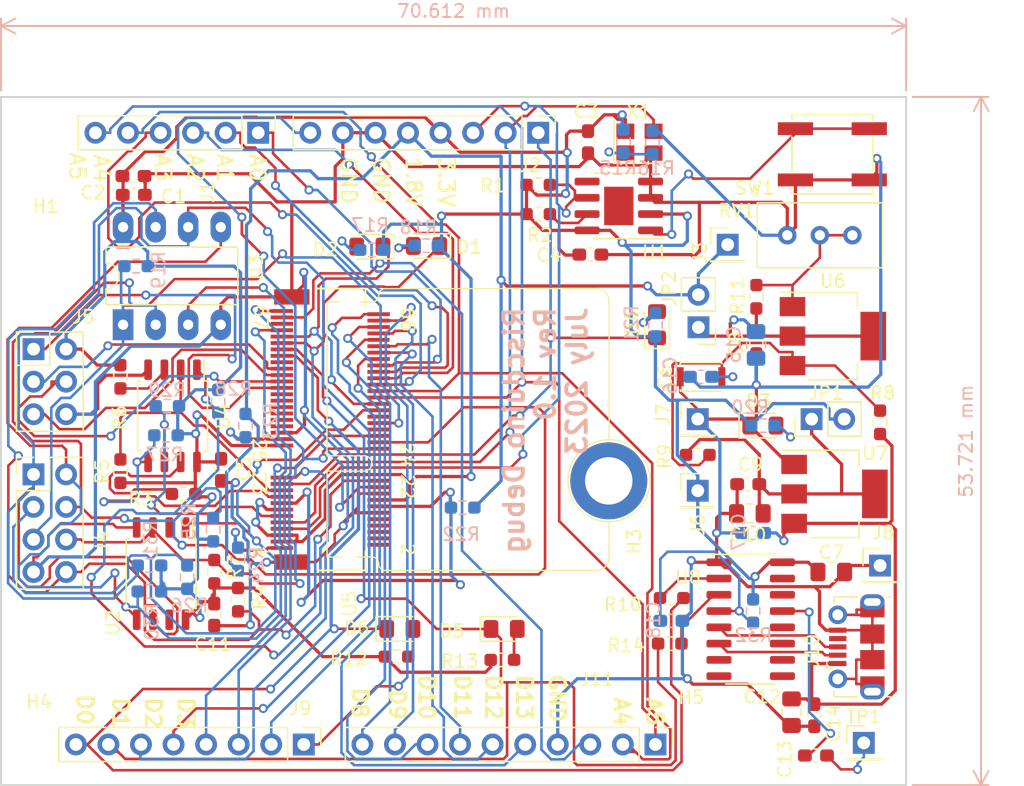
<source format=kicad_pcb>
(kicad_pcb (version 20221018) (generator pcbnew)
  (title_block (date "2023-07-21") (rev "1.0.2"))
  (layers (0 "F.Cu" jumper) (31 "B.Cu" signal) (34 "B.Paste" user) (35 "F.Paste" user) (36 "B.SilkS" user "B.Silkscreen") (37 "F.SilkS" user "F.Silkscreen") (38 "B.Mask" user) (39 "F.Mask" user) (44 "Edge.Cuts" user))
  (net 0 "")
  (net 1 "+5V")
  (net 2 "GND")
  (net 3 "+3.3VP")
  (net 4 "+3.3V")
  (net 5 "USB_D-")
  (net 6 "USB_D+")
  (net 7 "ISP_MISO")
  (net 8 "ISP_SCK")
  (net 9 "ISP_MOSI")
  (net 10 "ISP_SSN")
  (net 11 "gpio")
  (net 12 "xclk")
  (net 13 "~{RST}")
  (net 14 "Net-(U8-V3)")
  (net 15 "ardunio_a0")
  (net 16 "ardunio_a1")
  (net 17 "ardunio_a2")
  (net 18 "ardunio_a3")
  (net 19 "ardunio_a4")
  (net 20 "ardunio_a5")
  (net 21 "ardunio_d7")
  (net 22 "ardunio_d6")
  (net 23 "ardunio_d5")
  (net 24 "ardunio_d4")
  (net 25 "ardunio_d3")
  (net 26 "ardunio_d2")
  (net 27 "ardunio_d1")
  (net 28 "ardunio_d0")
  (net 29 "mprj_io_12")
  (net 30 "ardunio_d13")
  (net 31 "ardunio_d12")
  (net 32 "ardunio_d11")
  (net 33 "ardunio_d10")
  (net 34 "ardunio_d9")
  (net 35 "ardunio_d8")
  (net 37 "CARAVEL_FLASH_IO3")
  (net 38 "USER_FLASH_IO3")
  (net 39 "CARAVEL_FLASH_IO2")
  (net 40 "USER_FLASH_IO2")
  (net 41 "CARAVEL_FLASH_IO1")
  (net 42 "USER_FLASH_IO1")
  (net 43 "CARAVEL_FLASH_IO0")
  (net 44 "USER_FLASH_IO0")
  (net 45 "CARAVEL_FLASH_SCK")
  (net 46 "USER_FLASH_SCK")
  (net 47 "CARAVEL_FLASH_SSN")
  (net 48 "USER_FLASH_SSN")
  (net 49 "USER_SRAM_SSN")
  (net 50 "Net-(U1-~{ST})")
  (net 51 "mprj_io_37")
  (net 52 "Net-(U8-TXD)")
  (net 53 "Net-(U8-RXD)")
  (net 54 "+1V8")
  (net 55 "Net-(X1-EN)")
  (net 56 "Net-(U1-~{PB_RST})")
  (net 57 "Net-(U8-~{DTR})")
  (net 59 "Net-(D1-A)")
  (net 60 "Net-(D2-A)")
  (net 61 "Net-(D3-A)")
  (net 62 "Net-(D4-A)")
  (net 63 "Net-(D5-A)")
  (net 64 "Net-(D6-A)")
  (net 70 "/+1.8VP")
  (net 84 "Net-(U5-vccd)")
  (net 85 "Net-(U5-vccd1)")
  (net 86 "Net-(U5-vccd2)")
  (net 87 "mprj_io_32")
  (net 88 "mprj_io_30")
  (net 89 "mprj_io_0")
  (net 90 "mprj_io_5_ser_rx")
  (net 91 "mprj_io_11")
  (net 92 "Net-(U6-VI)")
  (net 93 "Net-(U6-ADJ)")
  (net 94 "Net-(C13-Pad2)")
  (footprint "Connector_PinHeader_2.54mm:PinHeader_1x01_P2.54mm_Vertical" (layer "F.Cu") (at 123.698 74.676)
    (fp_text reference "J7")
    (fp_text value "Conn_01x01" hide)
  )
  (footprint "Package_TO_SOT_SMD:SOT-223-3_TabPin2" (layer "F.Cu") (at 134.366 80.518)
    (fp_text reference "U7")
    (fp_text value "LM1117MP-3.3" hide)
  )
  (footprint "Resistor_SMD:R_0603_1608Metric_Pad0.98x0.95mm_HandSolder" (layer "F.Cu") (at 111.252 58.674)
    (fp_text reference "R2")
    (fp_text value "10K" hide)
  )
  (footprint "Package_SO:SOIC-8_5.23x5.23mm_P1.27mm" (layer "F.Cu") (at 81.835 86.738 -90)
    (fp_text reference "U2")
    (fp_text value "W25Q32JVSS" hide)
  )
  (footprint "Package_TO_SOT_SMD:SOT-223-3_TabPin2" (layer "F.Cu") (at 134.239 68.199)
    (fp_text reference "U6")
    (fp_text value "LM1117S-ADJ" hide)
  )
  (footprint "Package_SO:SOIC-16_3.9x9.9mm_P1.27mm" (layer "F.Cu") (at 127.827 90.297)
    (fp_text reference "U8")
    (fp_text value "CH340C" hide)
  )
  (footprint "Connector_PinHeader_2.54mm:PinHeader_1x02_P2.54mm_Vertical" (layer "F.Cu") (at 132.583 74.676 90)
    (fp_text reference "JP1")
    (fp_text value "Jumper_2" hide)
  )
  (footprint "Connector_PinHeader_2.54mm:PinHeader_2x04_P2.54mm_Vertical" (layer "F.Cu") (at 71.882 78.994)
    (fp_text reference "J4")
    (fp_text value "Conn_02x04_Odd_Even" hide)
  )
  (footprint "Capacitor_SMD:C_0603_1608Metric_Pad1.08x0.95mm_HandSolder" (layer "F.Cu") (at 115.1382 53.0595 -90)
    (fp_text reference "C3")
    (fp_text value "0.1uF" hide)
  )
  (footprint "Connector_PinHeader_2.54mm:PinHeader_1x02_P2.54mm_Vertical" (layer "F.Cu") (at 123.7488 67.5132 180)
    (fp_text reference "JP2")
    (fp_text value "Jumper_2" hide)
  )
  (footprint "Package_SO:SOIC-8-1EP_3.9x4.9mm_P1.27mm_EP2.29x3mm" (layer "F.Cu") (at 117.54 58.039 180)
    (fp_text reference "U1")
    (fp_text value "MAX1232ESA+T" hide)
  )
  (footprint "MountingHole:MountingHole_3.2mm_M3" (layer "F.Cu") (at 126.238 99.822)
    (fp_text reference "H5")
    (fp_text value "MountingHole" hide)
  )
  (footprint "Capacitor_SMD:C_0603_1608Metric_Pad1.08x0.95mm_HandSolder" (layer "F.Cu") (at 132.7912 97.79 -90)
    (fp_text reference "C14")
    (fp_text value "0.1uF" hide)
  )
  (footprint "Riscduino.Library:MicroMod-Standoff" (layer "F.Cu") (at 116.756 79.4988 -90)
    (fp_text reference "H3")
    (fp_text value "MICROMOD-Standoff" hide)
  )
  (footprint "Capacitor_SMD:C_0805_2012Metric_Pad1.18x1.45mm_HandSolder" (layer "F.Cu") (at 127.762 82.042 180)
    (fp_text reference "C10")
    (fp_text value "22uF" hide)
  )
  (footprint "Connector_PinHeader_2.54mm:PinHeader_1x01_P2.54mm_Vertical" (layer "F.Cu") (at 137.922 86.106)
    (fp_text reference "J8")
    (fp_text value "Conn_01x01" hide)
  )
  (footprint "LED_SMD:LED_0805_2012Metric_Pad1.15x1.40mm_HandSolder" (layer "F.Cu") (at 128.778 75.184)
    (fp_text reference "D3")
    (fp_text value "RED LED" hide)
  )
  (footprint "Button_Switch_SMD:SW_SPST_CK_KXT3" (layer "F.Cu") (at 123.952 71.374 180)
    (fp_text reference "C6")
    (fp_text value "10uF" hide)
  )
  (footprint "Resistor_SMD:R_0603_1608Metric_Pad0.98x0.95mm_HandSolder" (layer "F.Cu") (at 111.252 56.388)
    (fp_text reference "R1")
    (fp_text value "10K" hide)
  )
  (footprint "LED_SMD:LED_0805_2012Metric_Pad1.15x1.40mm_HandSolder" (layer "F.Cu") (at 102.5398 61.1632 180)
    (fp_text reference "D1")
    (fp_text value "GREEN LED" hide)
  )
  (footprint "Connector_PinHeader_2.54mm:PinHeader_1x06_P2.54mm_Vertical" (layer "F.Cu") (at 89.408 52.324 -90)
    (fp_text reference "J1")
    (fp_text value "Conn_01x06_Pin" hide)
  )
  (footprint "Capacitor_SMD:C_0603_1608Metric_Pad1.08x0.95mm_HandSolder" (layer "F.Cu") (at 85.979 89.9425 -90)
    (fp_text reference "C11")
    (fp_text value "0.1uf" hide)
  )
  (footprint "Connector_PinHeader_2.54mm:PinHeader_1x08_P2.54mm_Vertical" (layer "F.Cu") (at 111.252 52.324 -90)
    (fp_text reference "J2")
    (fp_text value "Conn_01x08_Pin" hide)
  )
  (footprint "Connector_PinHeader_2.54mm:PinHeader_1x10_P2.54mm_Vertical" (layer "F.Cu") (at 120.396 100.076 -90)
    (fp_text reference "J11")
    (fp_text value "Conn_01x10_Pin" hide)
  )
  (footprint "Package_SO:SOIC-8_5.23x5.23mm_P1.27mm" (layer "F.Cu") (at 82.724 74.422 -90)
    (fp_text reference "U4")
    (fp_text value "W25Q32JVSS" hide)
  )
  (footprint "MountingHole:MountingHole_3.2mm_M3" (layer "F.Cu") (at 73.4568 91.9734)
    (fp_text reference "H4")
    (fp_text value "MountingHole" hide)
  )
  (footprint "Resistor_SMD:R_0603_1608Metric_Pad0.98x0.95mm_HandSolder" (layer "F.Cu") (at 137.922 74.93 90)
    (fp_text reference "R8")
    (fp_text value "DNI" hide)
  )
  (footprint "Resistor_SMD:R_0603_1608Metric_Pad0.98x0.95mm_HandSolder" (layer "F.Cu") (at 100.203 93.218 180)
    (fp_text reference "R12")
    (fp_text value "470 Ohm" hide)
  )
  (footprint "Connector_USB:USB_Micro-B_Molex-105017-0001" (layer "F.Cu") (at 136.0825 92.456 90)
    (fp_text reference "J10")
    (fp_text value "USB_B_Micro" hide)
  )
  (footprint "Connector_PinHeader_2.54mm:PinHeader_1x01_P2.54mm_Vertical" (layer "F.Cu") (at 123.698 80.264)
    (fp_text reference "J6")
    (fp_text value "Conn_01x01" hide)
  )
  (footprint "Resistor_SMD:R_0603_1608Metric_Pad0.98x0.95mm_HandSolder" (layer "F.Cu") (at 78.66 78.74 90)
    (fp_text reference "R5")
    (fp_text value "10K" hide)
  )
  (footprint "Resistor_SMD:R_0603_1608Metric_Pad0.98x0.95mm_HandSolder" (layer "F.Cu") (at 108.458 93.472 180)
    (fp_text reference "R13")
    (fp_text value "470 Ohm" hide)
  )
  (footprint "Resistor_SMD:R_0603_1608Metric_Pad0.98x0.95mm_HandSolder" (layer "F.Cu") (at 121.5155 92.202 180)
    (fp_text reference "R14")
    (fp_text value "0E" hide)
  )
  (footprint "Connector_PinHeader_2.54mm:PinHeader_1x08_P2.54mm_Vertical" (layer "F.Cu") (at 92.964 100.076 -90)
    (fp_text reference "J9")
    (fp_text value "Conn_01x08_Pin" hide)
  )
  (footprint "Resistor_SMD:R_0603_1608Metric_Pad0.98x0.95mm_HandSolder" (layer "F.Cu") (at 78.66 71.374 -90)
    (fp_text reference "R6")
    (fp_text value "10K" hide)
  )
  (footprint "MountingHole:MountingHole_3.2mm_M3" (layer "F.Cu") (at 125.73 53.848)
    (fp_text reference "H2" hide)
    (fp_text value "MountingHole" hide)
  )
  (footprint "Capacitor_SMD:C_0805_2012Metric_Pad1.18x1.45mm_HandSolder" (layer "F.Cu") (at 134.112 86.614)
    (fp_text reference "C7")
    (fp_text value "10uF" hide)
  )
  (footprint "Resistor_SMD:R_0603_1608Metric_Pad0.98x0.95mm_HandSolder" (layer "F.Cu") (at 83.5895 80.518 180)
    (fp_text reference "R3")
    (fp_text value "10K" hide)
  )
  (footprint "Connector_PinHeader_2.54mm:PinHeader_1x01_P2.54mm_Vertical" (layer "F.Cu") (at 126.0348 61.0616)
    (fp_text reference "J3")
    (fp_text value "Conn_01x01" hide)
  )
  (footprint "Capacitor_SMD:C_0603_1608Metric_Pad1.08x0.95mm_HandSolder" (layer "F.Cu") (at 115.316 61.837)
    (fp_text reference "C4")
    (fp_text value "0.1uf" hide)
  )
  (footprint "Package_DIP:DIP-8_W7.62mm_LongPads" (layer "F.Cu") (at 78.867 67.31 90)
    (fp_text reference "U3")
    (fp_text value "23LC1024-I/P " hide)
  )
  (footprint "Resistor_SMD:R_0603_1608Metric_Pad0.98x0.95mm_HandSolder" (layer "F.Cu") (at 87.8332 88.773 -90)
    (fp_text reference "R4")
    (fp_text value "10K" hide)
  )
  (footprint "Connector_PinHeader_2.54mm:PinHeader_1x01_P2.54mm_Vertical" (layer "F.Cu") (at 136.652 99.949)
    (fp_text reference "TP1")
    (fp_text value "TestPoint" hide)
  )
  (footprint "Resistor_SMD:R_0603_1608Metric_Pad0.98x0.95mm_HandSolder" (layer "F.Cu") (at 123.698 77.47)
    (fp_text reference "R9")
    (fp_text value "0E" hide)
  )
  (footprint "Riscduino.Library:SW_SPST_EVPBF_TS4550TP" (layer "F.Cu") (at 134.198 54.007 180)
    (fp_text reference "SW1")
    (fp_text value "4Pin Round Button SPST Straight Tactile Switch SMD - TS4550TP" hide)
  )
  (footprint "Capacitor_SMD:C_0603_1608Metric_Pad1.08x0.95mm_HandSolder" (layer "F.Cu") (at 128.27 68.7335 -90)
    (fp_text reference "C8")
    (fp_text value "0.1uF" hide)
  )
  (footprint "Riscduino.Library:M.2-CONNECTOR-E" (layer "F.Cu") (at 96.5285 75.4891 -90)
    (fp_text reference "U5")
    (fp_text value "caravel-M.2-card" hide)
  )
  (footprint "LED_SMD:LED_0805_2012Metric_Pad1.15x1.40mm_HandSolder" (layer "F.Cu") (at 98.115 61.214 180)
    (fp_text reference locked "D2")
    (fp_text value "GREEN LED" hide)
  )
  (footprint "LED_SMD:LED_0805_2012Metric_Pad1.15x1.40mm_HandSolder" (layer "F.Cu") (at 120.523 67.31 90)
    (fp_text reference "D4")
    (fp_text value "GREEN LED" hide)
  )
  (footprint "Capacitor_SMD:C_0603_1608Metric_Pad1.08x0.95mm_HandSolder" (layer "F.Cu") (at 79.7052 57.1754)
    (fp_text reference "C1")
    (fp_text value "0.1uF" hide)
  )
  (footprint "Capacitor_SMD:C_0805_2012Metric_Pad1.18x1.45mm_HandSolder" (layer "F.Cu") (at 131.0132 97.5575 -90)
    (fp_text reference "C12")
    (fp_text value "10uF" hide)
  )
  (footprint "Resistor_SMD:R_0603_1608Metric_Pad0.98x0.95mm_HandSolder" (layer "F.Cu") (at 121.666 88.646)
    (fp_text reference "R10")
    (fp_text value "0E" hide)
  )
  (footprint "Capacitor_SMD:C_0603_1608Metric_Pad1.08x0.95mm_HandSolder" (layer "F.Cu") (at 132.9182 100.9396)
    (fp_text reference "C13")
    (fp_text value "0.1uF" hide)
  )
  (footprint "Connector_PinHeader_2.54mm:PinHeader_2x03_P2.54mm_Vertical" (layer "F.Cu") (at 71.882 69.215)
    (fp_text reference "J5")
    (fp_text value "ISP" hide)
  )
  (footprint "Capacitor_SMD:C_0603_1608Metric_Pad1.08x0.95mm_HandSolder" (layer "F.Cu") (at 127.635 79.756 180)
    (fp_text reference "C9")
    (fp_text value "0.1uF" hide)
  )
  (footprint "Crystal:Crystal_SMD_Abracon_ABM8G-4Pin_3.2x2.5mm" (layer "F.Cu") (at 119.1514 53.0625)
    (fp_text reference "X1")
    (fp_text value "ASE-10.000MHZ-LC-T" hide)
  )
  (footprint "MountingHole:MountingHole_3.2mm_M3" (layer "F.Cu") (at 73.406 62.484)
    (fp_text reference "H1")
    (fp_text value "MountingHole" hide)
  )
  (footprint "Resistor_SMD:R_0603_1608Metric_Pad0.98x0.95mm_HandSolder" (layer "F.Cu") (at 85.979 86.5905 90)
    (fp_text reference "R7")
    (fp_text value "10K" hide)
  )
  (footprint "Capacitor_SMD:C_0603_1608Metric_Pad1.08x0.95mm_HandSolder" (layer "F.Cu") (at 86.5124 78.6384 -90)
    (fp_text reference "C5")
    (fp_text value "0.1uf" hide)
  )
  (footprint "LED_SMD:LED_0805_2012Metric_Pad1.15x1.40mm_HandSolder" (layer "F.Cu") (at 108.594 91.059)
    (fp_text reference "D5")
    (fp_text value "GREEN LED" hide)
  )
  (footprint "Capacitor_SMD:C_0603_1608Metric_Pad1.08x0.95mm_HandSolder" (layer "F.Cu") (at 79.6798 55.7022)
    (fp_text reference "C2")
    (fp_text value "0.1uf" hide)
  )
  (footprint "Potentiometer_THT:Potentiometer_Bourns_3296W_Vertical" (layer "F.Cu") (at 135.763 60.325)
    (fp_text reference "RV1")
    (fp_text value "500 Ohm Trim Pot" hide)
  )
  (footprint "LED_SMD:LED_0805_2012Metric_Pad1.15x1.40mm_HandSolder" (layer "F.Cu") (at 100.457 91.059)
    (fp_text reference "D6")
    (fp_text value "BLUE LED" hide)
  )
  (footprint "Resistor_SMD:R_0603_1608Metric_Pad0.98x0.95mm_HandSolder" (layer "F.Cu") (at 128.27 65.1275 90)
    (fp_text reference "R11")
    (fp_text value "470 Ohm" hide)
  )
  (footprint "Resistor_SMD:R_0603_1608Metric_Pad0.98x0.95mm_HandSolder" (layer "B.Cu") (at 128.016 89.662 90)
    (fp_text reference "R32")
    (fp_text value "0E" hide)
  )
  (footprint "Resistor_SMD:R_0603_1608Metric_Pad0.98x0.95mm_HandSolder" (layer "B.Cu") (at 88.4174 75.184 -90)
    (fp_text reference "R23")
    (fp_text value "0 Ohm" hide)
  )
  (footprint "Resistor_SMD:R_0603_1608Metric_Pad0.98x0.95mm_HandSolder" (layer "B.Cu") (at 85.899 83.309 90)
    (fp_text reference "R25")
    (fp_text value "10K" hide)
  )
  (footprint "Resistor_SMD:R_0603_1608Metric_Pad0.98x0.95mm_HandSolder" (layer "B.Cu") (at 128.778 75.184 180)
    (fp_text reference "R20")
    (fp_text value "470 Ohm" hide)
  )
  (footprint "Resistor_SMD:R_0603_1608Metric_Pad0.98x0.95mm_HandSolder" (layer "B.Cu") (at 117.9068 52.9844 -90)
    (fp_text reference "R15")
    (fp_text value "DNI" hide)
  )
  (footprint "Resistor_SMD:R_0603_1608Metric_Pad0.98x0.95mm_HandSolder" (layer "B.Cu") (at 87.8332 85.6234 90)
    (fp_text reference "R24")
    (fp_text value "0 Ohm" hide)
  )
  (footprint "Resistor_SMD:R_0603_1608Metric_Pad0.98x0.95mm_HandSolder" (layer "B.Cu") (at 83.867 87.0155 90)
    (fp_text reference "R26")
    (fp_text value "10K")
  )
  (footprint "Capacitor_SMD:C_0603_1608Metric_Pad1.08x0.95mm_HandSolder" (layer "B.Cu") (at 121.6395 90.424 180)
    (fp_text reference "C18")
    (fp_text value "0.1uF" hide)
  )
  (footprint "Resistor_SMD:R_0603_1608Metric_Pad0.98x0.95mm_HandSolder" (layer "B.Cu") (at 82.216 75.946 180)
    (fp_text reference "R27")
    (fp_text value "10K" hide)
  )
  (footprint "Resistor_SMD:R_0603_1608Metric_Pad0.98x0.95mm_HandSolder" (layer "B.Cu") (at 120.1674 53.086 90)
    (fp_text reference "R16")
    (fp_text value "DNI" hide)
  )
  (footprint "Resistor_SMD:R_0603_1608Metric_Pad0.98x0.95mm_HandSolder" (layer "B.Cu") (at 86.28 73.3025 -90)
    (fp_text reference "R28")
    (fp_text value "10K")
  )
  (footprint "Resistor_SMD:R_0603_1608Metric_Pad0.98x0.95mm_HandSolder" (layer "B.Cu") (at 82.3195 73.66 180)
    (fp_text reference "R29")
    (fp_text value "10K")
  )
  (footprint "Resistor_SMD:R_0603_1608Metric_Pad0.98x0.95mm_HandSolder" (layer "B.Cu") (at 98.2745 61.468)
    (fp_text reference "R17")
    (fp_text value "470 Ohm")
  )
  (footprint "Resistor_SMD:R_0603_1608Metric_Pad0.98x0.95mm_HandSolder" (layer "B.Cu") (at 102.5144 61.1378)
    (fp_text reference "R18")
    (fp_text value "470 Ohm" hide)
  )
  (footprint "Resistor_SMD:R_0603_1608Metric_Pad0.98x0.95mm_HandSolder" (layer "B.Cu") (at 120.396 67.31 -90)
    (fp_text reference "R21")
    (fp_text value "470 Ohm")
  )
  (footprint "Capacitor_SMD:C_0805_2012Metric_Pad1.18x1.45mm_HandSolder" (layer "B.Cu") (at 128.2446 68.8887 -90)
    (fp_text reference "C15")
    (fp_text value "22uF" hide)
  )
  (footprint "Resistor_SMD:R_0603_1608Metric_Pad0.98x0.95mm_HandSolder" (layer "B.Cu") (at 80.9225 88.135 180)
    (fp_text reference "R30")
    (fp_text value "10K")
  )
  (footprint "Capacitor_SMD:C_0603_1608Metric_Pad1.08x0.95mm_HandSolder" (layer "B.Cu") (at 123.952 71.374 180)
    (fp_text reference "C16")
    (fp_text value "0.1uF")
  )
  (footprint "Capacitor_SMD:C_0603_1608Metric_Pad1.08x0.95mm_HandSolder" (layer "B.Cu") (at 128.016 83.566 180)
    (fp_text reference "C17")
    (fp_text value "0.1uF")
  )
  (footprint "Resistor_SMD:R_0603_1608Metric_Pad0.98x0.95mm_HandSolder" (layer "B.Cu") (at 80.9225 86.103 180)
    (fp_text reference "R31")
    (fp_text value "10K")
  )
  (footprint "Resistor_SMD:R_0603_1608Metric_Pad0.98x0.95mm_HandSolder" (layer "B.Cu") (at 79.883 62.738 180)
    (fp_text reference "R19")
    (fp_text value "10K")
  )
  (footprint "Resistor_SMD:R_0603_1608Metric_Pad0.98x0.95mm_HandSolder" (layer "B.Cu") (at 105.3592 81.5848)
    (fp_text reference "R22")
    (fp_text value "0 Ohm" hide)
  )
  (gr_rect (start 69.342 49.53) (end 139.954 103.251) (stroke (width 0.1524)) (fill none) (layer "Edge.Cuts"))
  (gr_text "Riscduino Debug\nRev 1.0\nJuly 2023" (at 115.1636 65.786 90) (layer "B.SilkS") (effects (font (size 1.524 1.524) (thickness 0.3048) bold) (justify left bottom mirror)))
  (gr_text "A4" (at 117.094 96.266 270) (layer "F.SilkS") (effects (font (size 1.2 1.2) (thickness 0.25) bold) (justify left bottom)))
  (gr_text "A3" (at 81.28 53.848 270) (layer "F.SilkS") (effects (font (size 1.2 1.2) (thickness 0.1875)) (justify left bottom)))
  (gr_text "D0" (at 75.184 96.012 270) (layer "F.SilkS") (effects (font (size 1.2 1.2) (thickness 0.25) bold) (justify left bottom)))
  (gr_text "A0" (at 88.646 53.848 -90) (layer "F.SilkS") (effects (font (size 1.2 1.2) (thickness 0.1875)) (justify left bottom)))
  (gr_text "D10" (at 101.854 94.488 270) (layer "F.SilkS") (effects (font (size 1.2 1.2) (thickness 0.25) bold) (justify left bottom)))
  (gr_text "A1" (at 86.106 53.848 270) (layer "F.SilkS") (effects (font (size 1.2 1.2) (thickness 0.1875)) (justify left bottom)))
  (gr_text "GND" (at 112.014 94.488 270) (layer "F.SilkS") (effects (font (size 1.2 1.2) (thickness 0.25) bold) (justify left bottom)))
  (gr_text "D3" (at 83.058 96.266 270) (layer "F.SilkS") (effects (font (size 1.2 1.2) (thickness 0.25) bold) (justify left bottom)))
  (gr_text "1.8V" (at 100.838 54.102 270) (layer "F.SilkS") (effects (font (size 1.2 1.2) (thickness 0.1875)) (justify left bottom)))
  (gr_text "D13" (at 109.474 94.488 270) (layer "F.SilkS") (effects (font (size 1.2 1.2) (thickness 0.25) bold) (justify left bottom)))
  (gr_text "D9" (at 99.568 95.631 270) (layer "F.SilkS") (effects (font (size 1.2 1.2) (thickness 0.25) bold) (justify left bottom)))
  (gr_text "D11" (at 104.648 94.488 270) (layer "F.SilkS") (effects (font (size 1.2 1.2) (thickness 0.25) bold) (justify left bottom)))
  (gr_text "A4" (at 76.5048 53.8988 -90) (layer "F.SilkS") (effects (font (size 1.2 1.2) (thickness 0.1875)) (justify left bottom)))
  (gr_text "A5" (at 74.5998 53.7464 270) (layer "F.SilkS") (effects (font (size 1.2 1.2) (thickness 0.1875)) (justify left bottom)))
  (gr_text "D8" (at 96.647 95.504 270) (layer "F.SilkS") (effects (font (size 1.2 1.2) (thickness 0.25) bold) (justify left bottom)))
  (gr_text "D2" (at 80.518 96.266 270) (layer "F.SilkS") (effects (font (size 1.2 1.2) (thickness 0.25) bold) (justify left bottom)))
  (gr_text "A5" (at 119.634 96.266 270) (layer "F.SilkS") (effects (font (size 1.2 1.2) (thickness 0.25) bold) (justify left bottom)))
  (gr_text "D12" (at 107.061 94.488 270) (layer "F.SilkS") (effects (font (size 1.2 1.2) (thickness 0.25) bold) (justify left bottom)))
  (gr_text "GND" (at 98.298 54.102 270) (layer "F.SilkS") (effects (font (size 1.2 1.2) (thickness 0.1875)) (justify left bottom)))
  (gr_text "D1" (at 77.978 96.266 270) (layer "F.SilkS") (effects (font (size 1.2 1.2) (thickness 0.25) bold) (justify left bottom)))
  (gr_text "3.3V" (at 103.378 54.102 270) (layer "F.SilkS") (effects (font (size 1.2 1.2) (thickness 0.1875)) (justify left bottom)))
  (gr_text "GND" (at 95.758 54.102 270) (layer "F.SilkS") (effects (font (size 1.2 1.2) (thickness 0.1875)) (justify left bottom)))
  (gr_text "A2" (at 83.82 53.848 270) (layer "F.SilkS") (effects (font (size 1.2 1.2) (thickness 0.1875)) (justify left bottom)))
  (dimension (type aligned) (layer "B.SilkS") (pts (xy 139.954 49.53) (xy 139.954 103.251)) (height -5.842) (gr_text "53.721 mm" (at 144.6276 76.3905 90) (layer "B.SilkS") (effects (font (size 1.016 1.016) (thickness 0.1524)))) (format (prefix "") (suffix "") (units 2) (units_format 1) (precision 3) suppress_zeroes) (style (thickness 0.1524) (arrow_length 1.27) (text_position_mode 0) (extension_height 0.58642) (extension_offset 0.508) keep_text_aligned))
  (dimension (type aligned) (layer "B.SilkS") (pts (xy 69.342 49.53) (xy 139.954 49.53)) (height -5.5372) (gr_text "70.612 mm" (at 104.648 42.8244) (layer "B.SilkS") (effects (font (size 1.016 1.016) (thickness 0.1524)))) (format (prefix "") (suffix "") (units 2) (units_format 1) (precision 3) suppress_zeroes) (style (thickness 0.1524) (arrow_length 1.27) (text_position_mode 0) (extension_height 0.58642) (extension_offset 0.508) keep_text_aligned))
  (segment (start 132.593 93.756) (end 134.62 93.756) (width 0.254) (layer "F.Cu") (net 1))
  (segment (start 132.588 93.7514) (end 132.593 93.756) (width 0.254) (layer "F.Cu") (net 1))
  (segment (start 130.417 83.6168) (end 130.417 84.1681) (width 0.254) (layer "F.Cu") (net 1))
  (segment (start 131.216 82.818) (end 130.417 83.6168) (width 0.254) (layer "F.Cu") (net 1))
  (segment (start 138.63 82.818) (end 138.848 82.6) (width 0.254) (layer "F.Cu") (net 1))
  (segment (start 138.039 96.9275) (end 132.588 96.9275) (width 0.254) (layer "F.Cu") (net 1))
  (segment (start 132.18 96.52) (end 132.588 96.9275) (width 0.254) (layer "F.Cu") (net 1))
  (segment (start 138.848 76.7686) (end 137.922 75.8425) (width 0.254) (layer "F.Cu") (net 1))
  (segment (start 138.63 82.818) (end 131.216 82.818) (width 0.254) (layer "F.Cu") (net 1))
  (segment (start 139.108 95.8587) (end 138.039 96.9275) (width 0.254) (layer "F.Cu") (net 1))
  (segment (start 138.63 82.818) (end 139.108 83.2959) (width 0.254) (layer "F.Cu") (net 1))
  (segment (start 139.108 83.2959) (end 139.108 95.8587) (width 0.254) (layer "F.Cu") (net 1))
  (segment (start 132.588 96.9275) (end 132.588 93.7514) (width 0.254) (layer "F.Cu") (net 1))
  (segment (start 138.848 82.6) (end 138.848 76.7686) (width 0.254) (layer "F.Cu") (net 1))
  (segment (start 130.81 96.52) (end 132.18 96.52) (width 0.254) (layer "F.Cu") (net 1))
  (via (at 130.417 84.1681) (size 0.7112) (drill 0.4064) (layers "F.Cu" "B.Cu") (net 1))
  (segment (start 129.815 83.566) (end 130.417 84.1681) (width 0.254) (layer "B.Cu") (net 1))
  (segment (start 128.8785 83.566) (end 129.815 83.566) (width 0.254) (layer "B.Cu") (net 1))
  (segment (start 123.825 61.5696) (end 123.368 62.0268) (width 0.254) (layer "F.Cu") (net 2))
  (segment (start 125.352 85.852) (end 123.317 85.852) (width 0.254) (layer "F.Cu") (net 2))
  (segment (start 123.825 57.7596) (end 120.371 57.7596) (width 0.254) (layer "F.Cu") (net 2))
  (segment (start 126.1402 86.2922) (end 125.7922 86.2922) (width 0.2032) (layer "F.Cu") (net 2))
  (segment (start 119.321 54.8427) (end 116.059 54.8427) (width 0.254) (layer "F.Cu") (net 2))
  (segment (start 128.27 72.009) (end 128.27 69.596) (width 0.254) (layer "F.Cu") (net 2))
  (segment (start 86.487 65.7098) (end 86.487 67.31) (width 0.254) (layer "F.Cu") (net 2))
  (segment (start 127.753 75.184) (end 128.27 74.667) (width 0.254) (layer "F.Cu") (net 2))
  (segment (start 135.658 86.106) (end 135.267 86.497) (width 0.254) (layer "F.Cu") (net 2))
  (segment (start 73.0387 83.767) (end 73.9443 82.8614) (width 0.2032) (layer "F.Cu") (net 2))
  (segment (start 127.605 87.757) (end 126.1402 86.2922) (width 0.254) (layer "F.Cu") (net 2))
  (segment (start 80.5931 56.6674) (end 80.5677 56.6928) (width 0.2032) (layer "F.Cu") (net 2))
  (segment (start 76.8858 73.8632) (end 76.454 74.295) (width 0.254) (layer "F.Cu") (net 2))
  (segment (start 87.63 79.629) (end 86.6405 79.629) (width 0.254) (layer "F.Cu") (net 2))
  (segment (start 130.683 58.2168) (end 130.226 57.7596) (width 0.254) (layer "F.Cu") (net 2))
  (segment (start 137.078 56.007) (end 131.318 56.007) (width 0.254) (layer "F.Cu") (net 2))
  (segment (start 127.245 74.676) (end 127.753 75.184) (width 0.254) (layer "F.Cu") (net 2))
  (segment (start 71.882 85.4573) (end 72.1713 85.4573) (width 0.2032) (layer "F.Cu") (net 2))
  (segment (start 137.922 86.106) (end 135.658 86.106) (width 0.254) (layer "F.Cu") (net 2))
  (segment (start 127.753 75.184) (end 130.787 78.218) (width 0.254) (layer "F.Cu") (net 2))
  (segment (start 88.7222 90.805) (end 88.7984 90.7288) (width 0.254) (layer "F.Cu") (net 2))
  (segment (start 120.0149 55.1414) (end 119.5186 54.6451) (width 0.2032) (layer "F.Cu") (net 2))
  (segment (start 137.32 89.956) (end 136.0887 89.956) (width 0.2032) (layer "F.Cu") (net 2))
  (segment (start 122.327 72.5538) (end 122.327 71.374) (width 0.2032) (layer "F.Cu") (net 2))
  (segment (start 136.0887 89.956) (end 136.0887 89.556) (width 0.2032) (layer "F.Cu") (net 2))
  (segment (start 92.964 63.2206) (end 92.964 64.2036) (width 0.254) (layer "F.Cu") (net 2))
  (segment (start 133.1976 90.6526) (end 133.701 91.156) (width 0.254) (layer "F.Cu") (net 2))
  (segment (start 92.0623 57.7215) (end 92.0285 57.7553) (width 0.254) (layer "F.Cu") (net 2))
  (segment (start 92.964 64.2036) (end 92.0285 65.1391) (width 0.254) (layer "F.Cu") (net 2))
  (segment (start 119.5186 54.6451) (end 119.321 54.8427) (width 0.254) (layer "F.Cu") (net 2))
  (segment (start 131.318 56.007) (end 131.318 59.69) (width 0.254) (layer "F.Cu") (net 2))
  (segment (start 96.037972 83.007772) (end 95.377 83.668744) (width 0.2032) (layer "F.Cu") (net 2))
  (segment (start 80.5677 56.6928) (end 80.5677 57.1754) (width 0.2032) (layer "F.Cu") (net 2))
  (segment (start 98.552 52.324) (end 101.194 54.9656) (width 0.254) (layer "F.Cu") (net 2))
  (segment (start 76.454 74.295) (end 74.422 74.295) (width 0.254) (layer "F.Cu") (net 2))
  (segment (start 137.668 54.3306) (end 137.668 55.417) (width 0.254) (layer "F.Cu") (net 2))
  (segment (start 97.3617 80.4891) (end 97.2312 80.6196) (width 0.2032) (layer "F.Cu") (net 2))
  (segment (start 123.317 85.852) (end 123.19 85.725) (width 0.254) (layer "F.Cu") (net 2))
  (segment (start 135.15 86.614) (end 134.006 87.757) (width 0.254) (layer "F.Cu") (net 2))
  (segment (start 126.772 80.0384) (end 126.772 81.5985) (width 0.254) (layer "F.Cu") (net 2))
  (segment (start 80.5423 56.2356) (end 80.5423 55.7022) (width 0.2032) (layer "F.Cu") (net 2))
  (segment (start 96.012 52.324) (end 98.552 52.324) (width 0.254) (layer "F.Cu") (net 2))
  (segment (start 125.7922 86.2922) (end 125.352 85.852) (width 0.2032) (layer "F.Cu") (net 2))
  (segment (start 98.8035 81.9891) (end 96.7994 81.9891) (width 0.254) (layer "F.Cu") (net 2))
  (segment (start 80.819 70.822) (end 80.3872 71.2538) (width 0.254) (layer "F.Cu") (net 2))
  (segment (start 137.32 95.956) (end 136.72 95.356) (width 0.2032) (layer "F.Cu") (net 2))
  (segment (start 123.368 62.0268) (end 123.178 61.837) (width 0.254) (layer "F.Cu") (net 2))
  (segment (start 124.449 74.676) (end 122.327 72.5538) (width 0.2032) (layer "F.Cu") (net 2))
  (segment (start 77.5648 71.2538) (end 76.8858 71.9328) (width 0.254) (layer "F.Cu") (net 2))
  (segment (start 97.2312 80.6196) (end 97.2312 81.5573) (width 0.254) (layer "F.Cu") (net 2))
  (segment (start 127.587 95.3722) (end 123.312 95.3722) (width 0.254) (layer "F.Cu") (net 2))
  (segment (start 98.8035 80.4891) (end 97.3617 80.4891) (width 0.2032) (layer "F.Cu") (net 2))
  (segment (start 95.4151 57.7215) (end 92.0623 57.7215) (width 0.254) (layer "F.Cu") (net 2))
  (segment (start 95.377 83.668744) (end 95.377 84.3741) (width 0.2032) (layer "F.Cu") (net 2))
  (segment (start 134.006 87.757) (end 132.817 87.757) (width 0.254) (layer "F.Cu") (net 2))
  (segment (start 137.32 93.456) (end 137.32 91.456) (width 0.2032) (layer "F.Cu") (net 2))
  (segment (start 71.882 86.614) (end 71.882 85.4573) (width 0.2032) (layer "F.Cu") (net 2))
  (segment (start 126.724 82.042) (end 125.527 82.042) (width 0.254) (layer "F.Cu") (net 2))
  (segment (start 125.171 83.566) (end 125.171 85.6712) (width 0.254) (layer "F.Cu") (net 2))
  (segment (start 78.3556 83.138) (end 79.93 83.138) (width 0.2032) (layer "F.Cu") (net 2))
  (segment (start 132.817 87.757) (end 127.605 87.757) (width 0.254) (layer "F.Cu") (net 2))
  (segment (start 126.1402 86.2922) (end 125.7 85.852) (width 0.254) (layer "F.Cu") (net 2))
  (segment (start 80.3872 71.2538) (end 77.5648 71.2538) (width 0.254) (layer "F.Cu") (net 2))
  (segment (start 132.7912 98.6525) (end 131.0712 98.6525) (width 0.254) (layer "F.Cu") (net 2))
  (segment (start 73.0387 84.5899) (end 73.0387 83.767) (width 0.2032) (layer "F.Cu") (net 2))
  (segment (start 123.312 95.3722) (end 122.885 94.9452) (width 0.254) (layer "F.Cu") (net 2))
  (segment (start 80.5931 56.2864) (end 80.5931 56.6674) (width 0.254) (layer "F.Cu") (net 2))
  (segment (start 133.701 91.156) (end 134.62 91.156) (width 0.254) (layer "F.Cu") (net 2))
  (segment (start 123.698 74.676) (end 124.449 74.676) (width 0.254) (layer "F.Cu") (net 2))
  (segment (start 90.879 57.7215) (end 88.6819 55.5244) (width 0.254) (layer "F.Cu") (net 2))
  (segment (start 125.171 82.3976) (end 125.171 83.566) (width 0.254) (layer "F.Cu") (net 2))
  (segment (start 78.079 82.8614) (end 78.3556 83.138) (width 0.2032) (layer "F.Cu") (net 2))
  (segment (start 136.3915 95.356) (end 136.063 95.356) (width 0.2032) (layer "F.Cu") (net 2))
  (segment (start 133.1976 88.1376) (end 133.1976 90.6526) (width 0.254) (layer "F.Cu") (net 2))
  (segment (start 137.32 89.556) (end 136.0887 89.556) (width 0.2032) (layer "F.Cu") (net 2))
  (segment (start 92.3881 75.7391) (end 91.2535 75.7391) (width 0.254) (layer "F.Cu") (net 2))
  (segment (start 120.015 56.134) (end 120.015 55.1414) (width 0.254) (layer "F.Cu") (net 2))
  (segment (start 137.32 90.9276) (end 137.32 89.956) (width 0.2032) (layer "F.Cu") (net 2))
  (segment (start 131.318 59.69) (end 130.683 60.325) (width 0.254) (layer "F.Cu") (net 2))
  (segment (start 120.015 55.1414) (end 120.015 54.1489) (width 0.254) (layer "F.Cu") (net 2))
  (segment (start 114.795 54.6227) (end 114.8334 54.6227) (width 0.2032) (layer "F.Cu") (net 2))
  (segment (start 80.5931 55.5244) (end 80.5931 56.2864) (width 0.254) (layer "F.Cu") (net 2))
  (segment (start 125.171 85.6712) (end 125.352 85.852) (width 0.254) (layer "F.Cu") (net 2))
  (segment (start 93.0153 75.1119) (end 92.3881 75.7391) (width 0.254) (layer "F.Cu") (net 2))
  (segment (start 87.0577 65.1391) (end 86.487 65.7098) (width 0.254) (layer "F.Cu") (net 2))
  (segment (start 76.8858 71.9328) (end 76.8858 73.8632) (width 0.254) (layer "F.Cu") (net 2))
  (segment (start 114.795 54.6227) (end 115.138 54.2798) (width 0.254) (layer "F.Cu") (net 2))
  (segment (start 97.2312 81.5573) (end 96.7994 81.9891) (width 0.254) (layer "F.Cu") (net 2))
  (segment (start 92.0285 65.1391) (end 87.0577 65.1391) (width 0.254) (layer "F.Cu") (net 2))
  (segment (start 123.178 61.837) (end 116.1785 61.837) (width 0.254) (layer "F.Cu") (net 2))
  (segment (start 123.825 57.7596) (end 123.825 61.5696) (width 0.254) (layer "F.Cu") (net 2))
  (segment (start 90.0684 85.852) (end 92.0156 85.852) (width 0.254) (layer "F.Cu") (net 2))
  (segment (start 92.0285 57.7553) (end 92.0285 65.1391) (width 0.254) (layer "F.Cu") (net 2))
  (segment (start 136.72 95.356) (end 136.3915 95.356) (width 0.2032) (layer "F.Cu") (net 2))
  (segment (start 116.059 54.8427) (end 115.3361 54.12) (width 0.254) (layer "F.Cu") (net 2))
  (segment (start 95.377 84.3741) (end 93.912 85.8391) (width 0.2032) (layer "F.Cu") (net 2))
  (segment (start 128.27 74.667) (end 128.27 72.009) (width 0.254) (layer "F.Cu") (net 2))
  (segment (start 120.251 53.9125) (end 119.5186 54.6451) (width 0.254) (layer "F.Cu") (net 2))
  (segment (start 96.012 54.361853) (end 95.4151 54.958753) (width 0.254) (layer "F.Cu") (net 2))
  (segment (start 130.683 60.325) (end 130.683 58.2168) (width 0.254) (layer "F.Cu") (net 2))
  (segment (start 93.912 85.8391) (end 92.0285 85.8391) (width 0.2032) (layer "F.Cu") (net 2))
  (segment (start 136.063 94.956) (end 136.063 93.456) (width 0.2032) (layer "F.Cu") (net 2))
  (segment (start 95.4151 54.958753) (end 95.4151 57.7215) (width 0.254) (layer "F.Cu") (net 2))
  (segment (start 130.81 98.595) (end 127.587 95.3722) (width 0.254) (layer "F.Cu") (net 2))
  (segment (start 101.194 54.9656) (end 114.452 54.9656) (width 0.254) (layer "F.Cu") (net 2))
  (segment (start 137.32 88.956) (end 137.32 89.556) (width 0.2032) (layer "F.Cu") (net 2))
  (segment (start 132.817 87.757) (end 133.1976 88.1376) (width 0.254) (layer "F.Cu") (net 2))
  (segment (start 120.015 57.404) (end 120.015 56.134) (width 0.254) (layer "F.Cu") (net 2))
  (segment (start 96.037972 82.750528) (end 96.7994 81.9891) (width 0.254) (layer "F.Cu") (net 2))
  (segment (start 73.9443 82.8614) (end 78.079 82.8614) (width 0.2032) (layer "F.Cu") (net 2))
  (segment (start 120.015 55.1414) (end 120.0149 55.1414) (width 0.2032) (layer "F.Cu") (net 2))
  (segment (start 80.5931 56.6674) (end 80.5931 57.0484) (width 0.254) (layer "F.Cu") (net 2))
  (segment (start 96.037972 83.007772) (end 96.037972 82.750528) (width 0.254) (layer "F.Cu") (net 2))
  (segment (start 92.0623 57.7215) (end 90.879 57.7215) (width 0.254) (layer "F.Cu") (net 2))
  (segment (start 136.063 93.456) (end 137.32 93.456) (width 0.2032) (layer "F.Cu") (net 2))
  (segment (start 130.226 57.7596) (end 123.825 57.7596) (width 0.254) (layer "F.Cu") (net 2))
  (segment (start 114.8334 54.6227) (end 115.3361 54.12) (width 0.2032) (layer "F.Cu") (net 2))
  (segment (start 134.62 94.956) (end 136.063 94.956) (width 0.2032) (layer "F.Cu") (net 2))
  (segment (start 125.527 82.042) (end 125.171 82.3976) (width 0.254) (layer "F.Cu") (net 2))
  (segment (start 88.6819 55.5244) (end 80.5931 55.5244) (width 0.254) (layer "F.Cu") (net 2))
  (segment (start 93.0153 73.9902) (end 93.0153 75.1119) (width 0.254) (layer "F.Cu") (net 2))
  (segment (start 136.0887 89.956) (end 134.62 89.956) (width 0.2032) (layer "F.Cu") (net 2))
  (segment (start 72.1713 85.4573) (end 73.0387 84.5899) (width 0.2032) (layer "F.Cu") (net 2))
  (segment (start 134.62 91.156) (end 137.32 91.156) (width 0.2032) (layer "F.Cu") (net 2))
  (segment (start 85.979 90.805) (end 88.7222 90.805) (width 0.254) (layer "F.Cu") (net 2))
  (segment (start 96.012 52.324) (end 96.012 54.361853) (width 0.254) (layer "F.Cu") (net 2))
  (segment (start 136.063 95.356) (end 136.063 94.956) (width 0.2032) (layer "F.Cu") (net 2))
  (segment (start 114.452 54.9656) (end 114.795 54.6227) (width 0.254) (layer "F.Cu") (net 2))
  (segment (start 136.3915 95.356) (end 137.32 95.356) (width 0.2032) (layer "F.Cu") (net 2))
  (segment (start 124.449 74.676) (end 127.245 74.676) (width 0.254) (layer "F.Cu") (net 2))
  (segment (start 80.5931 56.2864) (end 80.5423 56.2356) (width 0.2032) (layer "F.Cu") (net 2))
  (segment (start 120.371 57.7596) (end 120.015 57.404) (width 0.254) (layer "F.Cu") (net 2))
  (segment (start 137.668 55.417) (end 137.078 56.007) (width 0.254) (layer "F.Cu") (net 2))
  (via (at 93.0153 73.9902) (size 0.7112) (drill 0.4064) (layers "F.Cu" "B.Cu") (net 2))
  (via (at 123.19 85.725) (size 0.7112) (drill 0.4064) (layers "F.Cu" "B.Cu") (net 2))
  (via (at 88.7984 90.7288) (size 0.7112) (drill 0.4064) (layers "F.Cu" "B.Cu") (net 2))
  (via (at 137.668 54.3306) (size 0.7112) (drill 0.4064) (layers "F.Cu" "B.Cu") (net 2))
  (via (at 128.27 72.009) (size 0.7112) (drill 0.4064) (layers "F.Cu" "B.Cu") (net 2))
  (via (at 87.63 79.629) (size 0.7112) (drill 0.4064) (layers "F.Cu" "B.Cu") (net 2))
  (via (at 92.964 63.2206) (size 0.7112) (drill 0.4064) (layers "F.Cu" "B.Cu") (net 2))
  (via (at 96.037972 83.007772) (size 0.7112) (drill 0.4064) (layers "F.Cu" "B.Cu") (net 2))
  (via (at 90.0684 85.852) (size 0.7112) (drill 0.4064) (layers "F.Cu" "B.Cu") (net 2))
  (via (at 125.171 83.566) (size 0.7112) (drill 0.4064) (layers "F.Cu" "B.Cu") (net 2))
  (via (at 122.885 94.9452) (size 0.7112) (drill 0.4064) (layers "F.Cu" "B.Cu") (net 2))
  (segment (start 88.7984 85.9536) (end 89.9668 85.9536) (width 0.254) (layer "B.Cu") (net 2))
  (segment (start 89.9668 85.9536) (end 90.0684 85.852) (width 0.254) (layer "B.Cu") (net 2))
  (segment (start 76.708 73.9394) (end 76.708 84.7344) (width 0.254) (layer "B.Cu") (net 2))
  (segment (start 88.613 85.7682) (end 88.7984 85.9536) (width 0.254) (layer "B.Cu") (net 2))
  (segment (start 76.708 71.755) (end 76.708 73.9394) (width 0.254) (layer "B.Cu") (net 2))
  (segment (start 120.54 52.1735) (end 128.692 60.325) (width 0.254) (layer "B.Cu") (net 2))
  (segment (start 76.0086 85.4338) (end 73.0622 85.4338) (width 0.254) (layer "B.Cu") (net 2))
  (segment (start 87.376 82.327253) (end 88.2904 83.241653) (width 0.254) (layer "B.Cu") (net 2))
  (segment (start 96.037972 83.007772) (end 96.393 82.652744) (width 0.2032) (layer "B.Cu") (net 2))
  (segment (start 93.0153 73.9902) (end 93.091 73.9145) (width 0.254) (layer "B.Cu") (net 2))
  (segment (start 122.885 94.9452) (end 122.502 94.562) (width 0.254) (layer "B.Cu") (net 2))
  (segment (start 88.2904 83.913672) (end 88.613 84.236272) (width 0.254) (layer "B.Cu") (net 2))
  (segment (start 122.885 94.9452) (end 114.3 94.9452) (width 0.254) (layer "B.Cu") (net 2))
  (segment (start 123.19 85.725) (end 123.19 89.736) (width 0.254) (layer "B.Cu") (net 2))
  (segment (start 88.613 84.236272) (end 88.613 85.7682) (width 0.254) (layer "B.Cu") (net 2))
  (segment (start 128.692 60.325) (end 130.683 60.325) (width 0.254) (layer "B.Cu") (net 2))
  (segment (start 123.895 72.1792) (end 128.1 72.1792) (width 0.254) (layer "B.Cu") (net 2))
  (segment (start 123.698 74.676) (end 125.425 76.4032) (width 0.254) (layer "B.Cu") (net 2))
  (segment (start 86.487 67.31) (end 84.8106 68.9864) (width 0.254) (layer "B.Cu") (net 2))
  (segment (start 76.708 84.7344) (end 76.0086 85.4338) (width 0.254) (layer "B.Cu") (net 2))
  (segment (start 84.8106 68.9864) (end 79.4766 68.9864) (width 0.254) (layer "B.Cu") (net 2))
  (segment (start 123.09 71.374) (end 123.895 72.1792) (width 0.254) (layer "B.Cu") (net 2))
  (segment (start 93.091 63.3476) (end 92.964 63.2206) (width 0.254) (layer "B.Cu") (net 2))
  (segment (start 128.1 72.1792) (end 128.27 72.009) (width 0.254) (layer "B.Cu") (net 2))
  (segment (start 79.4766 68.9864) (end 76.708 71.755) (width 0.254) (layer "B.Cu") (net 2))
  (segment (start 137.973 54.6354) (end 137.668 54.3306) (width 0.254) (layer "B.Cu") (net 2))
  (segment (start 136.99 72.1792) (end 137.973 71.1962) (width 0.254) (layer "B.Cu") (net 2))
  (segment (start 88.7984 90.7288) (end 88.7984 85.9536) (width 0.254) (layer "B.Cu") (net 2))
  (segment (start 93.091 73.9145) (end 93.091 63.3476) (width 0.254) (layer "B.Cu") (net 2))
  (segment (start 128.245 69.9262) (end 128.245 71.9836) (width 0.254) (layer "B.Cu") (net 2))
  (segment (start 123.19 89.736) (end 122.502 90.424) (width 0.254) (layer "B.Cu") (net 2))
  (segment (start 93.0153 74.4564) (end 93.0153 73.9902) (width 0.2032) (layer "B.Cu") (net 2))
  (segment (start 96.393 82.652744) (end 96.393 77.8341) (width 0.2032) (layer "B.Cu") (net 2))
  (segment (start 137.973 71.1962) (end 137.973 54.6354) (width 0.254) (layer "B.Cu") (net 2))
  (segment (start 127.1535 83.566) (end 125.171 83.566) (width 0.254) (layer "B.Cu") (net 2))
  (segment (start 87.376 79.883) (end 87.376 82.327253) (width 0.254) (layer "B.Cu") (net 2))
  (segment (start 112.776 96.4692) (end 112.776 100.076) (width 0.254) (layer "B.Cu") (net 2))
  (segment (start 114.3 94.9452) (end 112.776 96.4692) (width 0.254) (layer "B.Cu") (net 2))
  (segment (start 87.63 79.629) (end 87.376 79.883) (width 0.254) (layer "B.Cu") (net 2))
  (segment (start 76.3524 74.295) (end 74.422 74.295) (width 0.254) (layer "B.Cu") (net 2))
  (segment (start 96.393 77.8341) (end 93.0153 74.4564) (width 0.2032) (layer "B.Cu") (net 2))
  (segment (start 122.502 94.562) (end 122.502 90.424) (width 0.254) (layer "B.Cu") (net 2))
  (segment (start 128.245 71.9836) (end 128.27 72.009) (width 0.254) (layer "B.Cu") (net 2))
  (segment (start 128.1 72.1792) (end 136.99 72.1792) (width 0.254) (layer "B.Cu") (net 2))
  (segment (start 76.708 73.9394) (end 76.3524 74.295) (width 0.254) (layer "B.Cu") (net 2))
  (segment (start 125.425 76.4032) (end 125.425 83.312) (width 0.254) (layer "B.Cu") (net 2))
  (segment (start 120.1674 52.1735) (end 120.54 52.1735) (width 0.254) (layer "B.Cu") (net 2))
  (segment (start 88.2904 83.241653) (end 88.2904 83.913672) (width 0.254) (layer "B.Cu") (net 2))
  (segment (start 125.425 83.312) (end 125.171 83.566) (width 0.254) (layer "B.Cu") (net 2))
  (segment (start 73.0622 85.4338) (end 71.882 86.614) (width 0.254) (layer "B.Cu") (net 2))
  (segment (start 132.583 75.8581) (end 134.917 78.192) (width 0.254) (layer "F.Cu") (net 3))
  (segment (start 132.583 74.676) (end 132.583 75.8581) (width 0.254) (layer "F.Cu") (net 3))
  (segment (start 128.878 80.137) (end 128.688 79.9465) (width 0.254) (layer "F.Cu") (net 3))
  (segment (start 122.786 77.3411) (end 123.85 76.2762) (width 0.254) (layer "F.Cu") (net 3))
  (segment (start 134.917 80.518) (end 131.216 80.518) (width 0.254) (layer "F.Cu") (net 3))
  (segment (start 134.917 78.192) (end 134.917 80.518) (width 0.254) (layer "F.Cu") (net 3))
  (segment (start 137.516 80.518) (end 134.917 80.518) (width 0.254) (layer "F.Cu") (net 3))
  (segment (start 128.879 80.137) (end 128.498 79.756) (width 0.254) (layer "F.Cu") (net 3))
  (segment (start 128.879 80.137) (end 128.878 80.137) (width 0.254) (layer "F.Cu") (net 3))
  (segment (start 123.85 76.2762) (end 127.33 76.2762) (width 0.254) (layer "F.Cu") (net 3))
  (segment (start 129.26 80.518) (end 128.879 80.137) (width 0.254) (layer "F.Cu") (net 3))
  (segment (start 127.33 76.2762) (end 128.498 77.4435) (width 0.254) (layer "F.Cu") (net 3))
  (segment (start 128.498 79.756) (end 128.498 81.74) (width 0.254) (layer "F.Cu") (net 3))
  (segment (start 131.216 80.518) (end 129.26 80.518) (width 0.254) (layer "F.Cu") (net 3))
  (segment (start 128.498 77.4435) (end 128.498 79.756) (width 0.254) (layer "F.Cu") (net 3))
  (segment (start 84.502 80.518) (end 84.502 79.6036) (width 0.254) (layer "F.Cu") (net 4))
  (segment (start 113.4875 53.848) (end 113.462 53.8226) (width 0.254) (layer "F.Cu") (net 4))
  (segment (start 118.051 52.0905) (end 118.051 51.2804) (width 0.254) (layer "F.Cu") (net 4))
  (segment (start 84.696936 74.1172) (end 84.696936 74.307064) (width 0.254) (layer "F.Cu") (net 4))
  (segment (start 84.9884 88.9254) (end 85.8244 88.9254) (width 0.254) (layer "F.Cu") (net 4))
  (segment (start 110.34 56.388) (end 110.34 58.674) (width 0.254) (layer "F.Cu") (net 4))
  (segment (start 75.6041 69.215) (end 76.8506 70.4615) (width 0.254) (layer "F.Cu") (net 4))
  (segment (start 117.805 60.8838) (end 116.865 59.944) (width 0.254) (layer "F.Cu") (net 4))
  (segment (start 89.0797 87.8605) (end 94.4372 93.218) (width 0.254) (layer "F.Cu") (net 4))
  (segment (start 118.051 51.2804) (end 117.46 51.2804) (width 0.254) (layer "F.Cu") (net 4))
  (segment (start 100.51 94.4372) (end 107.137 94.4372) (width 0.254) (layer "F.Cu") (net 4))
  (segment (start 84.629 78.022) (end 84.629 75.9168) (width 0.254) (layer "F.Cu") (net 4))
  (segment (start 111.61 59.944) (end 112.878 59.944) (width 0.254) (layer "F.Cu") (net 4))
  (segment (start 110.7425 56.7906) (end 110.34 56.388) (width 0.254) (layer "F.Cu") (net 4))
  (segment (start 85.8244 88.4461) (end 85.8244 88.9254) (width 0.254) (layer "F.Cu") (net 4))
  (segment (start 99.2905 93.218) (end 100.51 94.4372) (width 0.254) (layer "F.Cu") (net 4))
  (segment (start 110.7421 56.7906) (end 110.3395 56.388) (width 0.254) (layer "F.Cu") (net 4))
  (segment (start 120.015 58.674) (end 122.733 58.674) (width 0.254) (layer "F.Cu") (net 4))
  (segment (start 83.058 52.7399) (end 83.058 51.866) (width 0.254) (layer "F.Cu") (net 4))
  (segment (start 114.4395 52.197) (end 115.1382 52.197) (width 0.254) (layer "F.Cu") (net 4))
  (segment (start 85.8012 80.7466) (end 84.7306 80.7466) (width 0.254) (layer "F.Cu") (net 4))
  (segment (start 90.0957 81.7391) (end 91.2535 81.7391) (width 0.254) (layer "F.Cu") (net 4))
  (segment (start 84.629 75.9168) (end 84.5312 75.819) (width 0.254) (layer "F.Cu") (net 4))
  (segment (start 89.535 81.1784) (end 90.0957 81.7391) (width 0.254) (layer "F.Cu") (net 4))
  (segment (start 105.156 53.848) (end 103.632 52.324) (width 0.254) (layer "F.Cu") (net 4))
  (segment (start 128.168 86.9696) (end 129.286 85.852) (width 0.254) (layer "F.Cu") (net 4))
  (segment (start 85.979 88.2915) (end 85.979 89.08) (width 0.254) (layer "F.Cu") (net 4))
  (segment (start 84.2958 89.7822) (end 84.6836 90.17) (width 0.254) (layer "F.Cu") (net 4))
  (segment (start 87.8332 87.8605) (end 89.0797 87.8605) (width 0.254) (layer "F.Cu") (net 4))
  (segment (start 101.219 79.6798) (end 101.219 80.645) (width 0.254) (layer "F.Cu") (net 4))
  (segment (start 87.318836 76.7391) (end 84.696936 74.1172) (width 0.254) (layer "F.Cu") (net 4))
  (segment (start 107.137 94.4372) (end 107.546 94.0289) (width 0.254) (layer "F.Cu") (net 4))
  (segment (start 129.286 85.852) (end 130.302 85.852) (width 0.254) (layer "F.Cu") (net 4))
  (segment (start 92.8497 84.2391) (end 94.6404 82.4484) (width 0.254) (layer "F.Cu") (net 4))
  (segment (start 98.8035 80.9891) (end 99.7204 80.9891) (width 0.2032) (layer "F.Cu") (net 4))
  (segment (start 102.422 51.1138) (end 103.632 52.324) (width 0.254) (layer "F.Cu") (net 4))
  (segment (start 83.058 51.866) (end 83.8102 51.1138) (width 0.254) (layer "F.Cu") (net 4))
  (segment (start 74.422 69.215) (end 75.6041 69.215) (width 0.254) (layer "F.Cu") (net 4))
  (segment (start 113.462 53.8226) (end 113.462 52.4764) (width 0.254) (layer "F.Cu") (net 4))
  (segment (start 113.386 57.0738) (end 113.266 57.1932) (width 0.254) (layer "F.Cu") (net 4))
  (segment (start 113.741 52.197) (end 114.4395 52.197) (width 0.254) (layer "F.Cu") (net 4))
  (segment (start 94.6404 80.264) (end 95.8955 79.0089) (width 0.254) (layer "F.Cu") (net 4))
  (segment (start 84.629 78.022) (end 86.2663 78.022) (width 0.254) (layer "F.Cu") (net 4))
  (segment (start 83.74 90.338) (end 84.2958 89.7822) (width 0.254) (layer "F.Cu") (net 4))
  (segment (start 100.548 79.0089) (end 101.219 79.6798) (width 0.254) (layer "F.Cu") (net 4))
  (segment (start 113.36 61.8744) (end 114.416 61.8744) (width 0.254) (layer "F.Cu") (net 4))
  (segment (start 113.4875 53.848) (end 113.513 53.8734) (width 0.254) (layer "F.Cu") (net 4))
  (segment (start 84.2958 89.7822) (end 84.9884 89.0896) (width 0.254) (layer "F.Cu") (net 4))
  (segment (start 132.312 85.852) (end 130.302 85.852) (width 0.254) (layer "F.Cu") (net 4))
  (segment (start 114.4395 52.197) (end 115.138 52.197) (width 0.254) (layer "F.Cu") (net 4))
  (segment (start 78.66 79.6525) (end 84.4531 79.6525) (width 0.254) (layer "F.Cu") (net 4))
  (segment (start 92.2778 84.2391) (end 92.4352 84.0817) (width 0.254) (layer "F.Cu") (net 4))
  (segment (start 110.3395 58.674) (end 103.861 58.674) (width 0.254) (layer "F.Cu") (net 4))
  (segment (start 89.218283 82.711866) (end 89.218283 82.838483) (width 0.254) (layer "F.Cu") (net 4))
  (segment (start 82.0085 53.7894) (end 83.058 52.7399) (width 0.254) (layer "F.Cu") (net 4))
  (segment (start 116.408 50.927) (end 117.106 50.927) (width 0.254) (layer "F.Cu") (net 4))
  (segment (start 110.34 58.674) (end 111.61 59.944) (width 0.254) (layer "F.Cu") (net 4))
  (segment (start 78.8427 58.0091) (end 78.8427 57.1754) (width 0.254) (layer "F.Cu") (net 4))
  (segment (start 107.5455 93.472) (end 107.5455 94.0284) (width 0.254) (layer "F.Cu") (net 4))
  (segment (start 91.2535 84.2391) (end 92.2778 84.2391) (width 0.254) (layer "F.Cu") (net 4))
  (segment (start 92.2778 84.2391) (end 92.8497 84.2391) (width 0.254) (layer "F.Cu") (net 4))
  (segment (start 112.878 61.3918) (end 113.36 61.8744) (width 0.254) (layer "F.Cu") (net 4))
  (segment (start 101.7373 79.1615) (end 101.219 79.6798) (width 0.254) (layer "F.Cu") (net 4))
  (segment (start 76.8506 70.4615) (end 78.66 70.4615) (width 0.254) (layer "F.Cu") (net 4))
  (segment (start 117.46 51.2804) (end 117.106 50.927) (width 0.254) (layer "F.Cu") (net 4))
  (segment (start 122.733 58.674) (end 122.885 58.8264) (width 0.254) (layer "F.Cu") (net 4))
  (segment (start 91.2535 83.7391) (end 92.4352 83.7391) (width 0.254) (layer "F.Cu") (net 4))
  (segment (start 101.219 80.645) (end 100.875 80.9891) (width 0.254) (layer "F.Cu") (net 4))
  (segment (start 106.0125 79.1615) (end 101.7373 79.1615) (width 0.254) (layer "F.Cu") (net 4))
  (segment (start 84.696936 74.1172) (end 84.6074 74.1172) (width 0.254) (layer "F.Cu") (net 4))
  (segment (start 94.6404 82.4484) (end 94.6404 80.264) (width 0.254) (layer "F.Cu") (net 4))
  (segment (start 78.867 58.0334) (end 78.867 59.69) (width 0.254) (layer "F.Cu") (net 4))
  (segment (start 103.861 58.674) (end 103.708 58.8264) (width 0.254) (layer "F.Cu") (net 4))
  (segment (start 115.138 52.197) (end 116.408 50.927) (width 0.254) (layer "F.Cu") (net 4))
  (segment (start 85.979 88.2915) (end 85.8244 88.4461) (width 0.254) (layer "F.Cu") (net 4))
  (segment (start 78.867 58.0334) (end 78.8427 58.0091) (width 0.254) (layer "F.Cu") (net 4))
  (segment (start 84.696936 74.307064) (end 84.6328 74.3712) (width 0.254) (layer "F.Cu") (net 4))
  (segment (start 111.145 57.1932) (end 110.7425 56.7906) (width 0.254) (layer "F.Cu") (net 4))
  (segment (start 133.074 86.614) (end 132.312 85.852) (width 0.254) (layer "F.Cu") (net 4))
  (segment (start 78.867 55.6768) (end 78.867 58.0334) (width 0.254) (layer "F.Cu") (net 4))
  (segment (start 87.8332 87.8605) (end 86.3365 87.8605) (width 0.254) (layer "F.Cu") (net 4))
  (segment (start 85.979 87.503) (end 85.979 88.2915) (width 0.254) (layer "F.Cu") (net 4))
  (segment (start 86.3365 87.8605) (end 85.979 87.503) (width 0.254) (layer "F.Cu") (net 4))
  (segment (start 117.106 50.927) (end 117.805 50.927) (width 0.254) (layer "F.Cu") (net 4))
  (segment (start 116.865 59.944) (end 115.065 59.944) (width 0.254) (layer "F.Cu") (net 4))
  (segment (start 95.8955 79.0089) (end 100.548 79.0089) (width 0.254) (layer "F.Cu") (net 4))
  (segment (start 89.218283 82.838483) (end 90.1189 83.7391) (width 0.254) (layer "F.Cu") (net 4))
  (segment (start 112.878 59.944) (end 112.878 61.3918) (width 0.254) (layer "F.Cu") (net 4))
  (segment (start 110.7425 56.7906) (end 110.7421 56.7906) (width 0.254) (layer "F.Cu") (net 4))
  (segment (start 84.6836 90.17) (end 84.8614 90.17) (width 0.254) (layer "F.Cu") (net 4))
  (segment (start 80.6031 53.7894) (end 82.0085 53.7894) (width 0.254) (layer "F.Cu") (net 4))
  (segment (start 94.4372 93.218) (end 99.2905 93.218) (width 0.254) (layer "F.Cu") (net 4))
  (segment (start 105.156 53.848) (end 113.4875 53.848) (width 0.254) (layer "F.Cu") (net 4))
  (segment (start 92.4352 84.0817) (end 92.4352 83.7391) (width 0.254) (layer "F.Cu") (net 4))
  (segment (start 90.1189 83.7391) (end 91.2535 83.7391) (width 0.254) (layer "F.Cu") (net 4))
  (segment (start 84.4531 79.6525) (end 84.502 79.6036) (width 0.254) (layer "F.Cu") (net 4))
  (segment (start 83.8102 51.1138) (end 102.422 51.1138) (width 0.254) (layer "F.Cu") (net 4))
  (segment (start 84.9884 89.0896) (end 84.9884 88.9254) (width 0.254) (layer "F.Cu") (net 4))
  (segment (start 91.2535 76.7391) (end 87.318836 76.7391) (width 0.254) (layer "F.Cu") (net 4))
  (segment (start 78.8681 55.5244) (end 80.6031 53.7894) (width 0.254) (layer "F.Cu") (net 4))
  (segment (start 84.502 79.6036) (end 84.502 78.5112) (width 0.254) (layer "F.Cu") (net 4))
  (segment (start 100.875 80.9891) (end 99.7204 80.9891) (width 0.254) (layer "F.Cu") (net 4))
  (segment (start 113.462 52.4764) (end 113.741 52.197) (width 0.254) (layer "F.Cu") (net 4))
  (segment (start 113.266 57.1932) (end 111.145 57.1932) (width 0.254) (layer "F.Cu") (net 4))
  (segment (start 107.5455 94.0284) (end 107.546 94.0289) (width 0.254) (layer "F.Cu") (net 4))
  (segment (start 112.878 59.944) (end 115.065 59.944) (width 0.254) (layer "F.Cu") (net 4))
  (via (at 113.386 57.0738) (size 0.7112) (drill 0.4064) (layers "F.Cu" "B.Cu") (net 4))
  (via (at 84.8614 90.17) (size 0.7112) (drill 0.4064) (layers "F.Cu" "B.Cu") (net 4))
  (via (at 89.218283 82.711866) (size 0.7112) (drill 0.4064) (layers "F.Cu" "B.Cu") (net 4))
  (via (at 103.708 58.8264) (size 0.7112) (drill 0.4064) (layers "F.Cu" "B.Cu") (net 4))
  (via (at 84.6328 74.3712) (size 0.7112) (drill 0.4064) (layers "F.Cu" "B.Cu") (net 4))
  (via (at 106.0125 79.1615) (size 0.7112) (drill 0.4064) (layers "F.Cu" "B.Cu") (net 4))
  (via (at 122.885 58.8264) (size 0.7112) (drill 0.4064) (layers "F.Cu" "B.Cu") (net 4))
  (via (at 117.805 50.927) (size 0.7112) (drill 0.4064) (layers "F.Cu" "B.Cu") (net 4))
  (via (at 85.8012 80.7466) (size 0.7112) (drill 0.4064) (layers "F.Cu" "B.Cu") (net 4))
  (via (at 84.5312 75.819) (size 0.7112) (drill 0.4064) (layers "F.Cu" "B.Cu") (net 4))
  (via (at 117.805 60.8838) (size 0.7112) (drill 0.4064) (layers "F.Cu" "B.Cu") (net 4))
  (via (at 89.535 81.1784) (size 0.7112) (drill 0.4064) (layers "F.Cu" "B.Cu") (net 4))
  (via (at 113.513 53.8734) (size 0.7112) (drill 0.4064) (layers "F.Cu" "B.Cu") (net 4))
  (via (at 128.168 86.9696) (size 0.7112) (drill 0.4064) (layers "F.Cu" "B.Cu") (net 4))
  (segment (start 84.5312 75.819) (end 83.2555 75.819) (width 0.254) (layer "B.Cu") (net 4))
  (segment (start 88.0373 63.2469) (end 88.0373 70.6327) (width 0.254) (layer "B.Cu") (net 4))
  (segment (start 133.941 74.676) (end 133.941 73.8633) (width 0.254) (layer "B.Cu") (net 4))
  (segment (start 133.941 73.8633) (end 133.548 73.4709) (width 0.254) (layer "B.Cu") (net 4))
  (segment (start 99.7712 59.4614) (end 99.187 60.0456) (width 0.254) (layer "B.Cu") (net 4))
  (segment (start 122.885 60.7822) (end 122.555 61.1124) (width 0.254) (layer "B.Cu") (net 4))
  (segment (start 88.0373 70.6327) (end 86.28 72.39) (width 0.254) (layer "B.Cu") (net 4))
  (segment (start 103.708 58.8264) (end 103.708 59.4614) (width 0.254) (layer "B.Cu") (net 4))
  (segment (start 84.6722 84.0486) (end 85.7261 84.0486) (width 0.254) (layer "B.Cu") (net 4))
  (segment (start 77.4387 61.6009) (end 78.2301 60.8095) (width 0.254) (layer "B.Cu") (net 4))
  (segment (start 84.8614 88.9224) (end 83.867 87.928) (width 0.254) (layer "B.Cu") (net 4))
  (segment (start 128.016 87.122) (end 128.168 86.9696) (width 0.254) (layer "B.Cu") (net 4))
  (segment (start 113.513 56.9468) (end 113.386 57.0738) (width 0.254) (layer "B.Cu") (net 4))
  (segment (start 84.6722 87.1228) (end 84.6722 84.0486) (width 0.254) (layer "B.Cu") (net 4))
  (segment (start 82.042 87.554) (end 82.042 87.928) (width 0.254) (layer "B.Cu") (net 4))
  (segment (start 81.835 87.347) (end 81.835 86.103) (width 0.254) (layer "B.Cu") (net 4))
  (segment (start 122.885 58.8264) (end 122.885 60.7822) (width 0.254) (layer "B.Cu") (net 4))
  (segment (start 87.5284 62.738) (end 88.0373 63.2469) (width 0.254) (layer "B.Cu") (net 4))
  (segment (start 113.513 53.8734) (end 113.513 56.9468) (width 0.254) (layer "B.Cu") (net 4))
  (segment (start 121.463 73.2028) (end 122.105 73.2028) (width 0.254) (layer "B.Cu") (net 4))
  (segment (start 128.4895 74.5603) (end 127.866 75.1838) (width 0.254) (layer "B.Cu") (net 4))
  (segment (start 122.555 61.1124) (end 118.034 61.1124) (width 0.254) (layer "B.Cu") (net 4))
  (segment (start 78.867 59.69) (end 78.867 60.8095) (width 0.254) (layer "B.Cu") (net 4))
  (segment (start 83.867 87.928) (end 82.042 87.928) (width 0.254) (layer "B.Cu") (net 4))
  (segment (start 83.1285 75.946) (end 83.1285 74.1987) (width 0.254) (layer "B.Cu") (net 4))
  (segment (start 84.6722 84.0486) (end 84.6722 82.1296) (width 0.254) (layer "B.Cu") (net 4))
  (segment (start 83.232 73.66) (end 84.502 72.39) (width 0.254) (layer "B.Cu") (net 4))
  (segment (start 84.6328 75.7174) (end 84.5312 75.819) (width 0.254) (layer "B.Cu") (net 4))
  (segment (start 118.491 61.5696) (end 118.491 67.691) (width 0.254) (layer "B.Cu") (net 4))
  (segment (start 89.3572 81.3562) (end 89.535 81.1784) (width 0.254) (layer "B.Cu") (net 4))
  (segment (start 120.396 72.136) (end 121.463 73.2028) (width 0.254) (layer "B.Cu") (net 4))
  (segment (start 103.708 59.4614) (end 103.708 60.8565) (width 0.254) (layer "B.Cu") (net 4))
  (segment (start 89.3572 82.572949) (end 89.3572 81.3562) (width 0.254) (layer "B.Cu") (net 4))
  (segment (start 78.2301 60.8095) (end 78.867 60.8095) (width 0.254) (layer "B.Cu") (net 4))
  (segment (start 119.022 68.2225) (end 120.396 68.2225) (width 0.254) (layer "B.Cu") (net 4))
  (segment (start 83.1285 74.1987) (end 83.232 74.0952) (width 0.254) (layer "B.Cu") (net 4))
  (segment (start 106.0125 63.7234) (end 106.0125 79.1615) (width 0.254) (layer "B.Cu") (net 4))
  (segment (start 123.698 80.264) (end 123.698 79.0819) (width 0.254) (layer "B.Cu") (net 4))
  (segment (start 133.548 73.4709) (end 129.579 73.4709) (width 0.254) (layer "B.Cu") (net 4))
  (segment (start 122.105 73.2028) (end 125.884 73.2028) (width 0.254) (layer "B.Cu") (net 4))
  (segment (start 128.4892 74.5603) (end 128.4895 74.5603) (width 0.254) (layer "B.Cu") (net 4))
  (segment (start 83.1285 74.1987) (end 83.1285 73.7635) (width 0.254) (layer "B.Cu") (net 4))
  (segment (start 125.884 73.2028) (end 127.8657 75.1838) (width 0.254) (layer "B.Cu") (net 4))
  (segment (start 85.8012 81.0006) (end 85.8012 80.7466) (width 0.254) (layer "B.Cu") (net 4))
  (segment (start 123.698 79.0819) (end 122.105 77.4886) (width 0.254) (layer "B.Cu") (net 4))
  (segment (start 123.698 80.264) (end 123.698 83.1048) (width 0.254) (layer "B.Cu") (net 4))
  (segment (start 79.9727 60.8095) (end 80.7663 61.6031) (width 0.254) (layer "B.Cu") (net 4))
  (segment (start 83.232 74.0952) (end 83.232 73.66) (width 0.254) (layer "B.Cu") (net 4))
  (segment (start 117.805 50.927) (end 117.805 51.9703) (width 0.254) (layer "B.Cu") (net 4))
  (segment (start 129.579 73.4709) (end 128.4895 74.5603) (width 0.254) (layer "B.Cu") (net 4))
  (segment (start 127.715 87.122) (end 128.016 87.122) (width 0.254) (layer "B.Cu") (net 4))
  (segment (start 89.218283 82.711866) (end 89.3572 82.572949) (width 0.254) (layer "B.Cu") (net 4))
  (segment (start 74.422 68.0329) (end 77.4387 65.0162) (width 0.254) (layer "B.Cu") (net 4))
  (segment (start 80.7955 61.6031) (end 80.7955 62.738) (width 0.254) (layer "B.Cu") (net 4))
  (segment (start 128.016 88.7495) (end 128.016 87.122) (width 0.254) (layer "B.Cu") (net 4))
  (segment (start 84.6722 82.1296) (end 85.8012 81.0006) (width 0.254) (layer "B.Cu") (net 4))
  (segment (start 84.502 72.39) (end 86.28 72.39) (width 0.254) (layer "B.Cu") (net 4))
  (segment (start 135.123 74.676) (end 133.941 74.676) (width 0.254) (layer "B.Cu") (net 4))
  (segment (start 120.396 68.2225) (end 120.396 72.136) (width 0.254) (layer "B.Cu") (net 4))
  (segment (start 127.8657 75.1838) (end 128.4892 74.5603) (width 0.254) (layer "B.Cu") (net 4))
  (segment (start 117.805 60.8838) (end 118.491 61.5696) (width 0.254) (layer "B.Cu") (net 4))
  (segment (start 80.7955 62.738) (end 87.5284 62.738) (width 0.254) (layer "B.Cu") (net 4))
  (segment (start 83.867 87.928) (end 84.6722 87.1228) (width 0.254) (layer "B.Cu") (net 4))
  (segment (start 99.187 60.0456) (end 99.187 61.468) (width 0.254) (layer "B.Cu") (net 4))
  (segment (start 80.7663 61.6031) (end 80.7955 61.6031) (width 0.254) (layer "B.Cu") (net 4))
  (segment (start 77.4387 65.0162) (end 77.4387 61.6009) (width 0.254) (layer "B.Cu") (net 4))
  (segment (start 84.8614 90.17) (end 84.8614 88.9224) (width 0.254) (layer "B.Cu") (net 4))
  (segment (start 74.422 69.215) (end 74.422 68.0329) (width 0.254) (layer "B.Cu") (net 4))
  (segment (start 123.698 83.1048) (end 127.715 87.122) (width 0.254) (layer "B.Cu") (net 4))
  (segment (start 118.491 67.691) (end 119.022 68.2225) (width 0.254) (layer "B.Cu") (net 4))
  (segment (start 81.835 88.135) (end 81.835 87.347) (width 0.254) (layer "B.Cu") (net 4))
  (segment (start 103.708 59.4614) (end 99.7712 59.4614) (width 0.254) (layer "B.Cu") (net 4))
  (segment (start 118.034 61.1124) (end 117.805 60.8838) (width 0.254) (layer "B.Cu") (net 4))
  (segment (start 103.4269 61.1378) (end 106.0125 63.7234) (width 0.254) (layer "B.Cu") (net 4))
  (segment (start 122.105 77.4886) (end 122.105 73.2028) (width 0.254) (layer "B.Cu") (net 4))
  (segment (start 78.867 60.8095) (end 79.9727 60.8095) (width 0.254) (layer "B.Cu") (net 4))
  (segment (start 84.6328 74.3712) (end 84.6328 75.7174) (width 0.254) (layer "B.Cu") (net 4))
  (segment (start 81.835 87.347) (end 82.042 87.554) (width 0.254) (layer "B.Cu") (net 4))
  (segment (start 133.395 92.8624) (end 126.012 92.8624) (width 0.2032) (layer "F.Cu") (net 5))
  (segment (start 133.638 93.106) (end 133.395 92.8624) (width 0.2032) (layer "F.Cu") (net 5))
  (segment (start 134.62 93.106) (end 133.638 93.106) (width 0.2032) (layer "F.Cu") (net 5))
  (segment (start 126.012 92.8624) (end 125.352 92.202) (width 0.2032) (layer "F.Cu") (net 5))
  (segment (start 132.749 91.567) (end 125.987 91.567) (width 0.2032) (layer "F.Cu") (net 6))
  (segment (start 125.987 91.567) (end 125.352 90.932) (width 0.2032) (layer "F.Cu") (net 6))
  (segment (start 134.62 92.456) (end 133.638 92.456) (width 0.2032) (layer "F.Cu") (net 6))
  (segment (start 133.638 92.456) (end 132.749 91.567) (width 0.2032) (layer "F.Cu") (net 6))
  (segment (start 87.1689 73.7956) (end 88.7254 72.2391) (width 0.2032) (layer "F.Cu") (net 7))
  (segment (start 87.3774 69.977) (end 87.0748 69.6744) (width 0.2032) (layer "F.Cu") (net 7))
  (segment (start 83.994 72.7506) (end 85.039 73.7956) (width 0.2032) (layer "F.Cu") (net 7))
  (segment (start 83.994 70.0086) (end 83.994 72.7506) (width 0.2032) (layer "F.Cu") (net 7))
  (segment (start 85.039 73.7956) (end 87.1689 73.7956) (width 0.2032) (layer "F.Cu") (net 7))
  (segment (start 77.0009 64.996) (end 80.6411 64.996) (width 0.2032) (layer "F.Cu") (net 7))
  (segment (start 87.0748 69.6744) (end 84.3282 69.6744) (width 0.2032) (layer "F.Cu") (net 7))
  (segment (start 88.7254 72.2391) (end 91.2535 72.2391) (width 0.2032) (layer "F.Cu") (net 7))
  (segment (start 72.7819 69.215) (end 77.0009 64.996) (width 0.2032) (layer "F.Cu") (net 7))
  (segment (start 71.882 69.215) (end 72.7819 69.215) (width 0.2032) (layer "F.Cu") (net 7))
  (segment (start 84.3282 69.6744) (end 83.994 70.0086) (width 0.2032) (layer "F.Cu") (net 7))
  (via (at 80.6411 64.996) (size 0.7112) (drill 0.4064) (layers "F.Cu" "B.Cu") (net 7))
  (via (at 87.3774 69.977) (size 0.7112) (drill 0.4064) (layers "F.Cu" "B.Cu") (net 7))
  (segment (start 87.6055 65.0757) (end 87.5258 64.996) (width 0.2032) (layer "B.Cu") (net 7))
  (segment (start 87.3774 69.977) (end 87.6055 69.7489) (width 0.2032) (layer "B.Cu") (net 7))
  (segment (start 87.5258 64.996) (end 80.6411 64.996) (width 0.2032) (layer "B.Cu") (net 7))
  (segment (start 87.6055 69.7489) (end 87.6055 65.0757) (width 0.2032) (layer "B.Cu") (net 7))
  (segment (start 90.0991 70.2617) (end 88.6952 68.8578) (width 0.2032) (layer "F.Cu") (net 8))
  (segment (start 88.6952 68.8578) (end 77.7848 68.8578) (width 0.2032) (layer "F.Cu") (net 8))
  (segment (start 90.0991 70.6685) (end 90.0991 70.2617) (width 0.2032) (layer "F.Cu") (net 8))
  (segment (start 91.2535 70.7391) (end 90.1697 70.7391) (width 0.2032) (layer "F.Cu") (net 8))
  (segment (start 90.1697 70.7391) (end 90.0991 70.6685) (width 0.2032) (layer "F.Cu") (net 8))
  (segment (start 77.7848 68.8578) (end 77.6852 68.9574) (width 0.2032) (layer "F.Cu") (net 8))
  (via (at 77.6852 68.9574) (size 0.7112) (drill 0.4064) (layers "F.Cu" "B.Cu") (net 8))
  (segment (start 76.0443 70.5983) (end 77.6852 68.9574) (width 0.2032) (layer "B.Cu") (net 8))
  (segment (start 73.9061 70.5983) (end 76.0443 70.5983) (width 0.2032) (layer "B.Cu") (net 8))
  (segment (start 71.882 71.755) (end 72.7494 71.755) (width 0.2032) (layer "B.Cu") (net 8))
  (segment (start 72.7494 71.755) (end 73.9061 70.5983) (width 0.2032) (layer "B.Cu") (net 8))
  (segment (start 73.2907 72.1497) (end 72.5287 72.9117) (width 0.2032) (layer "F.Cu") (net 9))
  (segment (start 70.6993 74.7617) (end 71.9441 76.0065) (width 0.2032) (layer "F.Cu") (net 9))
  (segment (start 73.6854 71.755) (end 73.2907 72.1497) (width 0.2032) (layer "F.Cu") (net 9))
  (segment (start 91.2535 71.7391) (end 86.3721 71.7391) (width 0.2032) (layer "F.Cu") (net 9))
  (segment (start 74.422 71.755) (end 73.2907 71.755) (width 0.2032) (layer "F.Cu") (net 9))
  (segment (start 72.5287 72.9117) (end 71.6034 72.9117) (width 0.2032) (layer "F.Cu") (net 9))
  (segment (start 71.9441 76.0065) (end 77.9132 76.0065) (width 0.2032) (layer "F.Cu") (net 9))
  (segment (start 73.2907 72.1497) (end 73.2907 71.755) (width 0.2032) (layer "F.Cu") (net 9))
  (segment (start 71.6034 72.9117) (end 70.6993 73.8158) (width 0.2032) (layer "F.Cu") (net 9))
  (segment (start 70.6993 73.8158) (end 70.6993 74.7617) (width 0.2032) (layer "F.Cu") (net 9))
  (segment (start 86.3721 71.7391) (end 85.9642 71.3312) (width 0.2032) (layer "F.Cu") (net 9))
  (via (at 85.9642 71.3312) (size 0.7112) (drill 0.4064) (layers "F.Cu" "B.Cu") (net 9))
  (via (at 77.9132 76.0065) (size 0.7112) (drill 0.4064) (layers "F.Cu" "B.Cu") (net 9))
  (segment (start 77.9132 76.0065) (end 77.9132 75.8826) (width 0.2032) (layer "B.Cu") (net 9))
  (segment (start 82.4646 71.3312) (end 85.9642 71.3312) (width 0.2032) (layer "B.Cu") (net 9))
  (segment (start 77.9132 75.8826) (end 82.4646 71.3312) (width 0.2032) (layer "B.Cu") (net 9))
  (segment (start 91.2535 71.2391) (end 90.0605 71.2391) (width 0.2032) (layer "F.Cu") (net 10))
  (segment (start 80.5745 73.8039) (end 77.5273 73.8039) (width 0.2032) (layer "F.Cu") (net 10))
  (segment (start 83.4157 69.2661) (end 82.724 69.9578) (width 0.2032) (layer "F.Cu") (net 10))
  (segment (start 72.7495 74.295) (end 71.882 74.295) (width 0.2032) (layer "F.Cu") (net 10))
  (segment (start 73.9144 75.4599) (end 72.7495 74.295) (width 0.2032) (layer "F.Cu") (net 10))
  (segment (start 75.8713 75.4599) (end 73.9144 75.4599) (width 0.2032) (layer "F.Cu") (net 10))
  (segment (start 77.5273 73.8039) (end 75.8713 75.4599) (width 0.2032) (layer "F.Cu") (net 10))
  (segment (start 82.724 71.6544) (end 80.5745 73.8039) (width 0.2032) (layer "F.Cu") (net 10))
  (segment (start 88.0875 69.2661) (end 83.4157 69.2661) (width 0.2032) (layer "F.Cu") (net 10))
  (segment (start 82.724 69.9578) (end 82.724 71.6544) (width 0.2032) (layer "F.Cu") (net 10))
  (segment (start 90.0605 71.2391) (end 88.0875 69.2661) (width 0.2032) (layer "F.Cu") (net 10))
  (segment (start 106.272 77.4458) (end 95.6985 77.4458) (width 0.2032) (layer "F.Cu") (net 11))
  (segment (start 120.523 68.335) (end 112.218 68.335) (width 0.2032) (layer "F.Cu") (net 11))
  (segment (start 95.6985 77.4458) (end 93.4052 79.7391) (width 0.2032) (layer "F.Cu") (net 11))
  (segment (start 109.301 74.4176) (end 106.272 77.4458) (width 0.2032) (layer "F.Cu") (net 11))
  (segment (start 93.4052 79.7391) (end 91.2535 79.7391) (width 0.2032) (layer "F.Cu") (net 11))
  (segment (start 109.817 74.4176) (end 109.301 74.4176) (width 0.2032) (layer "F.Cu") (net 11))
  (via (at 109.817 74.4176) (size 0.7112) (drill 0.4064) (layers "F.Cu" "B.Cu") (net 11))
  (via (at 112.218 68.335) (size 0.7112) (drill 0.4064) (layers "F.Cu" "B.Cu") (net 11))
  (segment (start 112.218 68.335) (end 112.218 72.0162) (width 0.2032) (layer "B.Cu") (net 11))
  (segment (start 111.252 53.4807) (end 112.218 54.447) (width 0.2032) (layer "B.Cu") (net 11))
  (segment (start 112.218 54.447) (end 112.218 68.335) (width 0.2032) (layer "B.Cu") (net 11))
  (segment (start 111.252 52.324) (end 111.252 53.4807) (width 0.2032) (layer "B.Cu") (net 11))
  (segment (start 112.218 72.0162) (end 109.817 74.4176) (width 0.2032) (layer "B.Cu") (net 11))
  (segment (start 95.6936 78.0254) (end 93.853 79.866) (width 0.2032) (layer "F.Cu") (net 12))
  (segment (start 109.046 75.6948) (end 106.715 78.0254) (width 0.2032) (layer "F.Cu") (net 12))
  (segment (start 110.379 51.0188) (end 110.017 51.0188) (width 0.2032) (layer "F.Cu") (net 12))
  (segment (start 93.0543 82.7391) (end 91.2535 82.7391) (width 0.2032) (layer "F.Cu") (net 12))
  (segment (start 93.853 81.9404) (end 93.0543 82.7391) (width 0.2032) (layer "F.Cu") (net 12))
  (segment (start 93.853 79.866) (end 93.853 81.9404) (width 0.2032) (layer "F.Cu") (net 12))
  (segment (start 120.251 51.7591) (end 120.251 51.3058) (width 0.2032) (layer "F.Cu") (net 12))
  (segment (start 106.715 78.0254) (end 95.6936 78.0254) (width 0.2032) (layer "F.Cu") (net 12))
  (segment (start 120.251 51.3058) (end 119.208 50.2621) (width 0.2032) (layer "F.Cu") (net 12))
  (segment (start 119.208 50.2621) (end 111.135 50.2621) (width 0.2032) (layer "F.Cu") (net 12))
  (segment (start 110.017 51.0188) (end 108.712 52.324) (width 0.2032) (layer "F.Cu") (net 12))
  (segment (start 111.135 50.2621) (end 110.379 51.0188) (width 0.2032) (layer "F.Cu") (net 12))
  (via (at 109.046 75.6948) (size 0.7112) (drill 0.4064) (layers "F.Cu" "B.Cu") (net 12))
  (segment (start 108.712 53.4807) (end 109.046 53.8147) (width 0.2032) (layer "B.Cu") (net 12))
  (segment (start 109.046 53.8147) (end 109.046 75.6948) (width 0.2032) (layer "B.Cu") (net 12))
  (segment (start 108.712 52.324) (end 108.712 53.4807) (width 0.2032) (layer "B.Cu") (net 12))
  (segment (start 114.116 57.404) (end 115.065 57.404) (width 0.2032) (layer "F.Cu") (net 13))
  (segment (start 110.204 50.2489) (end 108.247 50.2489) (width 0.2032) (layer "F.Cu") (net 13))
  (segment (start 114.116 56.8561) (end 114.116 57.404) (width 0.2032) (layer "F.Cu") (net 13))
  (segment (start 112.1645 56.388) (end 113.648 56.388) (width 0.2032) (layer "F.Cu") (net 13))
  (segment (start 108.247 50.2489) (end 106.172 52.324) (width 0.2032) (layer "F.Cu") (net 13))
  (segment (start 113.436 58.5978) (end 113.436 58.0835) (width 0.2032) (layer "F.Cu") (net 13))
  (segment (start 94.234 80.0597) (end 94.234 82.280064) (width 0.2032) (layer "F.Cu") (net 13))
  (segment (start 95.8325 78.4612) (end 94.234 80.0597) (width 0.2032) (layer "F.Cu") (net 13))
  (segment (start 113.648 56.388) (end 114.116 56.8561) (width 0.2032) (layer "F.Cu") (net 13))
  (segment (start 110.058 77.4192) (end 110.058 77.5208) (width 0.2032) (layer "F.Cu") (net 13))
  (segment (start 93.274964 83.2391) (end 91.2535 83.2391) (width 0.2032) (layer "F.Cu") (net 13))
  (segment (start 113.436 58.0835) (end 114.116 57.404) (width 0.2032) (layer "F.Cu") (net 13))
  (segment (start 109.118 78.4612) (end 95.8325 78.4612) (width 0.2032) (layer "F.Cu") (net 13))
  (segment (start 94.234 82.280064) (end 93.274964 83.2391) (width 0.2032) (layer "F.Cu") (net 13))
  (segment (start 110.058 77.5208) (end 109.118 78.4612) (width 0.2032) (layer "F.Cu") (net 13))
  (via (at 113.436 58.5978) (size 0.7112) (drill 0.4064) (layers "F.Cu" "B.Cu") (net 13))
  (via (at 110.058 77.4192) (size 0.7112) (drill 0.4064) (layers "F.Cu" "B.Cu") (net 13))
  (via (at 110.204 50.2489) (size 0.7112) (drill 0.4064) (layers "F.Cu" "B.Cu") (net 13))
  (segment (start 110.058 75.8738) (end 112.881 73.0514) (width 0.2032) (layer "B.Cu") (net 13))
  (segment (start 110.204 50.2489) (end 111.368 50.2489) (width 0.2032) (layer "B.Cu") (net 13))
  (segment (start 110.058 77.4192) (end 110.058 75.8738) (width 0.2032) (layer "B.Cu") (net 13))
  (segment (start 112.71 51.59) (end 112.71 57.8299) (width 0.2032) (layer "B.Cu") (net 13))
  (segment (start 112.71 57.8299) (end 112.881 58.0009) (width 0.2032) (layer "B.Cu") (net 13))
  (segment (start 113.436 58.5978) (end 112.881 58.042) (width 0.2032) (layer "B.Cu") (net 13))
  (segment (start 111.368 50.2489) (end 112.71 51.59) (width 0.2032) (layer "B.Cu") (net 13))
  (segment (start 112.881 58.042) (end 112.881 58.0009) (width 0.2032) (layer "B.Cu") (net 13))
  (segment (start 112.881 73.0514) (end 112.881 58.042) (width 0.2032) (layer "B.Cu") (net 13))
  (segment (start 125.356 89.6581) (end 126.934 89.6581) (width 0.2032) (layer "F.Cu") (net 14))
  (via (at 126.934 89.6581) (size 0.7112) (drill 0.4064) (layers "F.Cu" "B.Cu") (net 14))
  (segment (start 126.934 86.9154) (end 126.934 89.6581) (width 0.2032) (layer "B.Cu") (net 14))
  (segment (start 125.049 85.0302) (end 126.934 86.9154) (width 0.2032) (layer "B.Cu") (net 14))
  (segment (start 126.934 89.6581) (end 127.85 90.5745) (width 0.2032) (layer "B.Cu") (net 14))
  (segment (start 121.345 85.0302) (end 125.049 85.0302) (width 0.2032) (layer "B.Cu") (net 14))
  (segment (start 120.777 85.598) (end 121.345 85.0302) (width 0.2032) (layer "B.Cu") (net 14))
  (segment (start 120.777 90.424) (end 120.777 85.598) (width 0.2032) (layer "B.Cu") (net 14))
  (segment (start 103.138 70.2573) (end 100.74 70.2573) (width 0.2032) (layer "F.Cu") (net 15))
  (segment (start 90.5647 53.9379) (end 90.5647 52.324) (width 0.2032) (layer "F.Cu") (net 15))
  (segment (start 100.119 70.2554) (end 99.8852 70.4891) (width 0.2032) (layer "F.Cu") (net 15))
  (segment (start 99.8852 70.4891) (end 98.8035 70.4891) (width 0.2032) (layer "F.Cu") (net 15))
  (segment (start 93.3704 56.7436) (end 90.5647 53.9379) (width 0.2032) (layer "F.Cu") (net 15))
  (segment (start 103.392 70.0038) (end 103.138 70.2573) (width 0.2032) (layer "F.Cu") (net 15))
  (segment (start 100.74 70.2573) (end 100.738 70.2554) (width 0.2032) (layer "F.Cu") (net 15))
  (segment (start 100.738 70.2554) (end 100.119 70.2554) (width 0.2032) (layer "F.Cu") (net 15))
  (segment (start 93.3704 56.7944) (end 93.3704 56.7436) (width 0.2032) (layer "F.Cu") (net 15))
  (segment (start 90.5647 52.324) (end 89.408 52.324) (width 0.2032) (layer "F.Cu") (net 15))
  (via (at 103.392 70.0038) (size 0.7112) (drill 0.4064) (layers "F.Cu" "B.Cu") (net 15))
  (via (at 93.3704 56.7944) (size 0.7112) (drill 0.4064) (layers "F.Cu" "B.Cu") (net 15))
  (segment (start 103.632 69.7637) (end 103.392 70.0038) (width 0.2032) (layer "B.Cu") (net 15))
  (segment (start 94.0359 56.7944) (end 98.25 61.0085) (width 0.2032) (layer "B.Cu") (net 15))
  (segment (start 98.25 61.0085) (end 98.25 62.7744) (width 0.2032) (layer "B.Cu") (net 15))
  (segment (start 101.423 63.1613) (end 103.632 65.3701) (width 0.2032) (layer "B.Cu") (net 15))
  (segment (start 98.25 62.7744) (end 98.6369 63.1613) (width 0.2032) (layer "B.Cu") (net 15))
  (segment (start 103.632 65.3701) (end 103.632 69.7637) (width 0.2032) (layer "B.Cu") (net 15))
  (segment (start 93.3704 56.7944) (end 94.0359 56.7944) (width 0.2032) (layer "B.Cu") (net 15))
  (segment (start 98.6369 63.1613) (end 101.423 63.1613) (width 0.2032) (layer "B.Cu") (net 15))
  (segment (start 103.08 65.9362) (end 103.706 65.9362) (width 0.2032) (layer "F.Cu") (net 16))
  (segment (start 100.521 70.6637) (end 100.195 70.9891) (width 0.2032) (layer "F.Cu") (net 16))
  (segment (start 90.7542 55.0871) (end 89.1478 53.4807) (width 0.2032) (layer "F.Cu") (net 16))
  (segment (start 88.4107 53.4807) (end 88.0247 53.0947) (width 0.2032) (layer "F.Cu") (net 16))
  (segment (start 100.195 70.9891) (end 98.8035 70.9891) (width 0.2032) (layer "F.Cu") (net 16))
  (segment (start 104.191 70.4691) (end 103.996 70.6637) (width 0.2032) (layer "F.Cu") (net 16))
  (segment (start 88.0247 53.0947) (end 88.0247 52.324) (width 0.2032) (layer "F.Cu") (net 16))
  (segment (start 103.996 70.6637) (end 100.521 70.6637) (width 0.2032) (layer "F.Cu") (net 16))
  (segment (start 88.0247 52.324) (end 86.868 52.324) (width 0.2032) (layer "F.Cu") (net 16))
  (segment (start 103.706 65.9362) (end 104.191 66.421) (width 0.2032) (layer "F.Cu") (net 16))
  (segment (start 104.191 66.421) (end 104.191 70.4691) (width 0.2032) (layer "F.Cu") (net 16))
  (segment (start 102.972 65.8288) (end 103.08 65.9362) (width 0.2032) (layer "F.Cu") (net 16))
  (segment (start 90.7542 56.4388) (end 90.7542 55.0871) (width 0.2032) (layer "F.Cu") (net 16))
  (segment (start 89.1478 53.4807) (end 88.4107 53.4807) (width 0.2032) (layer "F.Cu") (net 16))
  (via (at 90.7542 56.4388) (size 0.7112) (drill 0.4064) (layers "F.Cu" "B.Cu") (net 16))
  (via (at 102.972 65.8288) (size 0.7112) (drill 0.4064) (layers "F.Cu" "B.Cu") (net 16))
  (segment (start 90.7542 56.4388) (end 90.7542 56.5218) (width 0.2032) (layer "B.Cu") (net 16))
  (segment (start 90.7542 56.5218) (end 98.85 64.6176) (width 0.2032) (layer "B.Cu") (net 16))
  (segment (start 101.761 64.6176) (end 102.972 65.8288) (width 0.2032) (layer "B.Cu") (net 16))
  (segment (start 98.85 64.6176) (end 101.761 64.6176) (width 0.2032) (layer "B.Cu") (net 16))
  (segment (start 101.8877 60.1555) (end 104.121 60.1555) (width 0.2032) (layer "F.Cu") (net 17))
  (segment (start 100.692 71.0701) (end 100.273 71.4891) (width 0.2032) (layer "F.Cu") (net 17))
  (segment (start 104.597 60.632) (end 104.597 70.6374) (width 0.2032) (layer "F.Cu") (net 17))
  (segment (start 104.164 71.0701) (end 100.692 71.0701) (width 0.2032) (layer "F.Cu") (net 17))
  (segment (start 100.273 71.4891) (end 98.8035 71.4891) (width 0.2032) (layer "F.Cu") (net 17))
  (segment (start 96.52 54.7878) (end 101.8877 60.1555) (width 0.2032) (layer "F.Cu") (net 17))
  (segment (start 104.597 70.6374) (end 104.164 71.0701) (width 0.2032) (layer "F.Cu") (net 17))
  (segment (start 104.121 60.1555) (end 104.597 60.632) (width 0.2032) (layer "F.Cu") (net 17))
  (via (at 96.52 54.7878) (size 0.7112) (drill 0.4064) (layers "F.Cu" "B.Cu") (net 17))
  (segment (start 85.4847 52.6133) (end 85.4847 52.324) (width 0.2032) (layer "B.Cu") (net 17))
  (segment (start 85.4847 52.324) (end 84.328 52.324) (width 0.2032) (layer "B.Cu") (net 17))
  (segment (start 95.3931 53.6609) (end 86.5323 53.6609) (width 0.2032) (layer "B.Cu") (net 17))
  (segment (start 96.52 54.7878) (end 95.3931 53.6609) (width 0.2032) (layer "B.Cu") (net 17))
  (segment (start 86.5323 53.6609) (end 85.4847 52.6133) (width 0.2032) (layer "B.Cu") (net 17))
  (segment (start 77.7161 55.2941) (end 79.246 53.7642) (width 0.2032) (layer "F.Cu") (net 18))
  (segment (start 80.137 58.9858) (end 80.137 60.4382) (width 0.2032) (layer "F.Cu") (net 18))
  (segment (start 98.8035 71.9891) (end 100.943 71.9891) (width 0.2032) (layer "F.Cu") (net 18))
  (segment (start 79.5035 53.7642) (end 80.6313 52.6364) (width 0.2032) (layer "F.Cu") (net 18))
  (segment (start 81.3507 57.7721) (end 80.137 58.9858) (width 0.2032) (layer "F.Cu") (net 18))
  (segment (start 79.246 53.7642) (end 79.5035 53.7642) (width 0.2032) (layer "F.Cu") (net 18))
  (segment (start 77.7161 60.5454) (end 77.7161 55.2941) (width 0.2032) (layer "F.Cu") (net 18))
  (segment (start 91.3021 58.7193) (end 90.3549 57.7721) (width 0.2032) (layer "F.Cu") (net 18))
  (segment (start 90.3549 57.7721) (end 81.3507 57.7721) (width 0.2032) (layer "F.Cu") (net 18))
  (segment (start 80.6313 52.324) (end 81.788 52.324) (width 0.2032) (layer "F.Cu") (net 18))
  (segment (start 80.137 60.4382) (end 79.3244 61.2508) (width 0.2032) (layer "F.Cu") (net 18))
  (segment (start 100.943 71.9891) (end 101.198 71.7344) (width 0.2032) (layer "F.Cu") (net 18))
  (segment (start 79.3244 61.2508) (end 78.4215 61.2508) (width 0.2032) (layer "F.Cu") (net 18))
  (segment (start 78.4215 61.2508) (end 77.7161 60.5454) (width 0.2032) (layer "F.Cu") (net 18))
  (segment (start 80.6313 52.6364) (end 80.6313 52.324) (width 0.2032) (layer "F.Cu") (net 18))
  (via (at 91.3021 58.7193) (size 0.7112) (drill 0.4064) (layers "F.Cu" "B.Cu") (net 18))
  (via (at 101.198 71.7344) (size 0.7112) (drill 0.4064) (layers "F.Cu" "B.Cu") (net 18))
  (segment (start 101.448 65.0494) (end 98.707 65.0494) (width 0.2032) (layer "B.Cu") (net 18))
  (segment (start 92.3769 58.7193) (end 91.3021 58.7193) (width 0.2032) (layer "B.Cu") (net 18))
  (segment (start 102.083 65.6844) (end 101.448 65.0494) (width 0.2032) (layer "B.Cu") (net 18))
  (segment (start 98.707 65.0494) (end 92.3769 58.7193) (width 0.2032) (layer "B.Cu") (net 18))
  (segment (start 102.083 70.8499) (end 102.083 65.6844) (width 0.2032) (layer "B.Cu") (net 18))
  (segment (start 101.198 71.7344) (end 102.083 70.8499) (width 0.2032) (layer "B.Cu") (net 18))
  (segment (start 118.26 100.076) (end 118.84 100.6555) (width 0.2032) (layer "F.Cu") (net 19))
  (segment (start 121.553 98.8566) (end 119.776 97.0799) (width 0.2032) (layer "F.Cu") (net 19))
  (segment (start 98.8035 72.4891) (end 103.677 72.4891) (width 0.2032) (layer "F.Cu") (net 19))
  (segment (start 113.116 71.0955) (end 105.071 71.0955) (width 0.2032) (layer "F.Cu") (net 19))
  (segment (start 105.071 60.5273) (end 105.071 71.0955) (width 0.2032) (layer "F.Cu") (net 19))
  (segment (start 119.776 88.2717) (end 120.145 87.9026) (width 0.2032) (layer "F.Cu") (net 19))
  (segment (start 103.677 72.4891) (end 105.071 71.0955) (width 0.2032) (layer "F.Cu") (net 19))
  (segment (start 120.145 78.1244) (end 113.116 71.0955) (width 0.2032) (layer "F.Cu") (net 19))
  (segment (start 118.84 100.6555) (end 118.4355 100.6555) (width 0.2032) (layer "F.Cu") (net 19))
  (segment (start 121.41 101.235) (end 121.553 101.092) (width 0.2032) (layer "F.Cu") (net 19))
  (segment (start 119.776 97.0799) (end 119.776 88.2717) (width 0.2032) (layer "F.Cu") (net 19))
  (segment (start 98.2378 54.3002) (end 103.426 59.4887) (width 0.2032) (layer "F.Cu") (net 19))
  (segment (start 103.426 59.4887) (end 104.032 59.4887) (width 0.2032) (layer "F.Cu") (net 19))
  (segment (start 121.553 101.092) (end 121.553 98.8566) (width 0.2032) (layer "F.Cu") (net 19))
  (segment (start 118.4355 100.6555) (end 117.856 100.076) (width 0.2032) (layer "F.Cu") (net 19))
  (segment (start 120.145 87.9026) (end 120.145 78.1244) (width 0.2032) (layer "F.Cu") (net 19))
  (segment (start 104.032 59.4887) (end 105.071 60.5273) (width 0.2032) (layer "F.Cu") (net 19))
  (segment (start 118.84 100.6555) (end 119.42 101.235) (width 0.2032) (layer "F.Cu") (net 19))
  (segment (start 98.2378 54.1922) (end 98.2378 54.3002) (width 0.2032) (layer "F.Cu") (net 19))
  (segment (start 119.42 101.235) (end 121.41 101.235) (width 0.2032) (layer "F.Cu") (net 19))
  (via (at 98.2378 54.1922) (size 0.7112) (drill 0.4064) (layers "F.Cu" "B.Cu") (net 19))
  (segment (start 97.3953 53.3497) (end 97.3953 52.046) (width 0.2032) (layer "B.Cu") (net 19))
  (segment (start 96.0574 50.7081) (end 81.7389 50.7081) (width 0.2032) (layer "B.Cu") (net 19))
  (segment (start 80.4047 52.0423) (end 80.4047 52.324) (width 0.2032) (layer "B.Cu") (net 19))
  (segment (start 81.7389 50.7081) (end 80.4047 52.0423) (width 0.2032) (layer "B.Cu") (net 19))
  (segment (start 98.2378 54.1922) (end 97.3953 53.3497) (width 0.2032) (layer "B.Cu") (net 19))
  (segment (start 97.3953 52.046) (end 96.0574 50.7081) (width 0.2032) (layer "B.Cu") (net 19))
  (segment (start 80.4047 52.324) (end 79.248 52.324) (width 0.2032) (layer "B.Cu") (net 19))
  (segment (start 120.396 98.2387) (end 119.395 97.2377) (width 0.2032) (layer "F.Cu") (net 20))
  (segment (start 112.891 82.6397) (end 112.891 72.0987) (width 0.2032) (layer "F.Cu") (net 20))
  (segment (start 120.396 100.076) (end 120.396 98.2387) (width 0.2032) (layer "F.Cu") (net 20))
  (segment (start 112.592 71.7999) (end 109.982 71.7999) (width 0.2032) (layer "F.Cu") (net 20))
  (segment (start 112.891 72.0987) (end 112.592 71.7999) (width 0.2032) (layer "F.Cu") (net 20))
  (segment (start 119.395 89.1436) (end 112.891 82.6397) (width 0.2032) (layer "F.Cu") (net 20))
  (segment (start 109.982 71.7999) (end 108.793 72.9891) (width 0.2032) (layer "F.Cu") (net 20))
  (segment (start 119.395 97.2377) (end 119.395 89.1436) (width 0.2032) (layer "F.Cu") (net 20))
  (segment (start 108.793 72.9891) (end 98.8035 72.9891) (width 0.2032) (layer "F.Cu") (net 20))
  (via (at 109.982 71.7999) (size 0.7112) (drill 0.4064) (layers "F.Cu" "B.Cu") (net 20))
  (segment (start 79.6247 50.2748) (end 108.301 50.2748) (width 0.2032) (layer "B.Cu") (net 20))
  (segment (start 77.8647 52.0348) (end 79.6247 50.2748) (width 0.2032) (layer "B.Cu") (net 20))
  (segment (start 108.301 50.2748) (end 109.982 51.9557) (width 0.2032) (layer "B.Cu") (net 20))
  (segment (start 77.8647 52.324) (end 77.8647 52.0348) (width 0.2032) (layer "B.Cu") (net 20))
  (segment (start 109.982 51.9557) (end 109.982 71.7999) (width 0.2032) (layer "B.Cu") (net 20))
  (segment (start 76.708 52.324) (end 77.8647 52.324) (width 0.2032) (layer "B.Cu") (net 20))
  (segment (start 100.752 66.9891) (end 98.8035 66.9891) (width 0.2032) (layer "F.Cu") (net 21))
  (segment (start 101.346 66.3954) (end 100.752 66.9891) (width 0.2032) (layer "F.Cu") (net 21))
  (segment (start 94.1207 100.076) (end 98.6635 95.5332) (width 0.2032) (layer "F.Cu") (net 21))
  (segment (start 101.346 65.9641) (end 101.346 66.3954) (width 0.2032) (layer "F.Cu") (net 21))
  (segment (start 92.964 100.076) (end 94.1207 100.076) (width 0.2032) (layer "F.Cu") (net 21))
  (segment (start 98.6635 95.5332) (end 100.348 95.5332) (width 0.2032) (layer "F.Cu") (net 21))
  (via (at 100.348 95.5332) (size 0.7112) (drill 0.4064) (layers "F.Cu" "B.Cu") (net 21))
  (via (at 101.346 65.9641) (size 0.7112) (drill 0.4064) (layers "F.Cu" "B.Cu") (net 21))
  (segment (start 99.7192 72.113) (end 99.7192 72.3471) (width 0.2032) (layer "B.Cu") (net 21))
  (segment (start 101.346 65.9641) (end 101.346 66.0429) (width 0.2032) (layer "B.Cu") (net 21))
  (segment (start 101.042 94.8402) (end 100.348 95.5332) (width 0.2032) (layer "B.Cu") (net 21))
  (segment (start 99.7192 72.3471) (end 101.042 73.6694) (width 0.2032) (layer "B.Cu") (net 21))
  (segment (start 101.042 73.6694) (end 101.042 94.8402) (width 0.2032) (layer "B.Cu") (net 21))
  (segment (start 99.3653 68.0238) (end 99.3653 71.7591) (width 0.2032) (layer "B.Cu") (net 21))
  (segment (start 101.346 66.0429) (end 99.3653 68.0238) (width 0.2032) (layer "B.Cu") (net 21))
  (segment (start 99.3653 71.7591) (end 99.7192 72.113) (width 0.2032) (layer "B.Cu") (net 21))
  (segment (start 95.181 67.5386) (end 95.943 66.7766) (width 0.2032) (layer "F.Cu") (net 22))
  (segment (start 97.6727 66.4891) (end 98.8035 66.4891) (width 0.2032) (layer "F.Cu") (net 22))
  (segment (start 95.943 66.7766) (end 97.3852 66.7766) (width 0.2032) (layer "F.Cu") (net 22))
  (segment (start 97.3852 66.7766) (end 97.6727 66.4891) (width 0.2032) (layer "F.Cu") (net 22))
  (via (at 95.181 67.5386) (size 0.7112) (drill 0.4064) (layers "F.Cu" "B.Cu") (net 22))
  (segment (start 95.631 71.0829) (end 96.5422 71.9941) (width 0.2032) (layer "B.Cu") (net 22))
  (segment (start 96.5422 72.5438) (end 98.4758 74.4774) (width 0.2032) (layer "B.Cu") (net 22))
  (segment (start 95.181 67.5386) (end 95.181 68.0732) (width 0.2032) (layer "B.Cu") (net 22))
  (segment (start 98.4758 90.29) (end 90.424 98.3418) (width 0.2032) (layer "B.Cu") (net 22))
  (segment (start 96.5422 71.9941) (end 96.5422 72.5438) (width 0.2032) (layer "B.Cu") (net 22))
  (segment (start 90.424 98.3418) (end 90.424 100.076) (width 0.2032) (layer "B.Cu") (net 22))
  (segment (start 95.181 68.0732) (end 95.631 68.5232) (width 0.2032) (layer "B.Cu") (net 22))
  (segment (start 98.4758 74.4774) (end 98.4758 90.29) (width 0.2032) (layer "B.Cu") (net 22))
  (segment (start 95.631 68.5232) (end 95.631 71.0829) (width 0.2032) (layer "B.Cu") (net 22))
  (segment (start 89.1798 66.1416) (end 89.2773 66.2391) (width 0.2032) (layer "F.Cu") (net 23))
  (segment (start 89.2773 66.2391) (end 91.2535 66.2391) (width 0.2032) (layer "F.Cu") (net 23))
  (via (at 89.1798 66.1416) (size 0.7112) (drill 0.4064) (layers "F.Cu" "B.Cu") (net 23))
  (segment (start 90.9698 67.9316) (end 90.9698 76.0992) (width 0.2032) (layer "B.Cu") (net 23))
  (segment (start 91.4654 79.380442) (end 91.4654 84.139369) (width 0.2032) (layer "B.Cu") (net 23))
  (segment (start 91.9326 78.913242) (end 91.4654 79.380442) (width 0.2032) (layer "B.Cu") (net 23))
  (segment (start 87.884 94.2901) (end 87.884 100.076) (width 0.2032) (layer "B.Cu") (net 23))
  (segment (start 89.1798 66.1416) (end 90.9698 67.9316) (width 0.2032) (layer "B.Cu") (net 23))
  (segment (start 91.9326 77.062) (end 91.9326 78.913242) (width 0.2032) (layer "B.Cu") (net 23))
  (segment (start 91.4654 84.139369) (end 91.9304 84.60437) (width 0.2032) (layer "B.Cu") (net 23))
  (segment (start 90.9698 76.0992) (end 91.9326 77.062) (width 0.2032) (layer "B.Cu") (net 23))
  (segment (start 91.9304 84.60437) (end 91.9304 90.2437) (width 0.2032) (layer "B.Cu") (net 23))
  (segment (start 91.9304 90.2437) (end 87.884 94.2901) (width 0.2032) (layer "B.Cu") (net 23))
  (segment (start 89.1798 67.8688) (end 89.3095 67.7391) (width 0.2032) (layer "F.Cu") (net 24))
  (segment (start 89.3095 67.7391) (end 91.2535 67.7391) (width 0.2032) (layer "F.Cu") (net 24))
  (via (at 89.1798 67.8688) (size 0.7112) (drill 0.4064) (layers "F.Cu" "B.Cu") (net 24))
  (segment (start 91.5494 84.762185) (end 91.5494 90.0472) (width 0.2032) (layer "B.Cu") (net 24))
  (segment (start 89.1798 67.8688) (end 89.8941 68.5831) (width 0.2032) (layer "B.Cu") (net 24))
  (segment (start 91.5494 90.0472) (end 85.344 96.2526) (width 0.2032) (layer "B.Cu") (net 24))
  (segment (start 89.8941 68.5831) (end 89.8941 75.6284) (width 0.2032) (layer "B.Cu") (net 24))
  (segment (start 91.5516 77.2859) (end 91.5516 78.755426) (width 0.2032) (layer "B.Cu") (net 24))
  (segment (start 91.0844 79.222626) (end 91.0844 84.297184) (width 0.2032) (layer "B.Cu") (net 24))
  (segment (start 89.8941 75.6284) (end 91.5516 77.2859) (width 0.2032) (layer "B.Cu") (net 24))
  (segment (start 85.344 96.2526) (end 85.344 100.076) (width 0.2032) (layer "B.Cu") (net 24))
  (segment (start 91.0844 84.297184) (end 91.5494 84.762185) (width 0.2032) (layer "B.Cu") (net 24))
  (segment (start 91.5516 78.755426) (end 91.0844 79.222626) (width 0.2032) (layer "B.Cu") (net 24))
  (segment (start 93.3552 68.2391) (end 91.2535 68.2391) (width 0.2032) (layer "F.Cu") (net 25))
  (segment (start 94.1147 64.2797) (end 94.6879 63.7065) (width 0.2032) (layer "F.Cu") (net 25))
  (segment (start 93.7763 67.818) (end 94.1147 67.4796) (width 0.2032) (layer "F.Cu") (net 25))
  (segment (start 94.1147 67.4796) (end 94.1147 64.2797) (width 0.2032) (layer "F.Cu") (net 25))
  (segment (start 99.5713 62.774) (end 99.5713 61.8508) (width 0.2032) (layer "F.Cu") (net 25))
  (segment (start 99.5713 61.8508) (end 99.5713 61.6453) (width 0.2032) (layer "F.Cu") (net 25))
  (segment (start 82.804 99.0346) (end 84.5734 97.2652) (width 0.2032) (layer "F.Cu") (net 25))
  (segment (start 94.6879 63.7065) (end 98.6388 63.7065) (width 0.2032) (layer "F.Cu") (net 25))
  (segment (start 82.804 100.076) (end 82.804 99.0346) (width 0.2032) (layer "F.Cu") (net 25))
  (segment (start 93.7763 67.818) (end 93.3552 68.2391) (width 0.2032) (layer "F.Cu") (net 25))
  (segment (start 99.5713 61.8508) (end 99.14 61.4195) (width 0.2032) (layer "F.Cu") (net 25))
  (segment (start 98.6388 63.7065) (end 99.5713 62.774) (width 0.2032) (layer "F.Cu") (net 25))
  (segment (start 84.5734 97.2652) (end 89.799 97.2652) (width 0.2032) (layer "F.Cu") (net 25))
  (via (at 93.7763 67.818) (size 0.7112) (drill 0.4064) (layers "F.Cu" "B.Cu") (net 25))
  (via (at 89.799 97.2652) (size 0.7112) (drill 0.4064) (layers "F.Cu" "B.Cu") (net 25))
  (segment (start 98.0694 89.251) (end 90.0552 97.2652) (width 0.2032) (layer "B.Cu") (net 25))
  (segment (start 98.0694 75.6231) (end 98.0694 89.251) (width 0.2032) (layer "B.Cu") (net 25))
  (segment (start 90.0552 97.2652) (end 89.799 97.2652) (width 0.2032) (layer "B.Cu") (net 25))
  (segment (start 94.4626 68.5043) (end 94.4626 72.0163) (width 0.2032) (layer "B.Cu") (net 25))
  (segment (start 93.7763 67.818) (end 94.4626 68.5043) (width 0.2032) (layer "B.Cu") (net 25))
  (segment (start 94.4626 72.0163) (end 98.0694 75.6231) (width 0.2032) (layer "B.Cu") (net 25))
  (segment (start 94.5211 68.6226) (end 94.5211 65.6259) (width 0.2032) (layer "F.Cu") (net 26))
  (segment (start 100.348 64.3805) (end 103.5649 61.1633) (width 0.2032) (layer "F.Cu") (net 26))
  (segment (start 94.5211 65.6259) (end 95.8135 64.3335) (width 0.2032) (layer "F.Cu") (net 26))
  (segment (start 99.2632 64.3805) (end 100.348 64.3805) (width 0.2032) (layer "F.Cu") (net 26))
  (segment (start 95.8135 64.3335) (end 99.2162 64.3335) (width 0.2032) (layer "F.Cu") (net 26))
  (segment (start 93.7763 69.3674) (end 93.148 68.7391) (width 0.2032) (layer "F.Cu") (net 26))
  (segment (start 93.7763 69.3674) (end 94.5211 68.6226) (width 0.2032) (layer "F.Cu") (net 26))
  (segment (start 93.148 68.7391) (end 91.2535 68.7391) (width 0.2032) (layer "F.Cu") (net 26))
  (segment (start 99.2162 64.3335) (end 99.2632 64.3805) (width 0.2032) (layer "F.Cu") (net 26))
  (via (at 93.7763 69.3674) (size 0.7112) (drill 0.4064) (layers "F.Cu" "B.Cu") (net 26))
  (segment (start 89.0459 100.593) (end 88.4008 101.238) (width 0.2032) (layer "B.Cu") (net 26))
  (segment (start 93.7763 69.3674) (end 93.6498 69.4939) (width 0.2032) (layer "B.Cu") (net 26))
  (segment (start 88.4008 101.238) (end 80.2132 101.238) (width 0.2032) (layer "B.Cu") (net 26))
  (segment (start 89.0459 95.8508) (end 89.0459 100.593) (width 0.2032) (layer "B.Cu") (net 26))
  (segment (start 96.7994 77.6658) (end 96.7994 83.143664) (width 0.2032) (layer "B.Cu") (net 26))
  (segment (start 94.6658 85.277264) (end 94.6658 90.2309) (width 0.2032) (layer "B.Cu") (net 26))
  (segment (start 96.7994 83.143664) (end 94.6658 85.277264) (width 0.2032) (layer "B.Cu") (net 26))
  (segment (start 94.6658 90.2309) (end 89.0459 95.8508) (width 0.2032) (layer "B.Cu") (net 26))
  (segment (start 93.6498 69.4939) (end 93.6498 74.5162) (width 0.2032) (layer "B.Cu") (net 26))
  (segment (start 93.6498 74.5162) (end 96.7994 77.6658) (width 0.2032) (layer "B.Cu") (net 26))
  (segment (start 80.2132 101.238) (end 80.2132 100.127) (width 0.2032) (layer "B.Cu") (net 26))
  (segment (start 114.046 101.448) (end 114.279 101.681) (width 0.2032) (layer "F.Cu") (net 27))
  (segment (start 120.603 95.2232) (end 120.603 92.202) (width 0.2032) (layer "F.Cu") (net 27))
  (segment (start 78.4665 100.6405) (end 79.0312 101.205) (width 0.2032) (layer "F.Cu") (net 27))
  (segment (start 108.825 100.928) (end 108.825 95.2251) (width 0.2032) (layer "F.Cu") (net 27))
  (segment (start 94.481 71.3102) (end 92.4099 69.2391) (width 0.2032) (layer "F.Cu") (net 27))
  (segment (start 78.4665 100.6405) (end 78.2885 100.6405) (width 0.2032) (layer "F.Cu") (net 27))
  (segment (start 94.4621 71.3291) (end 94.481 71.3102) (width 0.2032) (layer "F.Cu") (net 27))
  (segment (start 108.347 95.2251) (end 108.347 91.8369) (width 0.2032) (layer "F.Cu") (net 27))
  (segment (start 108.347 91.8369) (end 107.569 91.059) (width 0.2032) (layer "F.Cu") (net 27))
  (segment (start 121.972 96.5919) (end 120.603 95.2232) (width 0.2032) (layer "F.Cu") (net 27))
  (segment (start 108.347 95.2251) (end 108.825 95.2251) (width 0.2032) (layer "F.Cu") (net 27))
  (segment (start 108.825 95.2251) (end 113.589 95.2251) (width 0.2032) (layer "F.Cu") (net 27))
  (segment (start 114.279 101.681) (end 121.602 101.681) (width 0.2032) (layer "F.Cu") (net 27))
  (segment (start 121.972 101.31) (end 121.972 96.5919) (width 0.2032) (layer "F.Cu") (net 27))
  (segment (start 113.589 95.2251) (end 114.046 95.6818) (width 0.2032) (layer "F.Cu") (net 27))
  (segment (start 94.7667 73.2543) (end 94.4621 72.9497) (width 0.2032) (layer "F.Cu") (net 27))
  (segment (start 79.0312 101.205) (end 108.548 101.205) (width 0.2032) (layer "F.Cu") (net 27))
  (segment (start 100.9758 88.6968) (end 103.338 91.059) (width 0.2032) (layer "F.Cu") (net 27))
  (segment (start 94.4621 72.9497) (end 94.4621 71.3291) (width 0.2032) (layer "F.Cu") (net 27))
  (segment (start 97.4349 88.6968) (end 100.9758 88.6968) (width 0.2032) (layer "F.Cu") (net 27))
  (segment (start 108.548 101.205) (end 108.825 100.928) (width 0.2032) (layer "F.Cu") (net 27))
  (segment (start 78.2885 100.6405) (end 77.724 100.076) (width 0.2032) (layer "F.Cu") (net 27))
  (segment (start 103.338 91.059) (end 107.569 91.059) (width 0.2032) (layer "F.Cu") (net 27))
  (segment (start 121.602 101.681) (end 121.972 101.31) (width 0.2032) (layer "F.Cu") (net 27))
  (segment (start 114.046 95.6818) (end 114.046 101.448) (width 0.2032) (layer "F.Cu") (net 27))
  (segment (start 77.9018 100.076) (end 78.4665 100.6405) (width 0.2032) (layer "F.Cu") (net 27))
  (segment (start 92.4099 69.2391) (end 91.2535 69.2391) (width 0.2032) (layer "F.Cu") (net 27))
  (via (at 94.7667 73.2543) (size 0.7112) (drill 0.4064) (layers "F.Cu" "B.Cu") (net 27))
  (via (at 97.4349 88.6968) (size 0.7112) (drill 0.4064) (layers "F.Cu" "B.Cu") (net 27))
  (segment (start 97.663 76.1506) (end 94.7667 73.2543) (width 0.2032) (layer "B.Cu") (net 27))
  (segment (start 97.663 88.4687) (end 97.663 76.1506) (width 0.2032) (layer "B.Cu") (net 27))
  (segment (start 97.4349 88.6968) (end 97.663 88.4687) (width 0.2032) (layer "B.Cu") (net 27))
  (segment (start 94.9129 74.8427) (end 94.0557 73.9855) (width 0.2032) (layer "F.Cu") (net 28))
  (segment (start 94.0557 71.4596) (end 92.3352 69.7391) (width 0.2032) (layer "F.Cu") (net 28))
  (segment (start 75.7624 100.076) (end 76.0882 100.076) (width 0.2032) (layer "F.Cu") (net 28))
  (segment (start 121.628 95.3837) (end 121.628 89.5961) (width 0.2032) (layer "F.Cu") (net 28))
  (segment (start 122.433 96.1882) (end 121.628 95.3837) (width 0.2032) (layer "F.Cu") (net 28))
  (segment (start 76.0882 100.102) (end 78.0754 102.089) (width 0.2032) (layer "F.Cu") (net 28))
  (segment (start 76.0882 100.076) (end 76.0882 100.102) (width 0.2032) (layer "F.Cu") (net 28))
  (segment (start 76.0882 100.074) (end 80.4129 95.7492) (width 0.2032) (layer "F.Cu") (net 28))
  (segment (start 76.0882 100.076) (end 76.0882 100.074) (width 0.2032) (layer "F.Cu") (net 28))
  (segment (start 94.0557 73.9855) (end 94.0557 71.4596) (width 0.2032) (layer "F.Cu") (net 28))
  (segment (start 122.103 89.121) (end 122.1035 89.121) (width 0.2032) (layer "F.Cu") (net 28))
  (segment (start 122.433 101.427) (end 122.433 96.1882) (width 0.2032) (layer "F.Cu") (net 28))
  (segment (start 80.4129 95.7492) (end 90.3715 95.7492) (width 0.2032) (layer "F.Cu") (net 28))
  (segment (start 78.0754 102.089) (end 121.771 102.089) (width 0.2032) (layer "F.Cu") (net 28))
  (segment (start 122.103 89.121) (end 122.578 88.646) (width 0.2032) (layer "F.Cu") (net 28))
  (segment (start 122.1035 89.121) (end 122.5785 88.646) (width 0.2032) (layer "F.Cu") (net 28))
  (segment (start 121.771 102.089) (end 122.433 101.427) (width 0.2032) (layer "F.Cu") (net 28))
  (segment (start 121.628 89.5961) (end 122.103 89.121) (width 0.2032) (layer "F.Cu") (net 28))
  (segment (start 92.3352 69.7391) (end 91.2535 69.7391) (width 0.2032) (layer "F.Cu") (net 28))
  (segment (start 95.3364 91.0473) (end 99.4203 91.0473) (width 0.2032) (layer "F.Cu") (net 28))
  (via (at 94.9129 74.8427) (size 0.7112) (drill 0.4064) (layers "F.Cu" "B.Cu") (net 28))
  (via (at 95.3364 91.0473) (size 0.7112) (drill 0.4064) (layers "F.Cu" "B.Cu") (net 28))
  (via (at 90.3715 95.7492) (size 0.7112) (drill 0.4064) (layers "F.Cu" "B.Cu") (net 28))
  (segment (start 90.3715 95.7492) (end 95.0734 91.0473) (width 0.2032) (layer "B.Cu") (net 28))
  (segment (start 95.5442 75.474) (end 97.2312 77.161) (width 0.254) (layer "B.Cu") (net 28))
  (segment (start 95.0976 90.8085) (end 95.3364 91.0473) (width 0.254) (layer "B.Cu") (net 28))
  (segment (start 95.0976 85.4202) (end 95.0976 90.8085) (width 0.254) (layer "B.Cu") (net 28))
  (segment (start 97.2312 83.2866) (end 95.0976 85.4202) (width 0.254) (layer "B.Cu") (net 28))
  (segment (start 97.2312 77.161) (end 97.2312 83.2866) (width 0.254) (layer "B.Cu") (net 28))
  (segment (start 95.0734 91.0473) (end 95.3364 91.0473) (width 0.2032) (layer "B.Cu") (net 28))
  (segment (start 94.9129 74.8427) (end 95.5442 75.474) (width 0.2032) (layer "B.Cu") (net 28))
  (segment (start 93.0131 66.7391) (end 91.2535 66.7391) (width 0.2032) (layer "F.Cu") (net 29))
  (segment (start 98.1112 63.3001) (end 94.2561 63.3001) (width 0.2032) (layer "F.Cu") (net 29))
  (segment (start 94.2561 63.3001) (end 93.7083 63.8479) (width 0.2032) (layer "F.Cu") (net 29))
  (segment (start 93.7083 63.8479) (end 93.7083 66.0439) (width 0.2032) (layer "F.Cu") (net 29))
  (segment (start 98.9104 62.5009) (end 98.1112 63.3001) (width 0.2032) (layer "F.Cu") (net 29))
  (segment (start 93.7083 66.0439) (end 93.0131 66.7391) (width 0.2032) (layer "F.Cu") (net 29))
  (via (at 98.9104 62.5009) (size 0.7112) (drill 0.4064) (layers "F.Cu" "B.Cu") (net 29))
  (segment (start 112.259 101.238) (end 113.287 101.238) (width 0.2032) (layer "B.Cu") (net 29))
  (segment (start 98.9104 62.5009) (end 101.337 62.5009) (width 0.2032) (layer "B.Cu") (net 29))
  (segment (start 111.506 100.485) (end 112.259 101.238) (width 0.2032) (layer "B.Cu") (net 29))
  (segment (start 113.287 101.238) (end 114.448 100.076) (width 0.2032) (layer "B.Cu") (net 29))
  (segment (start 114.448 100.076) (end 115.316 100.076) (width 0.2032) (layer "B.Cu") (net 29))
  (segment (start 111.506 91.1448) (end 111.506 100.485) (width 0.2032) (layer "B.Cu") (net 29))
  (segment (start 105.31 66.4735) (end 105.31 84.9489) (width 0.2032) (layer "B.Cu") (net 29))
  (segment (start 105.31 84.9489) (end 111.506 91.1448) (width 0.2032) (layer "B.Cu") (net 29))
  (segment (start 101.337 62.5009) (end 105.31 66.4735) (width 0.2032) (layer "B.Cu") (net 29))
  (segment (start 97.7218 69.9891) (end 97.2026 70.5083) (width 0.2032) (layer "F.Cu") (net 30))
  (segment (start 97.2026 70.5083) (end 97.2026 72.2676) (width 0.2032) (layer "F.Cu") (net 30))
  (segment (start 98.8035 69.9891) (end 97.7218 69.9891) (width 0.2032) (layer "F.Cu") (net 30))
  (via (at 97.2026 72.2676) (size 0.7112) (drill 0.4064) (layers "F.Cu" "B.Cu") (net 30))
  (segment (start 95.9049 100.713) (end 95.9049 93.7259) (width 0.2032) (layer "B.Cu") (net 30))
  (segment (start 110.236 100.076) (end 108.62 101.692) (width 0.2032) (layer "B.Cu") (net 30))
  (segment (start 108.62 101.692) (end 96.8831 101.692) (width 0.2032) (layer "B.Cu") (net 30))
  (segment (start 98.8822 90.7486) (end 98.8822 73.9472) (width 0.2032) (layer "B.Cu") (net 30))
  (segment (start 95.9049 93.7259) (end 98.8822 90.7486) (width 0.2032) (layer "B.Cu") (net 30))
  (segment (start 98.8822 73.9472) (end 97.2026 72.2676) (width 0.2032) (layer "B.Cu") (net 30))
  (segment (start 96.8831 101.692) (end 95.9049 100.713) (width 0.2032) (layer "B.Cu") (net 30))
  (segment (start 101.314 69.4891) (end 98.8035 69.4891) (width 0.2032) (layer "F.Cu") (net 31))
  (segment (start 101.423 69.5974) (end 101.314 69.4891) (width 0.2032) (layer "F.Cu") (net 31))
  (via (at 101.423 69.5974) (size 0.7112) (drill 0.4064) (layers "F.Cu" "B.Cu") (net 31))
  (segment (start 103.01 74.4831) (end 103.01 97.0611) (width 0.2032) (layer "B.Cu") (net 31))
  (segment (start 103.01 97.0611) (end 103.886 97.9369) (width 0.2032) (layer "B.Cu") (net 31))
  (segment (start 100.536 70.4843) (end 100.536 72.0087) (width 0.2032) (layer "B.Cu") (net 31))
  (segment (start 100.536 72.0087) (end 103.01 74.4831) (width 0.2032) (layer "B.Cu") (net 31))
  (segment (start 103.886 100.511) (end 104.632 101.257) (width 0.2032) (layer "B.Cu") (net 31))
  (segment (start 104.632 101.257) (end 106.515 101.257) (width 0.2032) (layer "B.Cu") (net 31))
  (segment (start 101.423 69.5974) (end 100.536 70.4843) (width 0.2032) (layer "B.Cu") (net 31))
  (segment (start 103.886 97.9369) (end 103.886 100.511) (width 0.2032) (layer "B.Cu") (net 31))
  (segment (start 106.515 101.257) (end 107.696 100.076) (width 0.2032) (layer "B.Cu") (net 31))
  (segment (start 102.586 68.8396) (end 100.28 68.8396) (width 0.2032) (layer "F.Cu") (net 32))
  (segment (start 102.972 68.453) (end 102.586 68.8396) (width 0.2032) (layer "F.Cu") (net 32))
  (segment (start 100.28 68.8396) (end 100.13 68.9891) (width 0.2032) (layer "F.Cu") (net 32))
  (segment (start 100.13 68.9891) (end 98.8035 68.9891) (width 0.2032) (layer "F.Cu") (net 32))
  (via (at 102.972 68.453) (size 0.7112) (drill 0.4064) (layers "F.Cu" "B.Cu") (net 32))
  (segment (start 102.731 71.3825) (end 103.652 72.3026) (width 0.2032) (layer "B.Cu") (net 32))
  (segment (start 102.972 68.453) (end 102.731 68.6936) (width 0.2032) (layer "B.Cu") (net 32))
  (segment (start 102.731 68.6936) (end 102.731 71.3825) (width 0.2032) (layer "B.Cu") (net 32))
  (segment (start 103.652 72.3026) (end 103.652 97.1642) (width 0.2032) (layer "B.Cu") (net 32))
  (segment (start 105.156 98.6682) (end 105.156 100.076) (width 0.2032) (layer "B.Cu") (net 32))
  (segment (start 103.652 97.1642) (end 105.156 98.6682) (width 0.2032) (layer "B.Cu") (net 32))
  (segment (start 96.2909 70.2564) (end 96.2909 69.92) (width 0.2032) (layer "F.Cu") (net 33))
  (segment (start 97.7218 68.4891) (end 98.8035 68.4891) (width 0.2032) (layer "F.Cu") (net 33))
  (segment (start 96.2909 69.92) (end 97.7218 68.4891) (width 0.2032) (layer "F.Cu") (net 33))
  (via (at 96.2909 70.2564) (size 0.7112) (drill 0.4064) (layers "F.Cu" "B.Cu") (net 33))
  (segment (start 97.0045 101.233) (end 99.8083 101.233) (width 0.2032) (layer "B.Cu") (net 33))
  (segment (start 98.4943 72.8547) (end 99.2886 73.649) (width 0.2032) (layer "B.Cu") (net 33))
  (segment (start 99.8356 101.205) (end 100.544 101.205) (width 0.2032) (layer "B.Cu") (net 33))
  (segment (start 98.4943 72.6226) (end 98.4943 72.8547) (width 0.2032) (layer "B.Cu") (net 33))
  (segment (start 96.3627 100.591) (end 97.0045 101.233) (width 0.2032) (layer "B.Cu") (net 33))
  (segment (start 96.3627 97.9335) (end 96.3627 100.591) (width 0.2032) (layer "B.Cu") (net 33))
  (segment (start 99.2886 73.649) (end 99.2886 95.0076) (width 0.2032) (layer "B.Cu") (net 33))
  (segment (start 99.2886 95.0076) (end 96.3627 97.9335) (width 0.2032) (layer "B.Cu") (net 33))
  (segment (start 101.673 100.076) (end 102.616 100.076) (width 0.2032) (layer "B.Cu") (net 33))
  (segment (start 96.2909 70.2564) (end 96.2909 70.4192) (width 0.2032) (layer "B.Cu") (net 33))
  (segment (start 96.2909 70.4192) (end 98.4943 72.6226) (width 0.2032) (layer "B.Cu") (net 33))
  (segment (start 100.544 101.205) (end 101.673 100.076) (width 0.2032) (layer "B.Cu") (net 33))
  (segment (start 99.8083 101.233) (end 99.8356 101.205) (width 0.2032) (layer "B.Cu") (net 33))
  (segment (start 99.8852 67.9891) (end 98.8035 67.9891) (width 0.2032) (layer "F.Cu") (net 34))
  (segment (start 101.423 67.7926) (end 100.082 67.7926) (width 0.2032) (layer "F.Cu") (net 34))
  (segment (start 100.082 67.7926) (end 99.8852 67.9891) (width 0.2032) (layer "F.Cu") (net 34))
  (via (at 101.423 67.7926) (size 0.7112) (drill 0.4064) (layers "F.Cu" "B.Cu") (net 34))
  (segment (start 100.128 72.1779) (end 101.485 73.5358) (width 0.2032) (layer "B.Cu") (net 34))
  (segment (start 101.423 67.7926) (end 101.423 68.6635) (width 0.2032) (layer "B.Cu") (net 34))
  (segment (start 101.485 73.5358) (end 101.485 97.5099) (width 0.2032) (layer "B.Cu") (net 34))
  (segment (start 101.485 97.5099) (end 100.076 98.9193) (width 0.2032) (layer "B.Cu") (net 34))
  (segment (start 100.128 69.9587) (end 100.128 72.1779) (width 0.2032) (layer "B.Cu") (net 34))
  (segment (start 101.423 68.6635) (end 100.128 69.9587) (width 0.2032) (layer "B.Cu") (net 34))
  (segment (start 100.076 98.9193) (end 100.076 100.076) (width 0.2032) (layer "B.Cu") (net 34))
  (segment (start 96.393 68.3768) (end 97.2807 67.4891) (width 0.2032) (layer "F.Cu") (net 35))
  (segment (start 97.2807 67.4891) (end 98.8035 67.4891) (width 0.2032) (layer "F.Cu") (net 35))
  (via (at 96.393 68.3768) (size 0.7112) (drill 0.4064) (layers "F.Cu" "B.Cu") (net 35))
  (segment (start 98.9026 72.4514) (end 98.9026 72.6855) (width 0.2032) (layer "B.Cu") (net 35))
  (segment (start 97.536 98.9193) (end 97.536 100.076) (width 0.2032) (layer "B.Cu") (net 35))
  (segment (start 99.6881 95.2597) (end 99.6881 95.8067) (width 0.2032) (layer "B.Cu") (net 35))
  (segment (start 96.393 68.3768) (end 98.2447 70.2285) (width 0.2032) (layer "B.Cu") (net 35))
  (segment (start 99.695 96.7603) (end 97.536 98.9193) (width 0.2032) (layer "B.Cu") (net 35))
  (segment (start 98.9026 72.6855) (end 99.695 73.4779) (width 0.2032) (layer "B.Cu") (net 35))
  (segment (start 99.695 73.4779) (end 99.695 95.2528) (width 0.2032) (layer "B.Cu") (net 35))
  (segment (start 98.2447 70.2285) (end 98.2447 71.7935) (width 0.2032) (layer "B.Cu") (net 35))
  (segment (start 98.2447 71.7935) (end 98.9026 72.4514) (width 0.2032) (layer "B.Cu") (net 35))
  (segment (start 99.6881 95.8067) (end 99.695 95.8136) (width 0.2032) (layer "B.Cu") (net 35))
  (segment (start 99.695 95.8136) (end 99.695 96.7603) (width 0.2032) (layer "B.Cu") (net 35))
  (segment (start 99.695 95.2528) (end 99.6881 95.2597) (width 0.2032) (layer "B.Cu") (net 35))
  (segment (start 77.837 80.0936) (end 77.837 79.1917) (width 0.2032) (layer "F.Cu") (net 37))
  (segment (start 82.5281 79.1293) (end 83.359 78.2984) (width 0.2032) (layer "F.Cu") (net 37))
  (segment (start 82.677 80.518) (end 82.329 80.17) (width 0.2032) (layer "F.Cu") (net 37))
  (segment (start 79.7576 80.17) (end 79.4675 80.4601) (width 0.2032) (layer "F.Cu") (net 37))
  (segment (start 78.2035 80.4601) (end 77.837 80.0936) (width 0.2032) (layer "F.Cu") (net 37))
  (segment (start 78.1914 78.8373) (end 79.1685 78.8373) (width 0.2032) (layer "F.Cu") (net 37))
  (segment (start 77.837 79.1917) (end 78.1914 78.8373) (width 0.2032) (layer "F.Cu") (net 37))
  (segment (start 79.4605 79.1293) (end 82.5281 79.1293) (width 0.2032) (layer "F.Cu") (net 37))
  (segment (start 82.329 80.17) (end 79.7576 80.17) (width 0.2032) (layer "F.Cu") (net 37))
  (segment (start 79.4675 80.4601) (end 78.2035 80.4601) (width 0.2032) (layer "F.Cu") (net 37))
  (segment (start 79.1685 78.8373) (end 79.4605 79.1293) (width 0.2032) (layer "F.Cu") (net 37))
  (segment (start 69.916 86.8773) (end 71.2438 88.2051) (width 0.2032) (layer "F.Cu") (net 38))
  (segment (start 72.8309 88.2051) (end 74.422 86.614) (width 0.2032) (layer "F.Cu") (net 38))
  (segment (start 79.1009 85.9702) (end 80.565 87.4343) (width 0.2032) (layer "F.Cu") (net 38))
  (segment (start 69.916 78.3184) (end 69.916 86.8773) (width 0.2032) (layer "F.Cu") (net 38))
  (segment (start 80.565 87.4343) (end 80.565 89.2135) (width 0.2032) (layer "F.Cu") (net 38))
  (segment (start 80.565 91.1775) (end 81.2985 91.911) (width 0.2032) (layer "F.Cu") (net 38))
  (segment (start 95.0468 80.5752) (end 96.1329 79.4891) (width 0.2032) (layer "F.Cu") (net 38))
  (segment (start 96.1329 79.4891) (end 98.8035 79.4891) (width 0.2032) (layer "F.Cu") (net 38))
  (segment (start 80.565 89.2135) (end 81.5385 89.2135) (width 0.2032) (layer "F.Cu") (net 38))
  (segment (start 88.7553 89.6855) (end 87.8332 89.6855) (width 0.2032) (layer "F.Cu") (net 38))
  (segment (start 74.422 86.614) (end 75.5787 86.614) (width 0.2032) (layer "F.Cu") (net 38))
  (segment (start 88.6596 91.911) (end 89.4684 91.1022) (width 0.2032) (layer "F.Cu") (net 38))
  (segment (start 80.565 89.2135) (end 80.565 91.1775) (width 0.2032) (layer "F.Cu") (net 38))
  (segment (start 75.5787 86.614) (end 76.2225 85.9702) (width 0.2032) (layer "F.Cu") (net 38))
  (segment (start 81.5385 89.2135) (end 82.47 90.145) (width 0.2032) (layer "F.Cu") (net 38))
  (segment (start 89.4684 91.1022) (end 89.4684 90.3986) (width 0.2032) (layer "F.Cu") (net 38))
  (segment (start 70.6909 77.5435) (end 69.916 78.3184) (width 0.2032) (layer "F.Cu") (net 38))
  (segment (start 71.2438 88.2051) (end 72.8309 88.2051) (width 0.2032) (layer "F.Cu") (net 38))
  (segment (start 89.4684 91.1022) (end 91.1533 91.1022) (width 0.2032) (layer "F.Cu") (net 38))
  (segment (start 94.052387 84.051877) (end 95.0468 83.057464) (width 0.2032) (layer "F.Cu") (net 38))
  (segment (start 89.4684 90.3986) (end 88.7553 89.6855) (width 0.2032) (layer "F.Cu") (net 38))
  (segment (start 95.0468 83.057464) (end 95.0468 80.5752) (width 0.2032) (layer "F.Cu") (net 38))
  (segment (start 91.1533 91.1022) (end 91.5809 91.5298) (width 0.2032) (layer "F.Cu") (net 38))
  (segment (start 81.2985 91.911) (end 88.6596 91.911) (width 0.2032) (layer "F.Cu") (net 38))
  (segment (start 76.2225 85.9702) (end 79.1009 85.9702) (width 0.2032) (layer "F.Cu") (net 38))
  (via (at 94.052387 84.051877) (size 0.7112) (drill 0.4064) (layers "F.Cu" "B.Cu") (net 38))
  (via (at 70.6909 77.5435) (size 0.7112) (drill 0.4064) (layers "F.Cu" "B.Cu") (net 38))
  (via (at 91.5809 91.5298) (size 0.7112) (drill 0.4064) (layers "F.Cu" "B.Cu") (net 38))
  (segment (start 93.853 89.2577) (end 91.5809 91.5298) (width 0.2032) (layer "B.Cu") (net 38))
  (segment (start 93.853 84.251264) (end 93.853 89.2577) (width 0.2032) (layer "B.Cu") (net 38))
  (segment (start 76.6052 59.3301) (end 78.1057 57.8296) (width 0.2032) (layer "B.Cu") (net 38))
  (segment (start 78.1057 57.8296) (end 80.8928 57.8296) (width 0.2032) (layer "B.Cu") (net 38))
  (segment (start 81.407 58.3438) (end 81.407 59.69) (width 0.2032) (layer "B.Cu") (net 38))
  (segment (start 80.8928 57.8296) (end 81.407 58.3438) (width 0.2032) (layer "B.Cu") (net 38))
  (segment (start 94.052387 84.051877) (end 93.853 84.251264) (width 0.2032) (layer "B.Cu") (net 38))
  (segment (start 73.6195 67.65) (end 76.6052 64.6643) (width 0.2032) (layer "B.Cu") (net 38))
  (segment (start 69.916 68.4697) (end 70.7357 67.65) (width 0.2032) (layer "B.Cu") (net 38))
  (segment (start 69.916 76.7686) (end 69.916 68.4697) (width 0.2032) (layer "B.Cu") (net 38))
  (segment (start 70.7357 67.65) (end 73.6195 67.65) (width 0.2032) (layer "B.Cu") (net 38))
  (segment (start 70.6909 77.5435) (end 69.916 76.7686) (width 0.2032) (layer "B.Cu") (net 38))
  (segment (start 76.6052 64.6643) (end 76.6052 59.3301) (width 0.2032) (layer "B.Cu") (net 38))
  (segment (start 82.089 71.0041) (end 80.8066 72.2865) (width 0.2032) (layer "F.Cu") (net 39))
  (segment (start 80.8066 72.2865) (end 78.66 72.2865) (width 0.2032) (layer "F.Cu") (net 39))
  (segment (start 94.7172 76.9891) (end 98.8035 76.9891) (width 0.2032) (layer "F.Cu") (net 40))
  (segment (start 75.5787 84.074) (end 75.7952 84.2905) (width 0.2032) (layer "F.Cu") (net 40))
  (segment (start 83.947 67.31) (end 83.947 65.8033) (width 0.2032) (layer "F.Cu") (net 40))
  (segment (start 89.5554 87.5142) (end 88.7839 86.7427) (width 0.2032) (layer "F.Cu") (net 40))
  (segment (start 81.2 83.3335) (end 83.5445 85.678) (width 0.2032) (layer "F.Cu") (net 40))
  (segment (start 92.6669 87.5142) (end 89.5554 87.5142) (width 0.2032) (layer "F.Cu") (net 40))
  (segment (start 94.4781 77.7329) (end 94.4781 77.2282) (width 0.2032) (layer "F.Cu") (net 40))
  (segment (start 83.947 65.8033) (end 85.3411 64.4092) (width 0.2032) (layer "F.Cu") (net 40))
  (segment (start 80.243 84.2905) (end 81.2 83.3335) (width 0.2032) (layer "F.Cu") (net 40))
  (segment (start 74.422 84.074) (end 75.5787 84.074) (width 0.2032) (layer "F.Cu") (net 40))
  (segment (start 85.3411 64.4092) (end 89.8075 64.4092) (width 0.2032) (layer "F.Cu") (net 40))
  (segment (start 75.7952 84.2905) (end 80.243 84.2905) (width 0.2032) (layer "F.Cu") (net 40))
  (segment (start 83.5445 85.678) (end 85.979 85.678) (width 0.2032) (layer "F.Cu") (net 40))
  (segment (start 94.4781 77.2282) (end 94.7172 76.9891) (width 0.2032) (layer "F.Cu") (net 40))
  (segment (start 87.0437 86.7427) (end 85.979 85.678) (width 0.2032) (layer "F.Cu") (net 40))
  (segment (start 88.7839 86.7427) (end 87.0437 86.7427) (width 0.2032) (layer "F.Cu") (net 40))
  (via (at 92.6669 87.5142) (size 0.7112) (drill 0.4064) (layers "F.Cu" "B.Cu") (net 40))
  (via (at 94.4781 77.7329) (size 0.7112) (drill 0.4064) (layers "F.Cu" "B.Cu") (net 40))
  (via (at 89.8075 64.4092) (size 0.7112) (drill 0.4064) (layers "F.Cu" "B.Cu") (net 40))
  (segment (start 94.4781 77.7329) (end 94.418 77.793) (width 0.2032) (layer "B.Cu") (net 40))
  (segment (start 91.4265 75.5381) (end 92.9169 77.0285) (width 0.2032) (layer "B.Cu") (net 40))
  (segment (start 92.3136 78.3963) (end 92.3136 79.071058) (width 0.2032) (layer "B.Cu") (net 40))
  (segment (start 91.4265 66.0282) (end 91.4265 75.5381) (width 0.2032) (layer "B.Cu") (net 40))
  (segment (start 92.3136 79.071058) (end 91.8464 79.538258) (width 0.2032) (layer "B.Cu") (net 40))
  (segment (start 91.8464 79.538258) (end 91.8464 83.981554) (width 0.2032) (layer "B.Cu") (net 40))
  (segment (start 92.9169 77.793) (end 92.3136 78.3963) (width 0.2032) (layer "B.Cu") (net 40))
  (segment (start 89.8075 64.4092) (end 91.4265 66.0282) (width 0.2032) (layer "B.Cu") (net 40))
  (segment (start 91.8464 83.981554) (end 92.3114 84.446555) (width 0.2032) (layer "B.Cu") (net 40))
  (segment (start 92.3114 84.446555) (end 92.3114 87.1587) (width 0.2032) (layer "B.Cu") (net 40))
  (segment (start 92.9169 77.0285) (end 92.9169 77.793) (width 0.2032) (layer "B.Cu") (net 40))
  (segment (start 94.418 77.793) (end 92.9169 77.793) (width 0.2032) (layer "B.Cu") (net 40))
  (segment (start 92.3114 87.1587) (end 92.6669 87.5142) (width 0.2032) (layer "B.Cu") (net 40))
  (segment (start 83.359 74.1388) (end 84.4042 75.184) (width 0.2032) (layer "F.Cu") (net 41))
  (segment (start 83.359 74.1849) (end 83.359 74.1388) (width 0.2032) (layer "F.Cu") (net 41))
  (segment (start 85.189007 75.184) (end 90.244107 80.2391) (width 0.2032) (layer "F.Cu") (net 41))
  (segment (start 84.4042 75.184) (end 85.189007 75.184) (width 0.2032) (layer "F.Cu") (net 41))
  (segment (start 79.0533 74.1849) (end 83.359 74.1849) (width 0.2032) (layer "F.Cu") (net 41))
  (segment (start 90.244107 80.2391) (end 91.2535 80.2391) (width 0.2032) (layer "F.Cu") (net 41))
  (segment (start 83.359 74.1388) (end 83.359 70.822) (width 0.2032) (layer "F.Cu") (net 41))
  (segment (start 78.66 77.5533) (end 78.66 74.5782) (width 0.2032) (layer "F.Cu") (net 41))
  (segment (start 78.66 74.5782) (end 79.0533 74.1849) (width 0.2032) (layer "F.Cu") (net 41))
  (segment (start 105.416 73.7553) (end 102.682 76.4891) (width 0.2032) (layer "F.Cu") (net 42))
  (segment (start 70.2769 68.6863) (end 70.2769 74.8781) (width 0.2032) (layer "F.Cu") (net 42))
  (segment (start 70.9917 67.9715) (end 70.2769 68.6863) (width 0.2032) (layer "F.Cu") (net 42))
  (segment (start 71.7863 76.3875) (end 75.3461 76.3875) (width 0.2032) (layer "F.Cu") (net 42))
  (segment (start 75.5787 76.6201) (end 75.5787 81.534) (width 0.2032) (layer "F.Cu") (net 42))
  (segment (start 111.785 74.295) (end 111.246 73.7553) (width 0.2032) (layer "F.Cu") (net 42))
  (segment (start 83.4665 84.5175) (end 86.6024 84.5175) (width 0.2032) (layer "F.Cu") (net 42))
  (segment (start 75.5787 81.534) (end 76.4169 82.3722) (width 0.2032) (layer "F.Cu") (net 42))
  (segment (start 74.422 81.534) (end 75.5787 81.534) (width 0.2032) (layer "F.Cu") (net 42))
  (segment (start 102.682 76.4891) (end 98.8035 76.4891) (width 0.2032) (layer "F.Cu") (net 42))
  (segment (start 86.6024 84.5175) (end 87.7254 85.6405) (width 0.2032) (layer "F.Cu") (net 42))
  (segment (start 111.246 73.7553) (end 105.416 73.7553) (width 0.2032) (layer "F.Cu") (net 42))
  (segment (start 70.2769 74.8781) (end 71.7863 76.3875) (width 0.2032) (layer "F.Cu") (net 42))
  (segment (start 73.4507 67.9715) (end 70.9917 67.9715) (width 0.2032) (layer "F.Cu") (net 42))
  (segment (start 75.3461 76.3875) (end 75.5787 76.6201) (width 0.2032) (layer "F.Cu") (net 42))
  (segment (start 89.9872 86.7988) (end 111.296 86.7988) (width 0.2032) (layer "F.Cu") (net 42))
  (segment (start 82.47 83.521) (end 83.4665 84.5175) (width 0.2032) (layer "F.Cu") (net 42))
  (segment (start 76.4169 82.3722) (end 78.9051 82.3722) (width 0.2032) (layer "F.Cu") (net 42))
  (segment (start 88.8289 85.6405) (end 89.9872 86.7988) (width 0.2032) (layer "F.Cu") (net 42))
  (segment (start 77.3862 64.036) (end 73.4507 67.9715) (width 0.2032) (layer "F.Cu") (net 42))
  (segment (start 111.785 86.3092) (end 111.785 74.295) (width 0.2032) (layer "F.Cu") (net 42))
  (segment (start 87.7254 85.6405) (end 88.8289 85.6405) (width 0.2032) (layer "F.Cu") (net 42))
  (segment (start 111.296 86.7988) (end 111.785 86.3092) (width 0.2032) (layer "F.Cu") (net 42))
  (segment (start 78.9051 82.3722) (end 78.9636 82.4307) (width 0.2032) (layer "F.Cu") (net 42))
  (segment (start 79.3597 64.036) (end 77.3862 64.036) (width 0.2032) (layer "F.Cu") (net 42))
  (via (at 78.9636 82.4307) (size 0.7112) (drill 0.4064) (layers "F.Cu" "B.Cu") (net 42))
  (via (at 83.4665 84.5175) (size 0.7112) (drill 0.4064) (layers "F.Cu" "B.Cu") (net 42))
  (via (at 79.3597 64.036) (size 0.7112) (drill 0.4064) (layers "F.Cu" "B.Cu") (net 42))
  (segment (start 86.4635 81.832) (end 85.899 82.3965) (width 0.2032) (layer "B.Cu") (net 42))
  (segment (start 82.8376 82.6082) (end 79.1411 82.6082) (width 0.2032) (layer "B.Cu") (net 42))
  (segment (start 86.4635 80.4048) (end 86.4635 81.832) (width 0.2032) (layer "B.Cu") (net 42))
  (segment (start 82.8376 82.6082) (end 85.3615 80.0843) (width 0.2032) (layer "B.Cu") (net 42))
  (segment (start 81.407 65.8033) (end 79.6209 65.8033) (width 0.2032) (layer "B.Cu") (net 42))
  (segment (start 81.407 67.31) (end 81.407 65.8033) (width 0.2032) (layer "B.Cu") (net 42))
  (segment (start 85.3615 80.0843) (end 86.143 80.0843) (width 0.2032) (layer "B.Cu") (net 42))
  (segment (start 86.143 80.0843) (end 86.4635 80.4048) (width 0.2032) (layer "B.Cu") (net 42))
  (segment (start 79.3597 65.5421) (end 79.3597 64.036) (width 0.2032) (layer "B.Cu") (net 42))
  (segment (start 79.1411 82.6082) (end 78.9636 82.4307) (width 0.2032) (layer "B.Cu") (net 42))
  (segment (start 79.6209 65.8033) (end 79.3597 65.5421) (width 0.2032) (layer "B.Cu") (net 42))
  (segment (start 83.4665 84.5175) (end 82.8376 83.8886) (width 0.2032) (layer "B.Cu") (net 42))
  (segment (start 82.8376 83.8886) (end 82.8376 82.6082) (width 0.2032) (layer "B.Cu") (net 42))
  (segment (start 87.1982 80.2894) (end 89.755591 80.2894) (width 0.2032) (layer "F.Cu") (net 43))
  (segment (start 80.819 78.022) (end 79.9565 78.022) (width 0.2032) (layer "F.Cu") (net 43))
  (segment (start 77.4503 81.0514) (end 79.415 81.0514) (width 0.2032) (layer "F.Cu") (net 43))
  (segment (start 79.7557 80.7107) (end 81.3572 80.7107) (width 0.2032) (layer "F.Cu") (net 43))
  (segment (start 77.3679 81.1338) (end 77.4503 81.0514) (width 0.2032) (layer "F.Cu") (net 43))
  (segment (start 81.3572 80.7107) (end 82.0898 81.4433) (width 0.2032) (layer "F.Cu") (net 43))
  (segment (start 90.205291 80.7391) (end 91.2535 80.7391) (width 0.2032) (layer "F.Cu") (net 43))
  (segment (start 89.755591 80.2894) (end 90.205291 80.7391) (width 0.2032) (layer "F.Cu") (net 43))
  (segment (start 82.0898 81.4433) (end 86.0443 81.4433) (width 0.2032) (layer "F.Cu") (net 43))
  (segment (start 86.0443 81.4433) (end 87.1982 80.2894) (width 0.2032) (layer "F.Cu") (net 43))
  (segment (start 79.415 81.0514) (end 79.7557 80.7107) (width 0.2032) (layer "F.Cu") (net 43))
  (via (at 77.3679 81.1338) (size 0.7112) (drill 0.4064) (layers "F.Cu" "B.Cu") (net 43))
  (via (at 79.9565 78.022) (size 0.7112) (drill 0.4064) (layers "F.Cu" "B.Cu") (net 43))
  (segment (start 81.3035 75.946) (end 81.3035 76.7324) (width 0.2032) (layer "B.Cu") (net 43))
  (segment (start 80.0139 80.7173) (end 80.0139 78.022) (width 0.2032) (layer "B.Cu") (net 43))
  (segment (start 81.3035 76.7324) (end 80.0139 78.022) (width 0.2032) (layer "B.Cu") (net 43))
  (segment (start 77.3679 81.1338) (end 79.5974 81.1338) (width 0.2032) (layer "B.Cu") (net 43))
  (segment (start 80.0139 78.022) (end 79.9565 78.022) (width 0.2032) (layer "B.Cu") (net 43))
  (segment (start 79.5974 81.1338) (end 80.0139 80.7173) (width 0.2032) (layer "B.Cu") (net 43))
  (segment (start 70.7571 67.5632) (end 69.8544 68.4659) (width 0.2032) (layer "F.Cu") (net 44))
  (segment (start 79.93 90.1871) (end 79.0792 89.3363) (width 0.2032) (layer "F.Cu") (net 44))
  (segment (start 73.2842 67.5632) (end 70.7571 67.5632) (width 0.2032) (layer "F.Cu") (net 44))
  (segment (start 86.487 61.1967) (end 85.2875 62.3962) (width 0.2032) (layer "F.Cu") (net 44))
  (segment (start 78.232 88.4891) (end 79.0792 89.3363) (width 0.2032) (layer "F.Cu") (net 44))
  (segment (start 98.8035 75.9891) (end 94.8259 75.9891) (width 0.2032) (layer "F.Cu") (net 44))
  (segment (start 69.8544 74.9944) (end 71.6285 76.7685) (width 0.2032) (layer "F.Cu") (net 44))
  (segment (start 85.2875 62.3962) (end 78.4512 62.3962) (width 0.2032) (layer "F.Cu") (net 44))
  (segment (start 69.8544 68.4659) (end 69.8544 74.9944) (width 0.2032) (layer "F.Cu") (net 44))
  (segment (start 92.3226 78.4924) (end 90.9166 78.4924) (width 0.2032) (layer "F.Cu") (net 44))
  (segment (start 74.1155 76.7685) (end 74.422 77.075) (width 0.2032) (layer "F.Cu") (net 44))
  (segment (start 74.422 77.075) (end 74.422 78.994) (width 0.2032) (layer "F.Cu") (net 44))
  (segment (start 86.487 59.69) (end 86.487 61.1967) (width 0.2032) (layer "F.Cu") (net 44))
  (segment (start 94.8259 75.9891) (end 92.3226 78.4924) (width 0.2032) (layer "F.Cu") (net 44))
  (segment (start 71.6285 76.7685) (end 74.1155 76.7685) (width 0.2032) (layer "F.Cu") (net 44))
  (segment (start 78.4512 62.3962) (end 73.2842 67.5632) (width 0.2032) (layer "F.Cu") (net 44))
  (segment (start 78.232 86.6902) (end 78.232 88.4891) (width 0.2032) (layer "F.Cu") (net 44))
  (via (at 90.9166 78.4924) (size 0.7112) (drill 0.4064) (layers "F.Cu" "B.Cu") (net 44))
  (via (at 78.232 86.6902) (size 0.7112) (drill 0.4064) (layers "F.Cu" "B.Cu") (net 44))
  (via (at 79.0792 89.3363) (size 0.7112) (drill 0.4064) (layers "F.Cu" "B.Cu") (net 44))
  (segment (start 91.1684 89.8507) (end 91.1684 84.92) (width 0.2032) (layer "B.Cu") (net 44))
  (segment (start 71.627 85.2307) (end 72.3966 85.2307) (width 0.2032) (layer "B.Cu") (net 44))
  (segment (start 70.7229 86.1348) (end 71.627 85.2307) (width 0.2032) (layer "B.Cu") (net 44))
  (segment (start 74.0256 82.804) (end 74.8151 82.804) (width 0.2032) (layer "B.Cu") (net 44))
  (segment (start 90.102 90.951) (end 90.102 90.9171) (width 0.2032) (layer "B.Cu") (net 44))
  (segment (start 90.102 90.9171) (end 91.1684 89.8507) (width 0.2032) (layer "B.Cu") (net 44))
  (segment (start 73.0387 83.7909) (end 74.0256 82.804) (width 0.2032) (layer "B.Cu") (net 44))
  (segment (start 78.232 86.6902) (end 77.1174 87.8048) (width 0.2032) (layer "B.Cu") (net 44))
  (segment (start 90.7034 78.7056) (end 90.9166 78.4924) (width 0.2032) (layer "B.Cu") (net 44))
  (segment (start 72.3966 85.2307) (end 73.0387 84.5886) (width 0.2032) (layer "B.Cu") (net 44))
  (segment (start 90.7034 84.455) (end 90.7034 78.7056) (width 0.2032) (layer "B.Cu") (net 44))
  (segment (start 73.0387 84.5886) (end 73.0387 83.7909) (width 0.2032) (layer "B.Cu") (net 44))
  (segment (start 80.01 88.135) (end 80.01 89.3363) (width 0.2032) (layer "B.Cu") (net 44))
  (segment (start 75.5787 82.0404) (end 75.5787 80.1507) (width 0.2032) (layer "B.Cu") (net 44))
  (segment (start 77.1174 87.8048) (end 71.4135 87.8048) (width 0.2032) (layer "B.Cu") (net 44))
  (segment (start 89.2436 91.8094) (end 90.102 90.951) (width 0.2032) (layer "B.Cu") (net 44))
  (segment (start 82.4831 91.8094) (end 89.2436 91.8094) (width 0.2032) (layer "B.Cu") (net 44))
  (segment (start 70.7229 87.1142) (end 70.7229 86.1348) (width 0.2032) (layer "B.Cu") (net 44))
  (segment (start 75.5787 80.1507) (end 74.422 78.994) (width 0.2032) (layer "B.Cu") (net 44))
  (segment (start 71.4135 87.8048) (end 70.7229 87.1142) (width 0.2032) (layer "B.Cu") (net 44))
  (segment (start 91.1684 84.92) (end 90.7034 84.455) (width 0.2032) (layer "B.Cu") (net 44))
  (segment (start 74.8151 82.804) (end 75.5787 82.0404) (width 0.2032) (layer "B.Cu") (net 44))
  (segment (start 80.01 89.3363) (end 79.0792 89.3363) (width 0.2032) (layer "B.Cu") (net 44))
  (segment (start 80.01 89.3363) (end 82.4831 91.8094) (width 0.2032) (layer "B.Cu") (net 44))
  (segment (start 85.967816 82.0586) (end 81.7464 82.0586) (width 0.2032) (layer "F.Cu") (net 45))
  (segment (start 89.657928 82.2391) (end 88.952828 81.534) (width 0.2032) (layer "F.Cu") (net 45))
  (segment (start 88.952828 81.534) (end 86.492416 81.534) (width 0.2032) (layer "F.Cu") (net 45))
  (segment (start 91.2535 82.2391) (end 89.657928 82.2391) (width 0.2032) (layer "F.Cu") (net 45))
  (segment (start 82.089 75.112) (end 82.089 78.022) (width 0.2032) (layer "F.Cu") (net 45))
  (segment (start 86.492416 81.534) (end 85.967816 82.0586) (width 0.2032) (layer "F.Cu") (net 45))
  (segment (start 81.7464 82.0586) (end 81.0702 81.3824) (width 0.2032) (layer "F.Cu") (net 45))
  (via (at 81.0702 81.3824) (size 0.7112) (drill 0.4064) (layers "F.Cu" "B.Cu") (net 45))
  (via (at 82.089 75.112) (size 0.7112) (drill 0.4064) (layers "F.Cu" "B.Cu") (net 45))
  (segment (start 81.407 73.66) (end 82.089 74.342) (width 0.2032) (layer "B.Cu") (net 45))
  (segment (start 82.1026 75.1256) (end 82.1026 80.35) (width 0.2032) (layer "B.Cu") (net 45))
  (segment (start 82.089 74.342) (end 82.089 75.112) (width 0.2032) (layer "B.Cu") (net 45))
  (segment (start 82.089 75.112) (end 82.1026 75.1256) (width 0.2032) (layer "B.Cu") (net 45))
  (segment (start 82.1026 80.35) (end 81.0702 81.3824) (width 0.2032) (layer "B.Cu") (net 45))
  (segment (start 83.095 89.4255) (end 83.095 91.2041) (width 0.2032) (layer "F.Cu") (net 46))
  (segment (start 71.5927 80.1507) (end 70.7253 81.0181) (width 0.2032) (layer "F.Cu") (net 46))
  (segment (start 82.8466 91.4525) (end 82.0837 91.4525) (width 0.2032) (layer "F.Cu") (net 46))
  (segment (start 83.095 91.2041) (end 82.8466 91.4525) (width 0.2032) (layer "F.Cu") (net 46))
  (segment (start 88.413 58.1833) (end 90.1364 59.9067) (width 0.2032) (layer "F.Cu") (net 46))
  (segment (start 79.1167 85.4472) (end 83.095 89.4255) (width 0.2032) (layer "F.Cu") (net 46))
  (segment (start 70.7253 81.0181) (end 70.7253 87.0944) (width 0.2032) (layer "F.Cu") (net 46))
  (segment (start 71.4023 87.7714) (end 72.4447 87.7714) (width 0.2032) (layer "F.Cu") (net 46))
  (segment (start 95.1225 71.7583) (end 96.8533 73.4891) (width 0.2032) (layer "F.Cu") (net 46))
  (segment (start 83.947 58.1833) (end 88.413 58.1833) (width 0.2032) (layer "F.Cu") (net 46))
  (segment (start 90.1364 59.9067) (end 90.1364 60.0327) (width 0.2032) (layer "F.Cu") (net 46))
  (segment (start 73.1505 87.0656) (end 73.1505 86.1952) (width 0.2032) (layer "F.Cu") (net 46))
  (segment (start 83.947 59.69) (end 83.947 58.1833) (width 0.2032) (layer "F.Cu") (net 46))
  (segment (start 73.1505 86.1952) (end 73.8985 85.4472) (width 0.2032) (layer "F.Cu") (net 46))
  (segment (start 71.882 80.1507) (end 71.5927 80.1507) (width 0.2032) (layer "F.Cu") (net 46))
  (segment (start 82.0837 91.4525) (end 81.2 90.5688) (width 0.2032) (layer "F.Cu") (net 46))
  (segment (start 72.4447 87.7714) (end 73.1505 87.0656) (width 0.2032) (layer "F.Cu") (net 46))
  (segment (start 96.8533 73.4891) (end 98.8035 73.4891) (width 0.2032) (layer "F.Cu") (net 46))
  (segment (start 95.1225 71.6026) (end 95.1225 71.7583) (width 0.2032) (layer "F.Cu") (net 46))
  (segment (start 70.7253 87.0944) (end 71.4023 87.7714) (width 0.2032) (layer "F.Cu") (net 46))
  (segment (start 71.882 78.994) (end 71.882 80.1507) (width 0.2032) (layer "F.Cu") (net 46))
  (segment (start 73.8985 85.4472) (end 79.1167 85.4472) (width 0.2032) (layer "F.Cu") (net 46))
  (via (at 90.1364 60.0327) (size 0.7112) (drill 0.4064) (layers "F.Cu" "B.Cu") (net 46))
  (via (at 95.1225 71.6026) (size 0.7112) (drill 0.4064) (layers "F.Cu" "B.Cu") (net 46))
  (segment (start 71.882 79.9368) (end 69.8948 81.924) (width 0.2032) (layer "B.Cu") (net 46))
  (segment (start 70.7253 75.4497) (end 71.882 76.6064) (width 0.2032) (layer "B.Cu") (net 46))
  (segment (start 83.947 59.69) (end 83.947 61.1967) (width 0.2032) (layer "B.Cu") (net 46))
  (segment (start 79.8768 58.2106) (end 78.3428 58.2106) (width 0.2032) (layer "B.Cu") (net 46))
  (segment (start 71.087 88.683) (end 78.1442 88.683) (width 0.2032) (layer "B.Cu") (net 46))
  (segment (start 80.01 86.8172) (end 80.01 86.103) (width 0.2032) (layer "B.Cu") (net 46))
  (segment (start 80.9346 61.1967) (end 80.3003 60.5624) (width 0.2032) (layer "B.Cu") (net 46))
  (segment (start 95.1225 68.5895) (end 94.488 67.955) (width 0.2032) (layer "B.Cu") (net 46))
  (segment (start 70.7253 68.2379) (end 70.7253 75.4497) (width 0.2032) (layer "B.Cu") (net 46))
  (segment (start 90.4986 60.3949) (end 90.1364 60.0327) (width 0.2032) (layer "B.Cu") (net 46))
  (segment (start 80.3003 60.5624) (end 80.3003 58.6341) (width 0.2032) (layer "B.Cu") (net 46))
  (segment (start 73.9902 68.0583) (end 70.9049 68.0583) (width 0.2032) (layer "B.Cu") (net 46))
  (segment (start 73.9902 67.854) (end 73.9902 68.0583) (width 0.2032) (layer "B.Cu") (net 46))
  (segment (start 76.9862 59.5672) (end 76.9862 64.858) (width 0.2032) (layer "B.Cu") (net 46))
  (segment (start 90.4986 61.9661) (end 90.4986 60.3949) (width 0.2032) (layer "B.Cu") (net 46))
  (segment (start 94.488 67.955) (end 94.488 63.7638) (width 0.2032) (layer "B.Cu") (net 46))
  (segment (start 69.8948 87.4908) (end 71.087 88.683) (width 0.2032) (layer "B.Cu") (net 46))
  (segment (start 71.882 76.6064) (end 71.882 78.994) (width 0.2032) (layer "B.Cu") (net 46))
  (segment (start 90.9967 62.4642) (end 90.4986 61.9661) (width 0.2032) (layer "B.Cu") (net 46))
  (segment (start 93.1884 62.4642) (end 90.9967 62.4642) (width 0.2032) (layer "B.Cu") (net 46))
  (segment (start 80.3003 58.6341) (end 79.8768 58.2106) (width 0.2032) (layer "B.Cu") (net 46))
  (segment (start 71.882 78.994) (end 71.882 79.9368) (width 0.2032) (layer "B.Cu") (net 46))
  (segment (start 83.947 61.1967) (end 80.9346 61.1967) (width 0.2032) (layer "B.Cu") (net 46))
  (segment (start 78.1442 88.683) (end 80.01 86.8172) (width 0.2032) (layer "B.Cu") (net 46))
  (segment (start 95.1225 71.6026) (end 95.1225 68.5895) (width 0.2032) (layer "B.Cu") (net 46))
  (segment (start 70.9049 68.0583) (end 70.7253 68.2379) (width 0.2032) (layer "B.Cu") (net 46))
  (segment (start 94.488 63.7638) (end 93.1884 62.4642) (width 0.2032) (layer "B.Cu") (net 46))
  (segment (start 76.9862 64.858) (end 73.9902 67.854) (width 0.2032) (layer "B.Cu") (net 46))
  (segment (start 69.8948 81.924) (end 69.8948 87.4908) (width 0.2032) (layer "B.Cu") (net 46))
  (segment (start 78.3428 58.2106) (end 76.9862 59.5672) (width 0.2032) (layer "B.Cu") (net 46))
  (segment (start 76.3778 87.0204) (end 76.4032 87.0458) (width 0.2032) (layer "F.Cu") (net 47))
  (segment (start 85.2883 71.4813) (end 85.2883 73.1028) (width 0.2032) (layer "F.Cu") (net 47))
  (segment (start 91.2535 79.2391) (end 92.3352 79.2391) (width 0.2032) (layer "F.Cu") (net 47))
  (segment (start 76.4032 87.0458) (end 76.4032 88.2909) (width 0.2032) (layer "F.Cu") (net 47))
  (segment (start 84.629 70.822) (end 85.2883 71.4813) (width 0.2032) (layer "F.Cu") (net 47))
  (segment (start 89.9654 92.4292) (end 90.6272 93.091) (width 0.2032) (layer "F.Cu") (net 47))
  (segment (start 80.5415 92.4292) (end 89.9654 92.4292) (width 0.2032) (layer "F.Cu") (net 47))
  (segment (start 92.8059 78.7684) (end 93.0579 78.7684) (width 0.2032) (layer "F.Cu") (net 47))
  (segment (start 92.3352 79.2391) (end 92.8059 78.7684) (width 0.2032) (layer "F.Cu") (net 47))
  (segment (start 76.4032 88.2909) (end 80.5415 92.4292) (width 0.2032) (layer "F.Cu") (net 47))
  (via (at 93.0579 78.7684) (size 0.7112) (drill 0.4064) (layers "F.Cu" "B.Cu") (net 47))
  (via (at 76.3778 87.0204) (size 0.7112) (drill 0.4064) (layers "F.Cu" "B.Cu") (net 47))
  (via (at 85.2883 73.1028) (size 0.7112) (drill 0.4064) (layers "F.Cu" "B.Cu") (net 47))
  (via (at 90.6272 93.091) (size 0.7112) (drill 0.4064) (layers "F.Cu" "B.Cu") (net 47))
  (segment (start 78.6464 81.7683) (end 79.6357 81.7683) (width 0.2032) (layer "B.Cu") (net 47))
  (segment (start 94.2594 89.823) (end 94.2594 84.742184) (width 0.2032) (layer "B.Cu") (net 47))
  (segment (start 94.8041 79.3863) (end 94.1862 78.7684) (width 0.2032) (layer "B.Cu") (net 47))
  (segment (start 79.9122 82.0448) (end 82.8622 82.0448) (width 0.2032) (layer "B.Cu") (net 47))
  (segment (start 94.2594 84.742184) (end 94.8041 84.197484) (width 0.2032) (layer "B.Cu") (net 47))
  (segment (start 94.8041 84.197484) (end 94.8041 79.3863) (width 0.2032) (layer "B.Cu") (net 47))
  (segment (start 94.1862 78.7684) (end 93.0579 78.7684) (width 0.2032) (layer "B.Cu") (net 47))
  (segment (start 77.4016 83.0131) (end 78.6464 81.7683) (width 0.2032) (layer "B.Cu") (net 47))
  (segment (start 90.9914 93.091) (end 94.2594 89.823) (width 0.2032) (layer "B.Cu") (net 47))
  (segment (start 82.8622 82.0448) (end 86.28 78.627) (width 0.2032) (layer "B.Cu") (net 47))
  (segment (start 76.3778 87.0204) (end 77.4016 85.9966) (width 0.2032) (layer "B.Cu") (net 47))
  (segment (start 86.28 78.627) (end 86.28 74.215) (width 0.2032) (layer "B.Cu") (net 47))
  (segment (start 77.4016 85.9966) (end 77.4016 83.0131) (width 0.2032) (layer "B.Cu") (net 47))
  (segment (start 85.2883 73.1028) (end 86.28 74.0945) (width 0.2032) (layer "B.Cu") (net 47))
  (segment (start 79.6357 81.7683) (end 79.9122 82.0448) (width 0.2032) (layer "B.Cu") (net 47))
  (segment (start 90.6272 93.091) (end 90.9914 93.091) (width 0.2032) (layer "B.Cu") (net 47))
  (segment (start 94.7353 75.505) (end 96.072 75.505) (width 0.2032) (layer "F.Cu") (net 48))
  (segment (start 89.3285 78.2033) (end 89.6744 77.8574) (width 0.2032) (layer "F.Cu") (net 48))
  (segment (start 89.6744 77.8574) (end 92.3829 77.8574) (width 0.2032) (layer "F.Cu") (net 48))
  (segment (start 84.0652 82.8128) (end 83.74 83.138) (width 0.2032) (layer "F.Cu") (net 48))
  (segment (start 89.271139 84.188092) (end 87.895847 82.8128) (width 0.2032) (layer "F.Cu") (net 48))
  (segment (start 97.5879 73.9891) (end 98.8035 73.9891) (width 0.2032) (layer "F.Cu") (net 48))
  (segment (start 92.3829 77.8574) (end 94.7353 75.505) (width 0.2032) (layer "F.Cu") (net 48))
  (segment (start 87.895847 82.8128) (end 84.0652 82.8128) (width 0.2032) (layer "F.Cu") (net 48))
  (segment (start 96.072 75.505) (end 97.5879 73.9891) (width 0.2032) (layer "F.Cu") (net 48))
  (via (at 89.3285 78.2033) (size 0.7112) (drill 0.4064) (layers "F.Cu" "B.Cu") (net 48))
  (via (at 89.271139 84.188092) (size 0.7112) (drill 0.4064) (layers "F.Cu" "B.Cu") (net 48))
  (segment (start 89.6937 90.7479) (end 89.6937 90.7787) (width 0.2032) (layer "B.Cu") (net 48))
  (segment (start 83.7978 91.4011) (end 81.0389 88.6422) (width 0.2032) (layer "B.Cu") (net 48))
  (segment (start 70.3089 83.1071) (end 70.3089 87.3025) (width 0.2032) (layer "B.Cu") (net 48))
  (segment (start 83.0444 85.2804) (end 81.3883 85.2804) (width 0.2032) (layer "B.Cu") (net 48))
  (segment (start 88.6968 83.613753) (end 88.6968 83.073317) (width 0.2032) (layer "B.Cu") (net 48))
  (segment (start 89.271139 84.188092) (end 88.6968 83.613753) (width 0.2032) (layer "B.Cu") (net 48))
  (segment (start 79.2431 86.5546) (end 79.2431 85.5848) (width 0.2032) (layer "B.Cu") (net 48))
  (segment (start 78.033 88.2554) (end 79.248 87.0404) (width 0.2032) (layer "B.Cu") (net 48))
  (segment (start 90.7441 89.6975) (end 89.6937 90.7479) (width 0.2032) (layer "B.Cu") (net 48))
  (segment (start 90.7441 85.629674) (end 90.7441 89.6975) (width 0.2032) (layer "B.Cu") (net 48))
  (segment (start 79.248 86.5595) (end 79.2431 86.5546) (width 0.2032) (layer "B.Cu") (net 48))
  (segment (start 81.0389 88.6422) (end 81.0389 85.6298) (width 0.2032) (layer "B.Cu") (net 48))
  (segment (start 90.297 85.217) (end 90.331426 85.217) (width 0.2032) (layer "B.Cu") (net 48))
  (segment (start 89.271139 84.188092) (end 89.271139 84.191139) (width 0.2032) (layer "B.Cu") (net 48))
  (segment (start 89.6937 90.7787) (end 89.0713 91.4011) (width 0.2032) (layer "B.Cu") (net 48))
  (segment (start 80.7295 85.3204) (end 81.0389 85.6298) (width 0.2032) (layer "B.Cu") (net 48))
  (segment (start 87.7824 80.374626) (end 89.3285 78.828526) (width 0.2032) (layer "B.Cu") (net 48))
  (segment (start 71.882 81.534) (end 70.3089 83.1071) (width 0.2032) (layer "B.Cu") (net 48))
  (segment (start 89.3285 78.828526) (end 89.3285 78.2033) (width 0.2032) (layer "B.Cu") (net 48))
  (segment (start 83.867 86.103) (end 83.0444 85.2804) (width 0.2032) (layer "B.Cu") (net 48))
  (segment (start 79.248 87.0404) (end 79.248 86.5595) (width 0.2032) (layer "B.Cu") (net 48))
  (segment (start 70.3089 87.3025) (end 71.2618 88.2554) (width 0.2032) (layer "B.Cu") (net 48))
  (segment (start 88.6968 83.073317) (end 87.7824 82.158917) (width 0.2032) (layer "B.Cu") (net 48))
  (segment (start 89.0713 91.4011) (end 83.7978 91.4011) (width 0.2032) (layer "B.Cu") (net 48))
  (segment (start 81.3883 85.2804) (end 81.0389 85.6298) (width 0.2032) (layer "B.Cu") (net 48))
  (segment (start 71.2618 88.2554) (end 78.033 88.2554) (width 0.2032) (layer "B.Cu") (net 48))
  (segment (start 87.7824 82.158917) (end 87.7824 80.374626) (width 0.2032) (layer "B.Cu") (net 48))
  (segment (start 79.2431 85.5848) (end 79.5075 85.3204) (width 0.2032) (layer "B.Cu") (net 48))
  (segment (start 79.5075 85.3204) (end 80.7295 85.3204) (width 0.2032) (layer "B.Cu") (net 48))
  (segment (start 89.271139 84.191139) (end 90.297 85.217) (width 0.2032) (layer "B.Cu") (net 48))
  (segment (start 90.331426 85.217) (end 90.7441 85.629674) (width 0.2032) (layer "B.Cu") (net 48))
  (segment (start 98.8035 74.9891) (end 100.373 74.9891) (width 0.2032) (layer "F.Cu") (net 49))
  (segment (start 82.882 63.7484) (end 89.33 63.7484) (width 0.2032) (layer "F.Cu") (net 49))
  (segment (start 89.33 63.7484) (end 91.3088 61.7696) (width 0.2032) (layer "F.Cu") (net 49))
  (segment (start 78.867 67.31) (end 78.867 65.8033) (width 0.2032) (layer "F.Cu") (net 49))
  (segment (start 78.867 65.8033) (end 80.8271 65.8033) (width 0.2032) (layer "F.Cu") (net 49))
  (segment (start 80.8271 65.8033) (end 82.882 63.7484) (width 0.2032) (layer "F.Cu") (net 49))
  (via (at 91.3088 61.7696) (size 0.7112) (drill 0.4064) (layers "F.Cu" "B.Cu") (net 49))
  (via (at 100.373 74.9891) (size 0.7112) (drill 0.4064) (layers "F.Cu" "B.Cu") (net 49))
  (segment (start 78.7146 63.0315) (end 78.7146 65.6509) (width 0.2032) (layer "B.Cu") (net 49))
  (segment (start 100.373 73.5785) (end 99.3109 72.5163) (width 0.2032) (layer "B.Cu") (net 49))
  (segment (start 78.867 65.8033) (end 78.867 67.31) (width 0.2032) (layer "B.Cu") (net 49))
  (segment (start 99.3109 72.2822) (end 98.957 71.9283) (width 0.2032) (layer "B.Cu") (net 49))
  (segment (start 99.3109 72.5163) (end 99.3109 72.2822) (width 0.2032) (layer "B.Cu") (net 49))
  (segment (start 98.957 71.9283) (end 98.957 65.8382) (width 0.2032) (layer "B.Cu") (net 49))
  (segment (start 78.7146 65.6509) (end 78.867 65.8033) (width 0.2032) (layer "B.Cu") (net 49))
  (segment (start 73.2646 82.3104) (end 73.2646 73.7966) (width 0.2032) (layer "B.Cu") (net 49))
  (segment (start 73.2646 73.7966) (end 74.0362 73.025) (width 0.2032) (layer "B.Cu") (net 49))
  (segment (start 71.882 83.693) (end 73.2646 82.3104) (width 0.2032) (layer "B.Cu") (net 49))
  (segment (start 100.373 74.9891) (end 100.373 73.5785) (width 0.2032) (layer "B.Cu") (net 49))
  (segment (start 91.597 62.0578) (end 91.3088 61.7696) (width 0.2032) (layer "B.Cu") (net 49))
  (segment (start 95.1766 62.0578) (end 91.597 62.0578) (width 0.2032) (layer "B.Cu") (net 49))
  (segment (start 74.0362 73.025) (end 74.7492 73.025) (width 0.2032) (layer "B.Cu") (net 49))
  (segment (start 74.7492 73.025) (end 78.867 68.9072) (width 0.2032) (layer "B.Cu") (net 49))
  (segment (start 98.957 65.8382) (end 95.1766 62.0578) (width 0.2032) (layer "B.Cu") (net 49))
  (segment (start 78.867 68.9072) (end 78.867 67.31) (width 0.2032) (layer "B.Cu") (net 49))
  (segment (start 112.5095 59.0193) (end 112.1645 58.6743) (width 0.2032) (layer "F.Cu") (net 50))
  (segment (start 114.374 59.3646) (end 112.855 59.3646) (width 0.2032) (layer "F.Cu") (net 50))
  (segment (start 115.065 58.674) (end 114.374 59.3646) (width 0.2032) (layer "F.Cu") (net 50))
  (segment (start 112.5095 59.0193) (end 112.164 58.674) (width 0.2032) (layer "F.Cu") (net 50))
  (segment (start 112.855 59.3646) (end 112.5095 59.0193) (width 0.2032) (layer "F.Cu") (net 50))
  (segment (start 97.286964 79.9891) (end 98.8035 79.9891) (width 0.2032) (layer "F.Cu") (net 51))
  (segment (start 96.8248 80.451264) (end 97.286964 79.9891) (width 0.2032) (layer "F.Cu") (net 51))
  (segment (start 89.8363 61.9506) (end 88.13 60.2443) (width 0.2032) (layer "F.Cu") (net 51))
  (segment (start 88.13 60.2443) (end 88.13 58.9123) (width 0.2032) (layer "F.Cu") (net 51))
  (segment (start 96.8248 80.49026) (end 96.8248 80.451264) (width 0.2032) (layer "F.Cu") (net 51))
  (segment (start 95.7585 81.55656) (end 96.8248 80.49026) (width 0.2032) (layer "F.Cu") (net 51))
  (via (at 89.8363 61.9506) (size 0.7112) (drill 0.4064) (layers "F.Cu" "B.Cu") (net 51))
  (via (at 88.13 58.9123) (size 0.7112) (drill 0.4064) (layers "F.Cu" "B.Cu") (net 51))
  (via (at 95.7585 81.55656) (size 0.7112) (drill 0.4064) (layers "F.Cu" "B.Cu") (net 51))
  (segment (start 92.3153 52.324) (end 91.157 51.1657) (width 0.2032) (layer "B.Cu") (net 51))
  (segment (start 83.1551 51.8452) (end 83.1551 53.9374) (width 0.2032) (layer "B.Cu") (net 51))
  (segment (start 83.8346 51.1657) (end 83.1551 51.8452) (width 0.2032) (layer "B.Cu") (net 51))
  (segment (start 95.9866 78.3082) (end 92.3032 74.6248) (width 0.2032) (layer "B.Cu") (net 51))
  (segment (start 95.9866 81.32846) (end 95.9866 78.3082) (width 0.2032) (layer "B.Cu") (net 51))
  (segment (start 91.157 51.1657) (end 83.8346 51.1657) (width 0.2032) (layer "B.Cu") (net 51))
  (segment (start 92.3032 74.6248) (end 92.3032 65.8573) (width 0.2032) (layer "B.Cu") (net 51))
  (segment (start 92.3032 65.8573) (end 89.8363 63.3904) (width 0.2032) (layer "B.Cu") (net 51))
  (segment (start 95.7585 81.55656) (end 95.9866 81.32846) (width 0.2032) (layer "B.Cu") (net 51))
  (segment (start 83.1551 53.9374) (end 88.13 58.9123) (width 0.2032) (layer "B.Cu") (net 51))
  (segment (start 89.8363 63.3904) (end 89.8363 61.9506) (width 0.2032) (layer "B.Cu") (net 51))
  (segment (start 93.472 52.324) (end 92.3153 52.324) (width 0.2032) (layer "B.Cu") (net 51))
  (segment (start 121.3776 88.0224) (end 121.3771 88.0224) (width 0.2032) (layer "F.Cu") (net 52))
  (segment (start 121.3771 88.0224) (end 120.7535 88.646) (width 0.2032) (layer "F.Cu") (net 52))
  (segment (start 121.3776 88.0224) (end 120.754 88.646) (width 0.2032) (layer "F.Cu") (net 52))
  (segment (start 122.278 87.122) (end 121.3776 88.0224) (width 0.2032) (layer "F.Cu") (net 52))
  (segment (start 125.352 87.122) (end 122.278 87.122) (width 0.2032) (layer "F.Cu") (net 52))
  (segment (start 122.428 90.9078) (end 122.428 92.202) (width 0.2032) (layer "F.Cu") (net 53))
  (segment (start 124.944 88.392) (end 122.428 90.9078) (width 0.2032) (layer "F.Cu") (net 53))
  (segment (start 108.814 64.2874) (end 108.356 63.8302) (width 0.254) (layer "F.Cu") (net 54))
  (segment (start 119.786 64.2874) (end 108.814 64.2874) (width 0.254) (layer "F.Cu") (net 54))
  (via (at 119.786 64.2874) (size 0.7112) (drill 0.4064) (layers "F.Cu" "B.Cu") (net 54))
  (via (at 108.356 63.8302) (size 0.7112) (drill 0.4064) (layers "F.Cu" "B.Cu") (net 54))
  (segment (start 90.2208 55.2958) (end 93.4712 55.2958) (width 0.254) (layer "B.Cu") (net 54))
  (segment (start 88.4945 59.5177) (end 88.8158 59.1964) (width 0.254) (layer "B.Cu") (net 54))
  (segment (start 108.356 63.8302) (end 108.356 54.1782) (width 0.254) (layer "B.Cu") (net 54))
  (segment (start 86.9442 78.824128) (end 89.408 76.360328) (width 0.254) (layer "B.Cu") (net 54))
  (segment (start 89.408 75.2621) (end 88.5763 74.4304) (width 0.254) (layer "B.Cu") (net 54))
  (segment (start 93.4712 55.2958) (end 94.0808 55.9054) (width 0.254) (layer "B.Cu") (net 54))
  (segment (start 88.4945 74.1944) (end 88.4945 59.5177) (width 0.254) (layer "B.Cu") (net 54))
  (segment (start 119.786 64.2874) (end 120.472 64.9732) (width 0.254) (layer "B.Cu") (net 54))
  (segment (start 86.9442 85.6469) (end 86.9442 78.824128) (width 0.254) (layer "B.Cu") (net 54))
  (segment (start 88.8158 59.1964) (end 88.8158 56.7008) (width 0.254) (layer "B.Cu") (net 54))
  (segment (start 120.472 64.9732) (end 123.7488 64.9732) (width 0.254) (layer "B.Cu") (net 54))
  (segment (start 123.749 63.3476) (end 126.0348 61.0618) (width 0.254) (layer "B.Cu") (net 54))
  (segment (start 106.272 81.5848) (end 108.356 79.5001) (width 0.254) (layer "B.Cu") (net 54))
  (segment (start 88.8158 56.7008) (end 90.2208 55.2958) (width 0.254) (layer "B.Cu") (net 54))
  (segment (start 123.749 64.9732) (end 123.749 63.3476) (width 0.254) (layer "B.Cu") (net 54))
  (segment (start 94.0808 55.9054) (end 97.5106 55.9054) (width 0.254) (layer "B.Cu") (net 54))
  (segment (start 89.408 76.360328) (end 89.408 75.2621) (width 0.254) (layer "B.Cu") (net 54))
  (segment (start 102.921 54.1528) (end 101.092 52.324) (width 0.254) (layer "B.Cu") (net 54))
  (segment (start 108.356 54.1782) (end 108.331 54.1528) (width 0.254) (layer "B.Cu") (net 54))
  (segment (start 97.5106 55.9054) (end 101.092 52.324) (width 0.254) (layer "B.Cu") (net 54))
  (segment (start 108.356 79.5001) (end 108.356 63.8302) (width 0.254) (layer "B.Cu") (net 54))
  (segment (start 108.331 54.1528) (end 102.921 54.1528) (width 0.254) (layer "B.Cu") (net 54))
  (segment (start 87.8332 86.5359) (end 86.9442 85.6469) (width 0.254) (layer "B.Cu") (net 54))
  (segment (start 117.045 53.9125) (end 116.953 53.8204) (width 0.2032) (layer "F.Cu") (net 55))
  (segment (start 116.953 53.8204) (end 116.775 53.8204) (width 0.2032) (layer "F.Cu") (net 55))
  (segment (start 118.051 53.9125) (end 117.045 53.9125) (width 0.2032) (layer "F.Cu") (net 55))
  (via (at 116.775 53.8204) (size 0.7112) (drill 0.4064) (layers "F.Cu" "B.Cu") (net 55))
  (segment (start 117.9068 53.8969) (end 116.851 53.8969) (width 0.2032) (layer "B.Cu") (net 55))
  (segment (start 116.851 53.8969) (end 116.775 53.8204) (width 0.2032) (layer "B.Cu") (net 55))
  (segment (start 120.167 53.9985) (end 118.0086 53.9985) (width 0.2032) (layer "B.Cu") (net 55))
  (segment (start 120.334 60.2625) (end 120.015 59.944) (width 0.2032) (layer "F.Cu") (net 56))
  (segment (start 121.671 60.2625) (end 120.334 60.2625) (width 0.2032) (layer "F.Cu") (net 56))
  (segment (start 127.787 55.9054) (end 123.338 55.9054) (width 0.2032) (layer "F.Cu") (net 56))
  (segment (start 123.338 55.9054) (end 122.977 55.5438) (width 0.2032) (layer "F.Cu") (net 56))
  (segment (start 131.6858 52.007) (end 137.078 52.007) (width 0.2032) (layer "F.Cu") (net 56))
  (segment (start 131.318 52.3748) (end 127.787 55.9054) (width 0.2032) (layer "F.Cu") (net 56))
  (via (at 121.671 60.2625) (size 0.7112) (drill 0.4064) (layers "F.Cu" "B.Cu") (net 56))
  (via (at 122.977 55.5438) (size 0.7112) (drill 0.4064) (layers "F.Cu" "B.Cu") (net 56))
  (segment (start 122.977 55.5438) (end 121.671 56.8498) (width 0.2032) (layer "B.Cu") (net 56))
  (segment (start 121.671 56.8498) (end 121.671 60.2625) (width 0.2032) (layer "B.Cu") (net 56))
  (segment (start 134.0612 99.2124) (end 132.334 100.9396) (width 0.2032) (layer "F.Cu") (net 57))
  (segment (start 132.3086 89.662) (end 132.3848 89.7382) (width 0.2032) (layer "F.Cu") (net 57))
  (segment (start 132.334 100.9396) (end 132.0557 100.9396) (width 0.2032) (layer "F.Cu") (net 57))
  (segment (start 130.302 89.662) (end 132.3086 89.662) (width 0.2032) (layer "F.Cu") (net 57))
  (via (at 134.0612 99.2124) (size 0.7112) (drill 0.4064) (layers "F.Cu" "B.Cu") (net 57))
  (via (at 132.3848 89.7382) (size 0.7112) (drill 0.4064) (layers "F.Cu" "B.Cu") (net 57))
  (segment (start 132.3848 97.536) (end 134.0612 99.2124) (width 0.2032) (layer "B.Cu") (net 57))
  (segment (start 132.3848 89.7382) (end 132.3848 97.536) (width 0.2032) (layer "B.Cu") (net 57))
  (segment (start 101.366 61.3117) (end 100.371 61.3117) (width 0.2032) (layer "F.Cu") (net 59))
  (via (at 100.371 61.3117) (size 0.7112) (drill 0.4064) (layers "F.Cu" "B.Cu") (net 59))
  (segment (start 101.6019 61.1378) (end 100.545 61.1378) (width 0.2032) (layer "B.Cu") (net 59))
  (segment (start 100.545 61.1378) (end 100.371 61.3117) (width 0.2032) (layer "B.Cu") (net 59))
  (segment (start 96.3803 61.214) (end 95.9421 60.7758) (width 0.2032) (layer "F.Cu") (net 60))
  (segment (start 97.09 61.214) (end 96.3803 61.214) (width 0.2032) (layer "F.Cu") (net 60))
  (via (at 95.9421 60.7758) (size 0.7112) (drill 0.4064) (layers "F.Cu" "B.Cu") (net 60))
  (segment (start 96.6343 61.468) (end 95.9421 60.7758) (width 0.2032) (layer "B.Cu") (net 60))
  (segment (start 97.362 61.468) (end 96.6343 61.468) (width 0.2032) (layer "B.Cu") (net 60))
  (segment (start 130.445 75.581) (end 130.2 75.581) (width 0.2032) (layer "F.Cu") (net 61))
  (segment (start 130.445 75.581) (end 130.937 76.073) (width 0.2032) (layer "F.Cu") (net 61))
  (segment (start 129.953 75.089) (end 130.445 75.581) (width 0.2032) (layer "F.Cu") (net 61))
  (via (at 130.937 76.073) (size 0.7112) (drill 0.4064) (layers "F.Cu" "B.Cu") (net 61))
  (segment (start 130.937 76.073) (end 130.048 75.184) (width 0.2032) (layer "B.Cu") (net 61))
  (segment (start 119.666 67.1415) (end 120.523 66.285) (width 0.2032) (layer "F.Cu") (net 62))
  (segment (start 119.457 67.1415) (end 119.666 67.1415) (width 0.2032) (layer "F.Cu") (net 62))
  (via (at 119.457 67.1415) (size 0.7112) (drill 0.4064) (layers "F.Cu" "B.Cu") (net 62))
  (segment (start 119.829 66.7695) (end 119.457 67.1415) (width 0.2032) (layer "B.Cu") (net 62))
  (segment (start 119.829 66.7695) (end 120.024 66.7695) (width 0.2032) (layer "B.Cu") (net 62))
  (segment (start 120.024 66.7695) (end 120.396 66.3975) (width 0.2032) (layer "B.Cu") (net 62))
  (segment (start 120.201 66.3975) (end 119.829 66.7695) (width 0.2032) (layer "B.Cu") (net 62))
  (segment (start 109.37 92.3897) (end 109.37 93.472) (width 0.2032) (layer "F.Cu") (net 63))
  (segment (start 109.37 91.3075) (end 109.37 92.3897) (width 0.2032) (layer "F.Cu") (net 63))
  (segment (start 109.3705 92.3902) (end 109.3705 93.472) (width 0.2032) (layer "F.Cu") (net 63))
  (segment (start 109.37 92.3897) (end 109.3705 92.3902) (width 0.2032) (layer "F.Cu") (net 63))
  (segment (start 101.482 92.8515) (end 101.116 93.218) (width 0.2032) (layer "F.Cu") (net 64))
  (segment (start 101.482 91.059) (end 101.482 92.8515) (width 0.2032) (layer "F.Cu") (net 64))
  (segment (start 131.089 68.199) (end 128.27 68.199) (width 0.254) (layer "F.Cu") (net 70))
  (segment (start 126.238 68.199) (end 124.435 68.199) (width 0.254) (layer "F.Cu") (net 70))
  (segment (start 128.27 68.199) (end 126.238 68.199) (width 0.254) (layer "F.Cu") (net 70))
  (segment (start 137.389 68.199) (end 131.089 68.199) (width 0.254) (layer "F.Cu") (net 70))
  (segment (start 126.238 68.199) (end 126.238 67.2084) (width 0.254) (layer "F.Cu") (net 70))
  (segment (start 128.27 66.04) (end 128.27 67.871) (width 0.254) (layer "F.Cu") (net 70))
  (segment (start 126.238 67.2084) (end 126.517 66.929) (width 0.254) (layer "F.Cu") (net 70))
  (via (at 126.517 66.929) (size 0.7112) (drill 0.4064) (layers "F.Cu" "B.Cu") (net 70))
  (segment (start 126.517 66.929) (end 127.322 66.929) (width 0.254) (layer "B.Cu") (net 70))
  (segment (start 127.322 66.929) (end 127.7835 67.3901) (width 0.254) (layer "B.Cu") (net 70))
  (segment (start 98.8035 81.4891) (end 102.864 81.4891) (width 0.254) (layer "F.Cu") (net 84))
  (segment (start 104.8512 87.2744) (end 105.1814 87.6046) (width 0.254) (layer "F.Cu") (net 84))
  (segment (start 93.2185 80.3736) (end 92.353 81.2391) (width 0.254) (layer "F.Cu") (net 84))
  (segment (start 92.353 81.2391) (end 91.2535 81.2391) (width 0.254) (layer "F.Cu") (net 84))
  (segment (start 94.4626 87.2744) (end 104.394 87.2744) (width 0.254) (layer "F.Cu") (net 84))
  (segment (start 102.864 81.4891) (end 103.962 80.391) (width 0.254) (layer "F.Cu") (net 84))
  (segment (start 103.962 80.391) (end 104.394 80.391) (width 0.254) (layer "F.Cu") (net 84))
  (segment (start 104.394 87.2744) (end 104.8512 87.2744) (width 0.254) (layer "F.Cu") (net 84))
  (segment (start 92.7608 88.9762) (end 94.4626 87.2744) (width 0.254) (layer "F.Cu") (net 84))
  (via (at 92.7608 88.9762) (size 0.7112) (drill 0.4064) (layers "F.Cu" "B.Cu") (net 84))
  (via (at 104.394 80.391) (size 0.7112) (drill 0.4064) (layers "F.Cu" "B.Cu") (net 84))
  (via (at 93.2185 80.3736) (size 0.7112) (drill 0.4064) (layers "F.Cu" "B.Cu") (net 84))
  (via (at 105.1814 87.6046) (size 0.7112) (drill 0.4064) (layers "F.Cu" "B.Cu") (net 84))
  (segment (start 104.394 80.9615) (end 104.4467 81.0142) (width 0.2032) (layer "B.Cu") (net 84))
  (segment (start 93.345 80.5001) (end 93.345 88.392) (width 0.254) (layer "B.Cu") (net 84))
  (segment (start 104.4467 81.0142) (end 104.4467 81.5848) (width 0.2032) (layer "B.Cu") (net 84))
  (segment (start 104.394 80.391) (end 104.394 80.9615) (width 0.254) (layer "B.Cu") (net 84))
  (segment (start 104.4467 86.8699) (end 104.4467 81.5848) (width 0.254) (layer "B.Cu") (net 84))
  (segment (start 93.2185 80.3736) (end 93.345 80.5001) (width 0.254) (layer "B.Cu") (net 84))
  (segment (start 105.1814 87.6046) (end 104.4467 86.8699) (width 0.254) (layer "B.Cu") (net 84))
  (segment (start 104.394 80.9615) (end 104.394 81.5321) (width 0.254) (layer "B.Cu") (net 84))
  (segment (start 93.345 88.392) (end 92.7608 88.9762) (width 0.254) (layer "B.Cu") (net 84))
  (segment (start 87.249 75.692) (end 87.7961 76.2391) (width 0.254) (layer "F.Cu") (net 85))
  (segment (start 87.7961 76.2391) (end 91.2535 76.2391) (width 0.254) (layer "F.Cu") (net 85))
  (via (at 87.249 75.692) (size 0.7112) (drill 0.4064) (layers "F.Cu" "B.Cu") (net 85))
  (segment (start 87.7316 76.1746) (end 88.3393 76.1746) (width 0.254) (layer "B.Cu") (net 85))
  (segment (start 87.249 75.692) (end 87.7316 76.1746) (width 0.254) (layer "B.Cu") (net 85))
  (segment (start 90.1681 84.7391) (end 89.995 84.9122) (width 0.254) (layer "F.Cu") (net 86))
  (segment (start 89.995 84.9122) (end 87.63 84.9122) (width 0.254) (layer "F.Cu") (net 86))
  (segment (start 91.2535 84.7391) (end 90.1681 84.7391) (width 0.254) (layer "F.Cu") (net 86))
  (segment (start 87.63 84.9122) (end 87.63 83.5152) (width 0.254) (layer "F.Cu") (net 86))
  (via (at 87.63 83.5152) (size 0.7112) (drill 0.4064) (layers "F.Cu" "B.Cu") (net 86))
  (segment (start 87.63 83.5152) (end 87.63 84.0114) (width 0.254) (layer "B.Cu") (net 86))
  (segment (start 87.63 84.0114) (end 87.63 84.5077) (width 0.254) (layer "B.Cu") (net 86))
  (segment (start 134.404 70.499) (end 131.089 70.499) (width 0.2032) (layer "F.Cu") (net 92))
  (segment (start 129.324 68.7335) (end 127.161 68.7335) (width 0.2032) (layer "F.Cu") (net 92))
  (segment (start 125.577 70.3173) (end 121.87 70.3173) (width 0.2032) (layer "F.Cu") (net 92))
  (segment (start 122.271 78.2621) (end 123.818 78.2621) (width 0.2032) (layer "F.Cu") (net 92))
  (segment (start 127.161 68.7335) (end 125.577 70.3173) (width 0.2032) (layer "F.Cu") (net 92))
  (segment (start 125.577 71.374) (end 125.577 70.3173) (width 0.2032) (layer "F.Cu") (net 92))
  (segment (start 123.818 78.2621) (end 124.61 77.47) (width 0.2032) (layer "F.Cu") (net 92))
  (segment (start 130.032 69.4423) (end 129.324 68.7335) (width 0.2032) (layer "F.Cu") (net 92))
  (segment (start 121.87 70.3173) (end 121.735 70.4528) (width 0.2032) (layer "F.Cu") (net 92))
  (segment (start 121.735 77.7264) (end 122.271 78.2621) (width 0.2032) (layer "F.Cu") (net 92))
  (segment (start 131.089 70.499) (end 131.089 69.4423) (width 0.2032) (layer "F.Cu") (net 92))
  (segment (start 137.922 74.0175) (end 134.404 70.499) (width 0.2032) (layer "F.Cu") (net 92))
  (segment (start 131.089 69.4423) (end 130.032 69.4423) (width 0.2032) (layer "F.Cu") (net 92))
  (segment (start 121.735 70.4528) (end 121.735 77.7264) (width 0.2032) (layer "F.Cu") (net 92))
  (segment (start 125.577 71.374) (end 126.432 71.374) (width 0.2032) (layer "F.Cu") (net 92))
  (via (at 126.432 71.374) (size 0.7112) (drill 0.4064) (layers "F.Cu" "B.Cu") (net 92))
  (segment (start 124.8145 71.374) (end 126.432 71.374) (width 0.2032) (layer "B.Cu") (net 92))
  (segment (start 131.089 65.899) (end 131.089 64.215) (width 0.2032) (layer "F.Cu") (net 93))
  (segment (start 133.223 60.325) (end 133.223 62.081) (width 0.2032) (layer "F.Cu") (net 93))
  (segment (start 131.089 64.215) (end 128.27 64.215) (width 0.2032) (layer "F.Cu") (net 93))
  (segment (start 133.223 60.325) (end 135.763 60.325) (width 0.2032) (layer "F.Cu") (net 93))
  (segment (start 133.223 62.081) (end 131.089 64.215) (width 0.2032) (layer "F.Cu") (net 93))
  (segment (start 134.8611 102.02) (end 133.7807 100.9396) (width 0.2032) (layer "F.Cu") (net 94))
  (segment (start 136.1577 102.02) (end 134.8611 102.02) (width 0.2032) (layer "F.Cu") (net 94))
  (via (at 136.1577 102.02) (size 0.7112) (drill 0.4064) (layers "F.Cu" "B.Cu") (net 94))
  (segment (start 136.652 99.949) (end 136.652 101.0803) (width 0.2032) (layer "B.Cu") (net 94))
  (segment (start 136.652 101.0803) (end 136.1577 101.5746) (width 0.2032) (layer "B.Cu") (net 94))
  (segment (start 136.1577 101.5746) (end 136.1577 102.02) (width 0.2032) (layer "B.Cu") (net 94))
)
</source>
